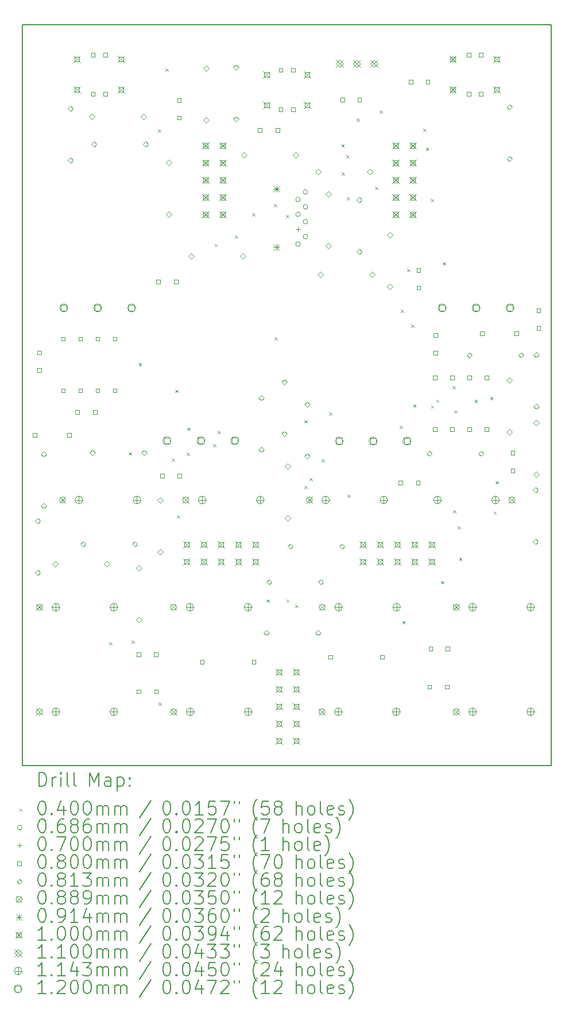
<source format=gbr>
%TF.GenerationSoftware,KiCad,Pcbnew,(7.0.0-0)*%
%TF.CreationDate,2023-03-28T21:35:31-07:00*%
%TF.ProjectId,Kit-Trig-Sampler,4b69742d-5472-4696-972d-53616d706c65,rev?*%
%TF.SameCoordinates,PXb745f8PY7402318*%
%TF.FileFunction,Drillmap*%
%TF.FilePolarity,Positive*%
%FSLAX45Y45*%
G04 Gerber Fmt 4.5, Leading zero omitted, Abs format (unit mm)*
G04 Created by KiCad (PCBNEW (7.0.0-0)) date 2023-03-28 21:35:31*
%MOMM*%
%LPD*%
G01*
G04 APERTURE LIST*
%ADD10C,0.150000*%
%ADD11C,0.200000*%
%ADD12C,0.040000*%
%ADD13C,0.068580*%
%ADD14C,0.069977*%
%ADD15C,0.080000*%
%ADD16C,0.081280*%
%ADD17C,0.088900*%
%ADD18C,0.091440*%
%ADD19C,0.100000*%
%ADD20C,0.110000*%
%ADD21C,0.114300*%
%ADD22C,0.120000*%
G04 APERTURE END LIST*
D10*
X7797800Y0D02*
X7797800Y10922000D01*
X0Y0D02*
X7797800Y0D01*
X0Y10922000D02*
X7797800Y10922000D01*
X0Y0D02*
X0Y10922000D01*
D11*
D12*
X1278900Y1824380D02*
X1318900Y1784380D01*
X1318900Y1824380D02*
X1278900Y1784380D01*
X1564900Y4621380D02*
X1604900Y4581380D01*
X1604900Y4621380D02*
X1564900Y4581380D01*
X1608900Y1849330D02*
X1648900Y1809330D01*
X1648900Y1849330D02*
X1608900Y1809330D01*
X1713534Y5939014D02*
X1753534Y5899014D01*
X1753534Y5939014D02*
X1713534Y5899014D01*
X1998900Y9380380D02*
X2038900Y9340380D01*
X2038900Y9380380D02*
X1998900Y9340380D01*
X2004900Y936380D02*
X2044900Y896380D01*
X2044900Y936380D02*
X2004900Y896380D01*
X2107900Y10279380D02*
X2147900Y10239380D01*
X2147900Y10279380D02*
X2107900Y10239380D01*
X2198900Y4534380D02*
X2238900Y4494380D01*
X2238900Y4534380D02*
X2198900Y4494380D01*
X2248900Y5544380D02*
X2288900Y5504380D01*
X2288900Y5544380D02*
X2248900Y5504380D01*
X2278900Y3694380D02*
X2318900Y3654380D01*
X2318900Y3694380D02*
X2278900Y3654380D01*
X2418900Y4614380D02*
X2458900Y4574380D01*
X2458900Y4614380D02*
X2418900Y4574380D01*
X2428900Y4984380D02*
X2468900Y4944380D01*
X2468900Y4984380D02*
X2428900Y4944380D01*
X2809560Y4741860D02*
X2849560Y4701860D01*
X2849560Y4741860D02*
X2809560Y4701860D01*
X2830900Y7693380D02*
X2870900Y7653380D01*
X2870900Y7693380D02*
X2830900Y7653380D01*
X2877344Y4936644D02*
X2917344Y4896644D01*
X2917344Y4936644D02*
X2877344Y4896644D01*
X3131900Y7817380D02*
X3171900Y7777380D01*
X3171900Y7817380D02*
X3131900Y7777380D01*
X3383170Y8147650D02*
X3423170Y8107650D01*
X3423170Y8147650D02*
X3383170Y8107650D01*
X3598900Y2454380D02*
X3638900Y2414380D01*
X3638900Y2454380D02*
X3598900Y2414380D01*
X3707900Y8283380D02*
X3747900Y8243380D01*
X3747900Y8283380D02*
X3707900Y8243380D01*
X3715900Y6316380D02*
X3755900Y6276380D01*
X3755900Y6316380D02*
X3715900Y6276380D01*
X3883170Y8121110D02*
X3923170Y8081110D01*
X3923170Y8121110D02*
X3883170Y8081110D01*
X3888900Y2454380D02*
X3928900Y2414380D01*
X3928900Y2454380D02*
X3888900Y2414380D01*
X4019900Y2373380D02*
X4059900Y2333380D01*
X4059900Y2373380D02*
X4019900Y2333380D01*
X4158900Y5094380D02*
X4198900Y5054380D01*
X4198900Y5094380D02*
X4158900Y5054380D01*
X4158900Y4124380D02*
X4198900Y4084380D01*
X4198900Y4124380D02*
X4158900Y4084380D01*
X4233890Y4244380D02*
X4273890Y4204380D01*
X4273890Y4244380D02*
X4233890Y4204380D01*
X4408900Y4524380D02*
X4448900Y4484380D01*
X4448900Y4524380D02*
X4408900Y4484380D01*
X4520900Y5208380D02*
X4560900Y5168380D01*
X4560900Y5208380D02*
X4520900Y5168380D01*
X4702900Y9162380D02*
X4742900Y9122380D01*
X4742900Y9162380D02*
X4702900Y9122380D01*
X4708350Y8745480D02*
X4748350Y8705480D01*
X4748350Y8745480D02*
X4708350Y8705480D01*
X4775350Y9001930D02*
X4815350Y8961930D01*
X4815350Y9001930D02*
X4775350Y8961930D01*
X4784630Y8384110D02*
X4824630Y8344110D01*
X4824630Y8384110D02*
X4784630Y8344110D01*
X4792170Y4000110D02*
X4832170Y3960110D01*
X4832170Y4000110D02*
X4792170Y3960110D01*
X4923900Y9541880D02*
X4963900Y9501880D01*
X4963900Y9541880D02*
X4923900Y9501880D01*
X5196450Y8535380D02*
X5236450Y8495380D01*
X5236450Y8535380D02*
X5196450Y8495380D01*
X5263900Y9665380D02*
X5303900Y9625380D01*
X5303900Y9665380D02*
X5263900Y9625380D01*
X5558900Y5014380D02*
X5598900Y4974380D01*
X5598900Y5014380D02*
X5558900Y4974380D01*
X5576450Y6724380D02*
X5616450Y6684380D01*
X5616450Y6724380D02*
X5576450Y6684380D01*
X5598900Y2134380D02*
X5638900Y2094380D01*
X5638900Y2134380D02*
X5598900Y2094380D01*
X5669050Y7324380D02*
X5709050Y7284380D01*
X5709050Y7324380D02*
X5669050Y7284380D01*
X5728900Y6504380D02*
X5768900Y6464380D01*
X5768900Y6504380D02*
X5728900Y6464380D01*
X5761400Y5326880D02*
X5801400Y5286880D01*
X5801400Y5326880D02*
X5761400Y5286880D01*
X5911400Y9394380D02*
X5951400Y9354380D01*
X5951400Y9394380D02*
X5911400Y9354380D01*
X5946450Y9111880D02*
X5986450Y9071880D01*
X5986450Y9111880D02*
X5946450Y9071880D01*
X6018900Y8356880D02*
X6058900Y8316880D01*
X6058900Y8356880D02*
X6018900Y8316880D01*
X6022900Y5314380D02*
X6062900Y5274380D01*
X6062900Y5314380D02*
X6022900Y5274380D01*
X6098900Y5399330D02*
X6138900Y5359330D01*
X6138900Y5399330D02*
X6098900Y5359330D01*
X6168900Y2724380D02*
X6208900Y2684380D01*
X6208900Y2724380D02*
X6168900Y2684380D01*
X6196900Y7424380D02*
X6236900Y7384380D01*
X6236900Y7424380D02*
X6196900Y7384380D01*
X6340900Y5596380D02*
X6380900Y5556380D01*
X6380900Y5596380D02*
X6340900Y5556380D01*
X6348690Y3768130D02*
X6388690Y3728130D01*
X6388690Y3768130D02*
X6348690Y3728130D01*
X6368900Y5244380D02*
X6408900Y5204380D01*
X6408900Y5244380D02*
X6368900Y5204380D01*
X6418900Y3534380D02*
X6458900Y3494380D01*
X6458900Y3534380D02*
X6418900Y3494380D01*
X6438900Y3064380D02*
X6478900Y3024380D01*
X6478900Y3064380D02*
X6438900Y3024380D01*
X6667900Y5393610D02*
X6707900Y5353610D01*
X6707900Y5393610D02*
X6667900Y5353610D01*
X6894900Y5435380D02*
X6934900Y5395380D01*
X6934900Y5435380D02*
X6894900Y5395380D01*
X6947220Y3748720D02*
X6987220Y3708720D01*
X6987220Y3748720D02*
X6947220Y3708720D01*
X6975130Y4198150D02*
X7015130Y4158150D01*
X7015130Y4198150D02*
X6975130Y4158150D01*
D13*
X4096190Y8350373D02*
G75*
G03*
X4096190Y8350373I-34290J0D01*
G01*
X4096190Y8130384D02*
G75*
G03*
X4096190Y8130384I-34290J0D01*
G01*
X4096190Y7690405D02*
G75*
G03*
X4096190Y7690405I-34290J0D01*
G01*
X4206172Y8460355D02*
G75*
G03*
X4206172Y8460355I-34290J0D01*
G01*
X4206172Y8240366D02*
G75*
G03*
X4206172Y8240366I-34290J0D01*
G01*
X4206172Y8020376D02*
G75*
G03*
X4206172Y8020376I-34290J0D01*
G01*
X4206172Y7800387D02*
G75*
G03*
X4206172Y7800387I-34290J0D01*
G01*
D14*
X4061900Y7945383D02*
X4061900Y7875406D01*
X4026911Y7910394D02*
X4096888Y7910394D01*
D15*
X208644Y4848096D02*
X208644Y4904665D01*
X152076Y4904665D01*
X152076Y4848096D01*
X208644Y4848096D01*
X277185Y6063275D02*
X277185Y6119844D01*
X220615Y6119844D01*
X220615Y6063275D01*
X277185Y6063275D01*
X277185Y5804195D02*
X277185Y5860764D01*
X220615Y5860764D01*
X220615Y5804195D01*
X277185Y5804195D01*
X627185Y6267095D02*
X627185Y6323664D01*
X570616Y6323664D01*
X570616Y6267095D01*
X627185Y6267095D01*
X627185Y5505096D02*
X627185Y5561665D01*
X570616Y5561665D01*
X570616Y5505096D01*
X627185Y5505096D01*
X716644Y4848096D02*
X716644Y4904665D01*
X660076Y4904665D01*
X660076Y4848096D01*
X716644Y4848096D01*
X836104Y5185096D02*
X836104Y5241665D01*
X779535Y5241665D01*
X779535Y5185096D01*
X836104Y5185096D01*
X881184Y6267095D02*
X881184Y6323664D01*
X824615Y6323664D01*
X824615Y6267095D01*
X881184Y6267095D01*
X881184Y5505096D02*
X881184Y5561665D01*
X824615Y5561665D01*
X824615Y5505096D01*
X881184Y5505096D01*
X1067185Y10455372D02*
X1067185Y10511941D01*
X1010615Y10511941D01*
X1010615Y10455372D01*
X1067185Y10455372D01*
X1067185Y9875372D02*
X1067185Y9931941D01*
X1010615Y9931941D01*
X1010615Y9875372D01*
X1067185Y9875372D01*
X1095185Y5185096D02*
X1095185Y5241665D01*
X1038615Y5241665D01*
X1038615Y5185096D01*
X1095185Y5185096D01*
X1135185Y6267095D02*
X1135185Y6323664D01*
X1078616Y6323664D01*
X1078616Y6267095D01*
X1135185Y6267095D01*
X1135185Y5505096D02*
X1135185Y5561665D01*
X1078616Y5561665D01*
X1078616Y5505096D01*
X1135185Y5505096D01*
X1247185Y10455372D02*
X1247185Y10511941D01*
X1190616Y10511941D01*
X1190616Y10455372D01*
X1247185Y10455372D01*
X1247185Y9875372D02*
X1247185Y9931941D01*
X1190616Y9931941D01*
X1190616Y9875372D01*
X1247185Y9875372D01*
X1389185Y6267095D02*
X1389185Y6323664D01*
X1332616Y6323664D01*
X1332616Y6267095D01*
X1389185Y6267095D01*
X1389185Y5505096D02*
X1389185Y5561665D01*
X1332616Y5561665D01*
X1332616Y5505096D01*
X1389185Y5505096D01*
X1740184Y1066096D02*
X1740184Y1122665D01*
X1683615Y1122665D01*
X1683615Y1066096D01*
X1740184Y1066096D01*
X1742184Y1616095D02*
X1742184Y1672664D01*
X1685615Y1672664D01*
X1685615Y1616095D01*
X1742184Y1616095D01*
X1992184Y1616095D02*
X1992184Y1672664D01*
X1935615Y1672664D01*
X1935615Y1616095D01*
X1992184Y1616095D01*
X1999264Y1066096D02*
X1999264Y1122665D01*
X1942695Y1122665D01*
X1942695Y1066096D01*
X1999264Y1066096D01*
X2030004Y7106095D02*
X2030004Y7162664D01*
X1973435Y7162664D01*
X1973435Y7106095D01*
X2030004Y7106095D01*
X2085284Y4246096D02*
X2085284Y4302665D01*
X2028715Y4302665D01*
X2028715Y4246096D01*
X2085284Y4246096D01*
X2289085Y7106095D02*
X2289085Y7162664D01*
X2232516Y7162664D01*
X2232516Y7106095D01*
X2289085Y7106095D01*
X2337185Y9785176D02*
X2337185Y9841745D01*
X2280616Y9841745D01*
X2280616Y9785176D01*
X2337185Y9785176D01*
X2337185Y9526096D02*
X2337185Y9582665D01*
X2280616Y9582665D01*
X2280616Y9526096D01*
X2337185Y9526096D01*
X2344365Y4246096D02*
X2344365Y4302665D01*
X2287796Y4302665D01*
X2287796Y4246096D01*
X2344365Y4246096D01*
X2676185Y1506095D02*
X2676185Y1562664D01*
X2619616Y1562664D01*
X2619616Y1506095D01*
X2676185Y1506095D01*
X3438184Y1506095D02*
X3438184Y1562664D01*
X3381615Y1562664D01*
X3381615Y1506095D01*
X3438184Y1506095D01*
X3530004Y9346096D02*
X3530004Y9402665D01*
X3473435Y9402665D01*
X3473435Y9346096D01*
X3530004Y9346096D01*
X3789084Y9346096D02*
X3789084Y9402665D01*
X3732515Y9402665D01*
X3732515Y9346096D01*
X3789084Y9346096D01*
X3837184Y10227872D02*
X3837184Y10284441D01*
X3780615Y10284441D01*
X3780615Y10227872D01*
X3837184Y10227872D01*
X3837184Y9647872D02*
X3837184Y9704441D01*
X3780615Y9704441D01*
X3780615Y9647872D01*
X3837184Y9647872D01*
X4017184Y10227872D02*
X4017184Y10284441D01*
X3960615Y10284441D01*
X3960615Y10227872D01*
X4017184Y10227872D01*
X4017184Y9647872D02*
X4017184Y9704441D01*
X3960615Y9704441D01*
X3960615Y9647872D01*
X4017184Y9647872D01*
X4566185Y1576095D02*
X4566185Y1632664D01*
X4509616Y1632664D01*
X4509616Y1576095D01*
X4566185Y1576095D01*
X4747185Y9793596D02*
X4747185Y9850165D01*
X4690616Y9850165D01*
X4690616Y9793596D01*
X4747185Y9793596D01*
X4997185Y9793596D02*
X4997185Y9850165D01*
X4940616Y9850165D01*
X4940616Y9793596D01*
X4997185Y9793596D01*
X5328185Y1576095D02*
X5328185Y1632664D01*
X5271616Y1632664D01*
X5271616Y1576095D01*
X5328185Y1576095D01*
X5600004Y4146095D02*
X5600004Y4202665D01*
X5543436Y4202665D01*
X5543436Y4146095D01*
X5600004Y4146095D01*
X5754684Y10053596D02*
X5754684Y10110165D01*
X5698115Y10110165D01*
X5698115Y10053596D01*
X5754684Y10053596D01*
X5859084Y4146095D02*
X5859084Y4202665D01*
X5802515Y4202665D01*
X5802515Y4146095D01*
X5859084Y4146095D01*
X5867184Y7277995D02*
X5867184Y7334564D01*
X5810615Y7334564D01*
X5810615Y7277995D01*
X5867184Y7277995D01*
X5867184Y7018915D02*
X5867184Y7075484D01*
X5810615Y7075484D01*
X5810615Y7018915D01*
X5867184Y7018915D01*
X6004684Y10053596D02*
X6004684Y10110165D01*
X5948115Y10110165D01*
X5948115Y10053596D01*
X6004684Y10053596D01*
X6030004Y1136096D02*
X6030004Y1192665D01*
X5973435Y1192665D01*
X5973435Y1136096D01*
X6030004Y1136096D01*
X6047184Y1696095D02*
X6047184Y1752664D01*
X5990615Y1752664D01*
X5990615Y1696095D01*
X6047184Y1696095D01*
X6107184Y5697095D02*
X6107184Y5753664D01*
X6050615Y5753664D01*
X6050615Y5697095D01*
X6107184Y5697095D01*
X6107184Y4935096D02*
X6107184Y4991665D01*
X6050615Y4991665D01*
X6050615Y4935096D01*
X6107184Y4935096D01*
X6117184Y6317995D02*
X6117184Y6374564D01*
X6060615Y6374564D01*
X6060615Y6317995D01*
X6117184Y6317995D01*
X6117184Y6058915D02*
X6117184Y6115484D01*
X6060615Y6115484D01*
X6060615Y6058915D01*
X6117184Y6058915D01*
X6289084Y1136096D02*
X6289084Y1192665D01*
X6232515Y1192665D01*
X6232515Y1136096D01*
X6289084Y1136096D01*
X6297184Y1696095D02*
X6297184Y1752664D01*
X6240615Y1752664D01*
X6240615Y1696095D01*
X6297184Y1696095D01*
X6361184Y5697095D02*
X6361184Y5753664D01*
X6304615Y5753664D01*
X6304615Y5697095D01*
X6361184Y5697095D01*
X6361184Y4935096D02*
X6361184Y4991665D01*
X6304615Y4991665D01*
X6304615Y4935096D01*
X6361184Y4935096D01*
X6607184Y10455372D02*
X6607184Y10511941D01*
X6550615Y10511941D01*
X6550615Y10455372D01*
X6607184Y10455372D01*
X6607184Y9875372D02*
X6607184Y9931941D01*
X6550615Y9931941D01*
X6550615Y9875372D01*
X6607184Y9875372D01*
X6615184Y5697095D02*
X6615184Y5753664D01*
X6558615Y5753664D01*
X6558615Y5697095D01*
X6615184Y5697095D01*
X6615184Y4935096D02*
X6615184Y4991665D01*
X6558615Y4991665D01*
X6558615Y4935096D01*
X6615184Y4935096D01*
X6787184Y10455372D02*
X6787184Y10511941D01*
X6730615Y10511941D01*
X6730615Y10455372D01*
X6787184Y10455372D01*
X6787184Y9875372D02*
X6787184Y9931941D01*
X6730615Y9931941D01*
X6730615Y9875372D01*
X6787184Y9875372D01*
X6805724Y6346095D02*
X6805724Y6402664D01*
X6749155Y6402664D01*
X6749155Y6346095D01*
X6805724Y6346095D01*
X6869184Y5697095D02*
X6869184Y5753664D01*
X6812615Y5753664D01*
X6812615Y5697095D01*
X6869184Y5697095D01*
X6869184Y4935096D02*
X6869184Y4991665D01*
X6812615Y4991665D01*
X6812615Y4935096D01*
X6869184Y4935096D01*
X7257184Y4583276D02*
X7257184Y4639845D01*
X7200615Y4639845D01*
X7200615Y4583276D01*
X7257184Y4583276D01*
X7257184Y4324196D02*
X7257184Y4380765D01*
X7200615Y4380765D01*
X7200615Y4324196D01*
X7257184Y4324196D01*
X7313724Y6346095D02*
X7313724Y6402664D01*
X7257155Y6402664D01*
X7257155Y6346095D01*
X7313724Y6346095D01*
X7637184Y6683275D02*
X7637184Y6739844D01*
X7580615Y6739844D01*
X7580615Y6683275D01*
X7637184Y6683275D01*
X7637184Y6424195D02*
X7637184Y6480764D01*
X7580615Y6480764D01*
X7580615Y6424195D01*
X7637184Y6424195D01*
D16*
X223900Y3568740D02*
X264540Y3609380D01*
X223900Y3650020D01*
X183260Y3609380D01*
X223900Y3568740D01*
X223900Y2806740D02*
X264540Y2847380D01*
X223900Y2888020D01*
X183260Y2847380D01*
X223900Y2806740D01*
X308900Y4555740D02*
X349540Y4596380D01*
X308900Y4637020D01*
X268260Y4596380D01*
X308900Y4555740D01*
X308900Y3793740D02*
X349540Y3834380D01*
X308900Y3875020D01*
X268260Y3834380D01*
X308900Y3793740D01*
X482900Y2934740D02*
X523540Y2975380D01*
X482900Y3016020D01*
X442260Y2975380D01*
X482900Y2934740D01*
X706120Y9646920D02*
X746760Y9687560D01*
X706120Y9728200D01*
X665480Y9687560D01*
X706120Y9646920D01*
X706120Y8884920D02*
X746760Y8925560D01*
X706120Y8966200D01*
X665480Y8925560D01*
X706120Y8884920D01*
X891900Y3226740D02*
X932540Y3267380D01*
X891900Y3308020D01*
X851260Y3267380D01*
X891900Y3226740D01*
X1021900Y9529740D02*
X1062540Y9570380D01*
X1021900Y9611020D01*
X981260Y9570380D01*
X1021900Y9529740D01*
X1032900Y4573740D02*
X1073540Y4614380D01*
X1032900Y4655020D01*
X992260Y4614380D01*
X1032900Y4573740D01*
X1052900Y9124740D02*
X1093540Y9165380D01*
X1052900Y9206020D01*
X1012260Y9165380D01*
X1052900Y9124740D01*
X1244900Y2934740D02*
X1285540Y2975380D01*
X1244900Y3016020D01*
X1204260Y2975380D01*
X1244900Y2934740D01*
X1653900Y3226740D02*
X1694540Y3267380D01*
X1653900Y3308020D01*
X1613260Y3267380D01*
X1653900Y3226740D01*
X1718900Y2874740D02*
X1759540Y2915380D01*
X1718900Y2956020D01*
X1678260Y2915380D01*
X1718900Y2874740D01*
X1718900Y2112740D02*
X1759540Y2153380D01*
X1718900Y2194020D01*
X1678260Y2153380D01*
X1718900Y2112740D01*
X1783900Y9529740D02*
X1824540Y9570380D01*
X1783900Y9611020D01*
X1743260Y9570380D01*
X1783900Y9529740D01*
X1794900Y4573740D02*
X1835540Y4614380D01*
X1794900Y4655020D01*
X1754260Y4614380D01*
X1794900Y4573740D01*
X1814900Y9124740D02*
X1855540Y9165380D01*
X1814900Y9206020D01*
X1774260Y9165380D01*
X1814900Y9124740D01*
X2028900Y3874740D02*
X2069540Y3915380D01*
X2028900Y3956020D01*
X1988260Y3915380D01*
X2028900Y3874740D01*
X2028900Y3112740D02*
X2069540Y3153380D01*
X2028900Y3194020D01*
X1988260Y3153380D01*
X2028900Y3112740D01*
X2158900Y8854740D02*
X2199540Y8895380D01*
X2158900Y8936020D01*
X2118260Y8895380D01*
X2158900Y8854740D01*
X2158900Y8092740D02*
X2199540Y8133380D01*
X2158900Y8174020D01*
X2118260Y8133380D01*
X2158900Y8092740D01*
X2487900Y7473740D02*
X2528540Y7514380D01*
X2487900Y7555020D01*
X2447260Y7514380D01*
X2487900Y7473740D01*
X2707900Y10238740D02*
X2748540Y10279380D01*
X2707900Y10320020D01*
X2667260Y10279380D01*
X2707900Y10238740D01*
X2707900Y9476740D02*
X2748540Y9517380D01*
X2707900Y9558020D01*
X2667260Y9517380D01*
X2707900Y9476740D01*
X3148900Y10254740D02*
X3189540Y10295380D01*
X3148900Y10336020D01*
X3108260Y10295380D01*
X3148900Y10254740D01*
X3148900Y9492740D02*
X3189540Y9533380D01*
X3148900Y9574020D01*
X3108260Y9533380D01*
X3148900Y9492740D01*
X3249900Y7473740D02*
X3290540Y7514380D01*
X3249900Y7555020D01*
X3209260Y7514380D01*
X3249900Y7473740D01*
X3267900Y8963740D02*
X3308540Y9004380D01*
X3267900Y9045020D01*
X3227260Y9004380D01*
X3267900Y8963740D01*
X3518900Y5384740D02*
X3559540Y5425380D01*
X3518900Y5466020D01*
X3478260Y5425380D01*
X3518900Y5384740D01*
X3518900Y4622740D02*
X3559540Y4663380D01*
X3518900Y4704020D01*
X3478260Y4663380D01*
X3518900Y4622740D01*
X3594900Y1921740D02*
X3635540Y1962380D01*
X3594900Y2003020D01*
X3554260Y1962380D01*
X3594900Y1921740D01*
X3635900Y2668740D02*
X3676540Y2709380D01*
X3635900Y2750020D01*
X3595260Y2709380D01*
X3635900Y2668740D01*
X3858900Y5614740D02*
X3899540Y5655380D01*
X3858900Y5696020D01*
X3818260Y5655380D01*
X3858900Y5614740D01*
X3858900Y4852740D02*
X3899540Y4893380D01*
X3858900Y4934020D01*
X3818260Y4893380D01*
X3858900Y4852740D01*
X3908900Y4374740D02*
X3949540Y4415380D01*
X3908900Y4456020D01*
X3868260Y4415380D01*
X3908900Y4374740D01*
X3908900Y3612740D02*
X3949540Y3653380D01*
X3908900Y3694020D01*
X3868260Y3653380D01*
X3908900Y3612740D01*
X3947900Y3193740D02*
X3988540Y3234380D01*
X3947900Y3275020D01*
X3907260Y3234380D01*
X3947900Y3193740D01*
X4029900Y8963740D02*
X4070540Y9004380D01*
X4029900Y9045020D01*
X3989260Y9004380D01*
X4029900Y8963740D01*
X4198900Y5284740D02*
X4239540Y5325380D01*
X4198900Y5366020D01*
X4158260Y5325380D01*
X4198900Y5284740D01*
X4198900Y4522740D02*
X4239540Y4563380D01*
X4198900Y4604020D01*
X4158260Y4563380D01*
X4198900Y4522740D01*
X4356900Y8714740D02*
X4397540Y8755380D01*
X4356900Y8796020D01*
X4316260Y8755380D01*
X4356900Y8714740D01*
X4356900Y1921740D02*
X4397540Y1962380D01*
X4356900Y2003020D01*
X4316260Y1962380D01*
X4356900Y1921740D01*
X4394200Y7200900D02*
X4434840Y7241540D01*
X4394200Y7282180D01*
X4353560Y7241540D01*
X4394200Y7200900D01*
X4397900Y2668740D02*
X4438540Y2709380D01*
X4397900Y2750020D01*
X4357260Y2709380D01*
X4397900Y2668740D01*
X4508900Y8387740D02*
X4549540Y8428380D01*
X4508900Y8469020D01*
X4468260Y8428380D01*
X4508900Y8387740D01*
X4508900Y7625740D02*
X4549540Y7666380D01*
X4508900Y7707020D01*
X4468260Y7666380D01*
X4508900Y7625740D01*
X4709900Y3193740D02*
X4750540Y3234380D01*
X4709900Y3275020D01*
X4669260Y3234380D01*
X4709900Y3193740D01*
X4964900Y8302740D02*
X5005540Y8343380D01*
X4964900Y8384020D01*
X4924260Y8343380D01*
X4964900Y8302740D01*
X4964900Y7540740D02*
X5005540Y7581380D01*
X4964900Y7622020D01*
X4924260Y7581380D01*
X4964900Y7540740D01*
X5118900Y8714740D02*
X5159540Y8755380D01*
X5118900Y8796020D01*
X5078260Y8755380D01*
X5118900Y8714740D01*
X5156200Y7200900D02*
X5196840Y7241540D01*
X5156200Y7282180D01*
X5115560Y7241540D01*
X5156200Y7200900D01*
X5418900Y7784740D02*
X5459540Y7825380D01*
X5418900Y7866020D01*
X5378260Y7825380D01*
X5418900Y7784740D01*
X5418900Y7022740D02*
X5459540Y7063380D01*
X5418900Y7104020D01*
X5378260Y7063380D01*
X5418900Y7022740D01*
X5997900Y4563740D02*
X6038540Y4604380D01*
X5997900Y4645020D01*
X5957260Y4604380D01*
X5997900Y4563740D01*
X6587900Y6013740D02*
X6628540Y6054380D01*
X6587900Y6095020D01*
X6547260Y6054380D01*
X6587900Y6013740D01*
X6759900Y4563740D02*
X6800540Y4604380D01*
X6759900Y4645020D01*
X6719260Y4604380D01*
X6759900Y4563740D01*
X7178900Y5644740D02*
X7219540Y5685380D01*
X7178900Y5726020D01*
X7138260Y5685380D01*
X7178900Y5644740D01*
X7178900Y4882740D02*
X7219540Y4923380D01*
X7178900Y4964020D01*
X7138260Y4923380D01*
X7178900Y4882740D01*
X7180580Y9669780D02*
X7221220Y9710420D01*
X7180580Y9751060D01*
X7139940Y9710420D01*
X7180580Y9669780D01*
X7180580Y8907780D02*
X7221220Y8948420D01*
X7180580Y8989060D01*
X7139940Y8948420D01*
X7180580Y8907780D01*
X7349900Y6013740D02*
X7390540Y6054380D01*
X7349900Y6095020D01*
X7309260Y6054380D01*
X7349900Y6013740D01*
X7563900Y4025740D02*
X7604540Y4066380D01*
X7563900Y4107020D01*
X7523260Y4066380D01*
X7563900Y4025740D01*
X7563900Y3263740D02*
X7604540Y3304380D01*
X7563900Y3345020D01*
X7523260Y3304380D01*
X7563900Y3263740D01*
X7575900Y6019740D02*
X7616540Y6060380D01*
X7575900Y6101020D01*
X7535260Y6060380D01*
X7575900Y6019740D01*
X7575900Y5257740D02*
X7616540Y5298380D01*
X7575900Y5339020D01*
X7535260Y5298380D01*
X7575900Y5257740D01*
X7575900Y5017740D02*
X7616540Y5058380D01*
X7575900Y5099020D01*
X7535260Y5058380D01*
X7575900Y5017740D01*
X7575900Y4255740D02*
X7616540Y4296380D01*
X7575900Y4337020D01*
X7535260Y4296380D01*
X7575900Y4255740D01*
D17*
X205370Y2383106D02*
X294270Y2294206D01*
X294270Y2383106D02*
X205370Y2294206D01*
X294270Y2338656D02*
G75*
G03*
X294270Y2338656I-44450J0D01*
G01*
X205370Y840606D02*
X294270Y751706D01*
X294270Y840606D02*
X205370Y751706D01*
X294270Y796156D02*
G75*
G03*
X294270Y796156I-44450J0D01*
G01*
X545370Y3963106D02*
X634270Y3874206D01*
X634270Y3963106D02*
X545370Y3874206D01*
X634270Y3918656D02*
G75*
G03*
X634270Y3918656I-44450J0D01*
G01*
X2182170Y2383106D02*
X2271070Y2294206D01*
X2271070Y2383106D02*
X2182170Y2294206D01*
X2271070Y2338656D02*
G75*
G03*
X2271070Y2338656I-44450J0D01*
G01*
X2184870Y840606D02*
X2273770Y751706D01*
X2273770Y840606D02*
X2184870Y751706D01*
X2273770Y796156D02*
G75*
G03*
X2273770Y796156I-44450J0D01*
G01*
X2362870Y3963106D02*
X2451770Y3874206D01*
X2451770Y3963106D02*
X2362870Y3874206D01*
X2451770Y3918656D02*
G75*
G03*
X2451770Y3918656I-44450J0D01*
G01*
X4185370Y3963106D02*
X4274270Y3874206D01*
X4274270Y3963106D02*
X4185370Y3874206D01*
X4274270Y3918656D02*
G75*
G03*
X4274270Y3918656I-44450J0D01*
G01*
X4370870Y840606D02*
X4459770Y751706D01*
X4459770Y840606D02*
X4370870Y751706D01*
X4459770Y796156D02*
G75*
G03*
X4459770Y796156I-44450J0D01*
G01*
X4373570Y2383106D02*
X4462470Y2294206D01*
X4462470Y2383106D02*
X4373570Y2294206D01*
X4462470Y2338656D02*
G75*
G03*
X4462470Y2338656I-44450J0D01*
G01*
X6350370Y2383106D02*
X6439270Y2294206D01*
X6439270Y2383106D02*
X6350370Y2294206D01*
X6439270Y2338656D02*
G75*
G03*
X6439270Y2338656I-44450J0D01*
G01*
X6350370Y840606D02*
X6439270Y751706D01*
X6439270Y840606D02*
X6350370Y751706D01*
X6439270Y796156D02*
G75*
G03*
X6439270Y796156I-44450J0D01*
G01*
X7171030Y3963106D02*
X7259930Y3874206D01*
X7259930Y3963106D02*
X7171030Y3874206D01*
X7259930Y3918656D02*
G75*
G03*
X7259930Y3918656I-44450J0D01*
G01*
D18*
X3699188Y8550360D02*
X3790628Y8458920D01*
X3790628Y8550360D02*
X3699188Y8458920D01*
X3744908Y8550360D02*
X3744908Y8458920D01*
X3699188Y8504640D02*
X3790628Y8504640D01*
X3699188Y7691840D02*
X3790628Y7600400D01*
X3790628Y7691840D02*
X3699188Y7600400D01*
X3744908Y7691840D02*
X3744908Y7600400D01*
X3699188Y7646120D02*
X3790628Y7646120D01*
D19*
X753900Y10468656D02*
X853900Y10368656D01*
X853900Y10468656D02*
X753900Y10368656D01*
X839256Y10383301D02*
X839256Y10454012D01*
X768544Y10454012D01*
X768544Y10383301D01*
X839256Y10383301D01*
X753900Y10018656D02*
X853900Y9918656D01*
X853900Y10018656D02*
X753900Y9918656D01*
X839256Y9933301D02*
X839256Y10004012D01*
X768544Y10004012D01*
X768544Y9933301D01*
X839256Y9933301D01*
X1403900Y10468656D02*
X1503900Y10368656D01*
X1503900Y10468656D02*
X1403900Y10368656D01*
X1489256Y10383301D02*
X1489256Y10454012D01*
X1418544Y10454012D01*
X1418544Y10383301D01*
X1489256Y10383301D01*
X1403900Y10018656D02*
X1503900Y9918656D01*
X1503900Y10018656D02*
X1403900Y9918656D01*
X1489256Y9933301D02*
X1489256Y10004012D01*
X1418544Y10004012D01*
X1418544Y9933301D01*
X1489256Y9933301D01*
X2368098Y3312000D02*
X2468098Y3212000D01*
X2468098Y3312000D02*
X2368098Y3212000D01*
X2453454Y3226644D02*
X2453454Y3297356D01*
X2382742Y3297356D01*
X2382742Y3226644D01*
X2453454Y3226644D01*
X2368098Y3058000D02*
X2468098Y2958000D01*
X2468098Y3058000D02*
X2368098Y2958000D01*
X2453454Y2972644D02*
X2453454Y3043356D01*
X2382742Y3043356D01*
X2382742Y2972644D01*
X2453454Y2972644D01*
X2622098Y3312000D02*
X2722098Y3212000D01*
X2722098Y3312000D02*
X2622098Y3212000D01*
X2707454Y3226644D02*
X2707454Y3297356D01*
X2636742Y3297356D01*
X2636742Y3226644D01*
X2707454Y3226644D01*
X2622098Y3058000D02*
X2722098Y2958000D01*
X2722098Y3058000D02*
X2622098Y2958000D01*
X2707454Y2972644D02*
X2707454Y3043356D01*
X2636742Y3043356D01*
X2636742Y2972644D01*
X2707454Y2972644D01*
X2649098Y9192999D02*
X2749098Y9092999D01*
X2749098Y9192999D02*
X2649098Y9092999D01*
X2734454Y9107644D02*
X2734454Y9178355D01*
X2663742Y9178355D01*
X2663742Y9107644D01*
X2734454Y9107644D01*
X2649098Y8938999D02*
X2749098Y8838999D01*
X2749098Y8938999D02*
X2649098Y8838999D01*
X2734454Y8853644D02*
X2734454Y8924355D01*
X2663742Y8924355D01*
X2663742Y8853644D01*
X2734454Y8853644D01*
X2649098Y8684999D02*
X2749098Y8584999D01*
X2749098Y8684999D02*
X2649098Y8584999D01*
X2734454Y8599644D02*
X2734454Y8670355D01*
X2663742Y8670355D01*
X2663742Y8599644D01*
X2734454Y8599644D01*
X2649098Y8430999D02*
X2749098Y8330999D01*
X2749098Y8430999D02*
X2649098Y8330999D01*
X2734454Y8345643D02*
X2734454Y8416355D01*
X2663742Y8416355D01*
X2663742Y8345643D01*
X2734454Y8345643D01*
X2649098Y8176999D02*
X2749098Y8076999D01*
X2749098Y8176999D02*
X2649098Y8076999D01*
X2734454Y8091643D02*
X2734454Y8162355D01*
X2663742Y8162355D01*
X2663742Y8091643D01*
X2734454Y8091643D01*
X2876098Y3312000D02*
X2976098Y3212000D01*
X2976098Y3312000D02*
X2876098Y3212000D01*
X2961453Y3226644D02*
X2961453Y3297356D01*
X2890742Y3297356D01*
X2890742Y3226644D01*
X2961453Y3226644D01*
X2876098Y3058000D02*
X2976098Y2958000D01*
X2976098Y3058000D02*
X2876098Y2958000D01*
X2961453Y2972644D02*
X2961453Y3043356D01*
X2890742Y3043356D01*
X2890742Y2972644D01*
X2961453Y2972644D01*
X2903098Y9192999D02*
X3003098Y9092999D01*
X3003098Y9192999D02*
X2903098Y9092999D01*
X2988454Y9107644D02*
X2988454Y9178355D01*
X2917742Y9178355D01*
X2917742Y9107644D01*
X2988454Y9107644D01*
X2903098Y8938999D02*
X3003098Y8838999D01*
X3003098Y8938999D02*
X2903098Y8838999D01*
X2988454Y8853644D02*
X2988454Y8924355D01*
X2917742Y8924355D01*
X2917742Y8853644D01*
X2988454Y8853644D01*
X2903098Y8684999D02*
X3003098Y8584999D01*
X3003098Y8684999D02*
X2903098Y8584999D01*
X2988454Y8599644D02*
X2988454Y8670355D01*
X2917742Y8670355D01*
X2917742Y8599644D01*
X2988454Y8599644D01*
X2903098Y8430999D02*
X3003098Y8330999D01*
X3003098Y8430999D02*
X2903098Y8330999D01*
X2988454Y8345643D02*
X2988454Y8416355D01*
X2917742Y8416355D01*
X2917742Y8345643D01*
X2988454Y8345643D01*
X2903098Y8176999D02*
X3003098Y8076999D01*
X3003098Y8176999D02*
X2903098Y8076999D01*
X2988454Y8091643D02*
X2988454Y8162355D01*
X2917742Y8162355D01*
X2917742Y8091643D01*
X2988454Y8091643D01*
X3130098Y3312000D02*
X3230098Y3212000D01*
X3230098Y3312000D02*
X3130098Y3212000D01*
X3215453Y3226644D02*
X3215453Y3297356D01*
X3144742Y3297356D01*
X3144742Y3226644D01*
X3215453Y3226644D01*
X3130098Y3058000D02*
X3230098Y2958000D01*
X3230098Y3058000D02*
X3130098Y2958000D01*
X3215453Y2972644D02*
X3215453Y3043356D01*
X3144742Y3043356D01*
X3144742Y2972644D01*
X3215453Y2972644D01*
X3384098Y3312000D02*
X3484098Y3212000D01*
X3484098Y3312000D02*
X3384098Y3212000D01*
X3469453Y3226644D02*
X3469453Y3297356D01*
X3398742Y3297356D01*
X3398742Y3226644D01*
X3469453Y3226644D01*
X3384098Y3058000D02*
X3484098Y2958000D01*
X3484098Y3058000D02*
X3384098Y2958000D01*
X3469453Y2972644D02*
X3469453Y3043356D01*
X3398742Y3043356D01*
X3398742Y2972644D01*
X3469453Y2972644D01*
X3549300Y10241156D02*
X3649300Y10141156D01*
X3649300Y10241156D02*
X3549300Y10141156D01*
X3634656Y10155801D02*
X3634656Y10226512D01*
X3563944Y10226512D01*
X3563944Y10155801D01*
X3634656Y10155801D01*
X3549300Y9791156D02*
X3649300Y9691156D01*
X3649300Y9791156D02*
X3549300Y9691156D01*
X3634656Y9705801D02*
X3634656Y9776512D01*
X3563944Y9776512D01*
X3563944Y9705801D01*
X3634656Y9705801D01*
X3731900Y1432380D02*
X3831900Y1332380D01*
X3831900Y1432380D02*
X3731900Y1332380D01*
X3817256Y1347024D02*
X3817256Y1417736D01*
X3746544Y1417736D01*
X3746544Y1347024D01*
X3817256Y1347024D01*
X3731900Y1178380D02*
X3831900Y1078380D01*
X3831900Y1178380D02*
X3731900Y1078380D01*
X3817256Y1093024D02*
X3817256Y1163736D01*
X3746544Y1163736D01*
X3746544Y1093024D01*
X3817256Y1093024D01*
X3731900Y924380D02*
X3831900Y824380D01*
X3831900Y924380D02*
X3731900Y824380D01*
X3817256Y839024D02*
X3817256Y909736D01*
X3746544Y909736D01*
X3746544Y839024D01*
X3817256Y839024D01*
X3731900Y670380D02*
X3831900Y570380D01*
X3831900Y670380D02*
X3731900Y570380D01*
X3817256Y585024D02*
X3817256Y655736D01*
X3746544Y655736D01*
X3746544Y585024D01*
X3817256Y585024D01*
X3731900Y416380D02*
X3831900Y316380D01*
X3831900Y416380D02*
X3731900Y316380D01*
X3817256Y331024D02*
X3817256Y401736D01*
X3746544Y401736D01*
X3746544Y331024D01*
X3817256Y331024D01*
X3985900Y1432380D02*
X4085900Y1332380D01*
X4085900Y1432380D02*
X3985900Y1332380D01*
X4071256Y1347024D02*
X4071256Y1417736D01*
X4000544Y1417736D01*
X4000544Y1347024D01*
X4071256Y1347024D01*
X3985900Y1178380D02*
X4085900Y1078380D01*
X4085900Y1178380D02*
X3985900Y1078380D01*
X4071256Y1093024D02*
X4071256Y1163736D01*
X4000544Y1163736D01*
X4000544Y1093024D01*
X4071256Y1093024D01*
X3985900Y924380D02*
X4085900Y824380D01*
X4085900Y924380D02*
X3985900Y824380D01*
X4071256Y839024D02*
X4071256Y909736D01*
X4000544Y909736D01*
X4000544Y839024D01*
X4071256Y839024D01*
X3985900Y670380D02*
X4085900Y570380D01*
X4085900Y670380D02*
X3985900Y570380D01*
X4071256Y585024D02*
X4071256Y655736D01*
X4000544Y655736D01*
X4000544Y585024D01*
X4071256Y585024D01*
X3985900Y416380D02*
X4085900Y316380D01*
X4085900Y416380D02*
X3985900Y316380D01*
X4071256Y331024D02*
X4071256Y401736D01*
X4000544Y401736D01*
X4000544Y331024D01*
X4071256Y331024D01*
X4148500Y10241156D02*
X4248500Y10141156D01*
X4248500Y10241156D02*
X4148500Y10141156D01*
X4233856Y10155801D02*
X4233856Y10226512D01*
X4163144Y10226512D01*
X4163144Y10155801D01*
X4233856Y10155801D01*
X4148500Y9791156D02*
X4248500Y9691156D01*
X4248500Y9791156D02*
X4148500Y9691156D01*
X4233856Y9705801D02*
X4233856Y9776512D01*
X4163144Y9776512D01*
X4163144Y9705801D01*
X4233856Y9705801D01*
X4968100Y3312000D02*
X5068100Y3212000D01*
X5068100Y3312000D02*
X4968100Y3212000D01*
X5053456Y3226644D02*
X5053456Y3297356D01*
X4982745Y3297356D01*
X4982745Y3226644D01*
X5053456Y3226644D01*
X4968100Y3058000D02*
X5068100Y2958000D01*
X5068100Y3058000D02*
X4968100Y2958000D01*
X5053456Y2972644D02*
X5053456Y3043356D01*
X4982745Y3043356D01*
X4982745Y2972644D01*
X5053456Y2972644D01*
X5222100Y3312000D02*
X5322100Y3212000D01*
X5322100Y3312000D02*
X5222100Y3212000D01*
X5307456Y3226644D02*
X5307456Y3297356D01*
X5236745Y3297356D01*
X5236745Y3226644D01*
X5307456Y3226644D01*
X5222100Y3058000D02*
X5322100Y2958000D01*
X5322100Y3058000D02*
X5222100Y2958000D01*
X5307456Y2972644D02*
X5307456Y3043356D01*
X5236745Y3043356D01*
X5236745Y2972644D01*
X5307456Y2972644D01*
X5449100Y9192999D02*
X5549100Y9092999D01*
X5549100Y9192999D02*
X5449100Y9092999D01*
X5534456Y9107644D02*
X5534456Y9178355D01*
X5463744Y9178355D01*
X5463744Y9107644D01*
X5534456Y9107644D01*
X5449100Y8938999D02*
X5549100Y8838999D01*
X5549100Y8938999D02*
X5449100Y8838999D01*
X5534456Y8853644D02*
X5534456Y8924355D01*
X5463744Y8924355D01*
X5463744Y8853644D01*
X5534456Y8853644D01*
X5449100Y8684999D02*
X5549100Y8584999D01*
X5549100Y8684999D02*
X5449100Y8584999D01*
X5534456Y8599644D02*
X5534456Y8670355D01*
X5463744Y8670355D01*
X5463744Y8599644D01*
X5534456Y8599644D01*
X5449100Y8430999D02*
X5549100Y8330999D01*
X5549100Y8430999D02*
X5449100Y8330999D01*
X5534456Y8345643D02*
X5534456Y8416355D01*
X5463744Y8416355D01*
X5463744Y8345643D01*
X5534456Y8345643D01*
X5449100Y8176999D02*
X5549100Y8076999D01*
X5549100Y8176999D02*
X5449100Y8076999D01*
X5534456Y8091643D02*
X5534456Y8162355D01*
X5463744Y8162355D01*
X5463744Y8091643D01*
X5534456Y8091643D01*
X5476100Y3312000D02*
X5576100Y3212000D01*
X5576100Y3312000D02*
X5476100Y3212000D01*
X5561456Y3226644D02*
X5561456Y3297356D01*
X5490745Y3297356D01*
X5490745Y3226644D01*
X5561456Y3226644D01*
X5476100Y3058000D02*
X5576100Y2958000D01*
X5576100Y3058000D02*
X5476100Y2958000D01*
X5561456Y2972644D02*
X5561456Y3043356D01*
X5490745Y3043356D01*
X5490745Y2972644D01*
X5561456Y2972644D01*
X5703100Y9192999D02*
X5803100Y9092999D01*
X5803100Y9192999D02*
X5703100Y9092999D01*
X5788456Y9107644D02*
X5788456Y9178355D01*
X5717744Y9178355D01*
X5717744Y9107644D01*
X5788456Y9107644D01*
X5703100Y8938999D02*
X5803100Y8838999D01*
X5803100Y8938999D02*
X5703100Y8838999D01*
X5788456Y8853644D02*
X5788456Y8924355D01*
X5717744Y8924355D01*
X5717744Y8853644D01*
X5788456Y8853644D01*
X5703100Y8684999D02*
X5803100Y8584999D01*
X5803100Y8684999D02*
X5703100Y8584999D01*
X5788456Y8599644D02*
X5788456Y8670355D01*
X5717744Y8670355D01*
X5717744Y8599644D01*
X5788456Y8599644D01*
X5703100Y8430999D02*
X5803100Y8330999D01*
X5803100Y8430999D02*
X5703100Y8330999D01*
X5788456Y8345643D02*
X5788456Y8416355D01*
X5717744Y8416355D01*
X5717744Y8345643D01*
X5788456Y8345643D01*
X5703100Y8176999D02*
X5803100Y8076999D01*
X5803100Y8176999D02*
X5703100Y8076999D01*
X5788456Y8091643D02*
X5788456Y8162355D01*
X5717744Y8162355D01*
X5717744Y8091643D01*
X5788456Y8091643D01*
X5730100Y3312000D02*
X5830100Y3212000D01*
X5830100Y3312000D02*
X5730100Y3212000D01*
X5815456Y3226644D02*
X5815456Y3297356D01*
X5744744Y3297356D01*
X5744744Y3226644D01*
X5815456Y3226644D01*
X5730100Y3058000D02*
X5830100Y2958000D01*
X5830100Y3058000D02*
X5730100Y2958000D01*
X5815456Y2972644D02*
X5815456Y3043356D01*
X5744744Y3043356D01*
X5744744Y2972644D01*
X5815456Y2972644D01*
X5984100Y3312000D02*
X6084100Y3212000D01*
X6084100Y3312000D02*
X5984100Y3212000D01*
X6069456Y3226644D02*
X6069456Y3297356D01*
X5998744Y3297356D01*
X5998744Y3226644D01*
X6069456Y3226644D01*
X5984100Y3058000D02*
X6084100Y2958000D01*
X6084100Y3058000D02*
X5984100Y2958000D01*
X6069456Y2972644D02*
X6069456Y3043356D01*
X5998744Y3043356D01*
X5998744Y2972644D01*
X6069456Y2972644D01*
X6293900Y10468656D02*
X6393900Y10368656D01*
X6393900Y10468656D02*
X6293900Y10368656D01*
X6379256Y10383301D02*
X6379256Y10454012D01*
X6308544Y10454012D01*
X6308544Y10383301D01*
X6379256Y10383301D01*
X6293900Y10018656D02*
X6393900Y9918656D01*
X6393900Y10018656D02*
X6293900Y9918656D01*
X6379256Y9933301D02*
X6379256Y10004012D01*
X6308544Y10004012D01*
X6308544Y9933301D01*
X6379256Y9933301D01*
X6943900Y10468656D02*
X7043900Y10368656D01*
X7043900Y10468656D02*
X6943900Y10368656D01*
X7029256Y10383301D02*
X7029256Y10454012D01*
X6958544Y10454012D01*
X6958544Y10383301D01*
X7029256Y10383301D01*
X6943900Y10018656D02*
X7043900Y9918656D01*
X7043900Y10018656D02*
X6943900Y9918656D01*
X7029256Y9933301D02*
X7029256Y10004012D01*
X6958544Y10004012D01*
X6958544Y9933301D01*
X7029256Y9933301D01*
D20*
X4617400Y10407630D02*
X4727400Y10297630D01*
X4727400Y10407630D02*
X4617400Y10297630D01*
X4672400Y10297630D02*
X4727400Y10352630D01*
X4672400Y10407630D01*
X4617400Y10352630D01*
X4672400Y10297630D01*
X4871400Y10407630D02*
X4981400Y10297630D01*
X4981400Y10407630D02*
X4871400Y10297630D01*
X4926400Y10297630D02*
X4981400Y10352630D01*
X4926400Y10407630D01*
X4871400Y10352630D01*
X4926400Y10297630D01*
X5125400Y10407630D02*
X5235400Y10297630D01*
X5235400Y10407630D02*
X5125400Y10297630D01*
X5180400Y10297630D02*
X5235400Y10352630D01*
X5180400Y10407630D01*
X5125400Y10352630D01*
X5180400Y10297630D01*
D21*
X491120Y2395806D02*
X491120Y2281506D01*
X433970Y2338656D02*
X548270Y2338656D01*
X548270Y2338656D02*
G75*
G03*
X548270Y2338656I-57150J0D01*
G01*
X491120Y853306D02*
X491120Y739006D01*
X433970Y796156D02*
X548270Y796156D01*
X548270Y796156D02*
G75*
G03*
X548270Y796156I-57150J0D01*
G01*
X831120Y3975806D02*
X831120Y3861506D01*
X773970Y3918656D02*
X888270Y3918656D01*
X888270Y3918656D02*
G75*
G03*
X888270Y3918656I-57150J0D01*
G01*
X1347100Y2395806D02*
X1347100Y2281506D01*
X1289950Y2338656D02*
X1404250Y2338656D01*
X1404250Y2338656D02*
G75*
G03*
X1404250Y2338656I-57150J0D01*
G01*
X1347100Y853306D02*
X1347100Y739006D01*
X1289950Y796156D02*
X1404250Y796156D01*
X1404250Y796156D02*
G75*
G03*
X1404250Y796156I-57150J0D01*
G01*
X1687100Y3975806D02*
X1687100Y3861506D01*
X1629950Y3918656D02*
X1744250Y3918656D01*
X1744250Y3918656D02*
G75*
G03*
X1744250Y3918656I-57150J0D01*
G01*
X2467920Y2395806D02*
X2467920Y2281506D01*
X2410770Y2338656D02*
X2525070Y2338656D01*
X2525070Y2338656D02*
G75*
G03*
X2525070Y2338656I-57150J0D01*
G01*
X2470620Y853306D02*
X2470620Y739006D01*
X2413470Y796156D02*
X2527770Y796156D01*
X2527770Y796156D02*
G75*
G03*
X2527770Y796156I-57150J0D01*
G01*
X2648620Y3975806D02*
X2648620Y3861506D01*
X2591470Y3918656D02*
X2705770Y3918656D01*
X2705770Y3918656D02*
G75*
G03*
X2705770Y3918656I-57150J0D01*
G01*
X3323900Y2395806D02*
X3323900Y2281506D01*
X3266750Y2338656D02*
X3381050Y2338656D01*
X3381050Y2338656D02*
G75*
G03*
X3381050Y2338656I-57150J0D01*
G01*
X3326600Y853306D02*
X3326600Y739006D01*
X3269450Y796156D02*
X3383750Y796156D01*
X3383750Y796156D02*
G75*
G03*
X3383750Y796156I-57150J0D01*
G01*
X3504600Y3975806D02*
X3504600Y3861506D01*
X3447450Y3918656D02*
X3561750Y3918656D01*
X3561750Y3918656D02*
G75*
G03*
X3561750Y3918656I-57150J0D01*
G01*
X4471120Y3975806D02*
X4471120Y3861506D01*
X4413970Y3918656D02*
X4528270Y3918656D01*
X4528270Y3918656D02*
G75*
G03*
X4528270Y3918656I-57150J0D01*
G01*
X4656620Y853306D02*
X4656620Y739006D01*
X4599470Y796156D02*
X4713770Y796156D01*
X4713770Y796156D02*
G75*
G03*
X4713770Y796156I-57150J0D01*
G01*
X4659320Y2395806D02*
X4659320Y2281506D01*
X4602170Y2338656D02*
X4716470Y2338656D01*
X4716470Y2338656D02*
G75*
G03*
X4716470Y2338656I-57150J0D01*
G01*
X5327100Y3975806D02*
X5327100Y3861506D01*
X5269950Y3918656D02*
X5384250Y3918656D01*
X5384250Y3918656D02*
G75*
G03*
X5384250Y3918656I-57150J0D01*
G01*
X5512600Y853306D02*
X5512600Y739006D01*
X5455450Y796156D02*
X5569750Y796156D01*
X5569750Y796156D02*
G75*
G03*
X5569750Y796156I-57150J0D01*
G01*
X5515300Y2395806D02*
X5515300Y2281506D01*
X5458150Y2338656D02*
X5572450Y2338656D01*
X5572450Y2338656D02*
G75*
G03*
X5572450Y2338656I-57150J0D01*
G01*
X6118200Y3975806D02*
X6118200Y3861506D01*
X6061050Y3918656D02*
X6175350Y3918656D01*
X6175350Y3918656D02*
G75*
G03*
X6175350Y3918656I-57150J0D01*
G01*
X6636120Y2395806D02*
X6636120Y2281506D01*
X6578970Y2338656D02*
X6693270Y2338656D01*
X6693270Y2338656D02*
G75*
G03*
X6693270Y2338656I-57150J0D01*
G01*
X6636120Y853306D02*
X6636120Y739006D01*
X6578970Y796156D02*
X6693270Y796156D01*
X6693270Y796156D02*
G75*
G03*
X6693270Y796156I-57150J0D01*
G01*
X6974180Y3975806D02*
X6974180Y3861506D01*
X6917030Y3918656D02*
X7031330Y3918656D01*
X7031330Y3918656D02*
G75*
G03*
X7031330Y3918656I-57150J0D01*
G01*
X7492100Y2395806D02*
X7492100Y2281506D01*
X7434950Y2338656D02*
X7549250Y2338656D01*
X7549250Y2338656D02*
G75*
G03*
X7549250Y2338656I-57150J0D01*
G01*
X7492100Y853306D02*
X7492100Y739006D01*
X7434950Y796156D02*
X7549250Y796156D01*
X7549250Y796156D02*
G75*
G03*
X7549250Y796156I-57150J0D01*
G01*
D22*
X651327Y6708330D02*
X651327Y6793183D01*
X566473Y6793183D01*
X566473Y6708330D01*
X651327Y6708330D01*
X668900Y6750756D02*
G75*
G03*
X668900Y6750756I-60000J0D01*
G01*
X1151327Y6708330D02*
X1151327Y6793183D01*
X1066473Y6793183D01*
X1066473Y6708330D01*
X1151327Y6708330D01*
X1168900Y6750756D02*
G75*
G03*
X1168900Y6750756I-60000J0D01*
G01*
X1651327Y6708330D02*
X1651327Y6793183D01*
X1566473Y6793183D01*
X1566473Y6708330D01*
X1651327Y6708330D01*
X1668900Y6750756D02*
G75*
G03*
X1668900Y6750756I-60000J0D01*
G01*
X2171327Y4749553D02*
X2171327Y4834407D01*
X2086473Y4834407D01*
X2086473Y4749553D01*
X2171327Y4749553D01*
X2188900Y4791980D02*
G75*
G03*
X2188900Y4791980I-60000J0D01*
G01*
X2671327Y4749553D02*
X2671327Y4834407D01*
X2586473Y4834407D01*
X2586473Y4749553D01*
X2671327Y4749553D01*
X2688900Y4791980D02*
G75*
G03*
X2688900Y4791980I-60000J0D01*
G01*
X3171327Y4749553D02*
X3171327Y4834407D01*
X3086473Y4834407D01*
X3086473Y4749553D01*
X3171327Y4749553D01*
X3188900Y4791980D02*
G75*
G03*
X3188900Y4791980I-60000J0D01*
G01*
X4711327Y4745121D02*
X4711327Y4829975D01*
X4626473Y4829975D01*
X4626473Y4745121D01*
X4711327Y4745121D01*
X4728900Y4787548D02*
G75*
G03*
X4728900Y4787548I-60000J0D01*
G01*
X5211327Y4745121D02*
X5211327Y4829975D01*
X5126473Y4829975D01*
X5126473Y4745121D01*
X5211327Y4745121D01*
X5228900Y4787548D02*
G75*
G03*
X5228900Y4787548I-60000J0D01*
G01*
X5711327Y4745121D02*
X5711327Y4829975D01*
X5626473Y4829975D01*
X5626473Y4745121D01*
X5711327Y4745121D01*
X5728900Y4787548D02*
G75*
G03*
X5728900Y4787548I-60000J0D01*
G01*
X6231327Y6708330D02*
X6231327Y6793183D01*
X6146473Y6793183D01*
X6146473Y6708330D01*
X6231327Y6708330D01*
X6248900Y6750756D02*
G75*
G03*
X6248900Y6750756I-60000J0D01*
G01*
X6731327Y6708330D02*
X6731327Y6793183D01*
X6646473Y6793183D01*
X6646473Y6708330D01*
X6731327Y6708330D01*
X6748900Y6750756D02*
G75*
G03*
X6748900Y6750756I-60000J0D01*
G01*
X7231327Y6708330D02*
X7231327Y6793183D01*
X7146473Y6793183D01*
X7146473Y6708330D01*
X7231327Y6708330D01*
X7248900Y6750756D02*
G75*
G03*
X7248900Y6750756I-60000J0D01*
G01*
D11*
X240119Y-300976D02*
X240119Y-100976D01*
X240119Y-100976D02*
X287738Y-100976D01*
X287738Y-100976D02*
X316310Y-110500D01*
X316310Y-110500D02*
X335357Y-129548D01*
X335357Y-129548D02*
X344881Y-148595D01*
X344881Y-148595D02*
X354405Y-186690D01*
X354405Y-186690D02*
X354405Y-215262D01*
X354405Y-215262D02*
X344881Y-253357D01*
X344881Y-253357D02*
X335357Y-272405D01*
X335357Y-272405D02*
X316310Y-291452D01*
X316310Y-291452D02*
X287738Y-300976D01*
X287738Y-300976D02*
X240119Y-300976D01*
X440119Y-300976D02*
X440119Y-167643D01*
X440119Y-205738D02*
X449643Y-186690D01*
X449643Y-186690D02*
X459167Y-177167D01*
X459167Y-177167D02*
X478214Y-167643D01*
X478214Y-167643D02*
X497262Y-167643D01*
X563929Y-300976D02*
X563929Y-167643D01*
X563929Y-100976D02*
X554405Y-110500D01*
X554405Y-110500D02*
X563929Y-120024D01*
X563929Y-120024D02*
X573452Y-110500D01*
X573452Y-110500D02*
X563929Y-100976D01*
X563929Y-100976D02*
X563929Y-120024D01*
X687738Y-300976D02*
X668690Y-291452D01*
X668690Y-291452D02*
X659167Y-272405D01*
X659167Y-272405D02*
X659167Y-100976D01*
X792500Y-300976D02*
X773452Y-291452D01*
X773452Y-291452D02*
X763928Y-272405D01*
X763928Y-272405D02*
X763928Y-100976D01*
X988690Y-300976D02*
X988690Y-100976D01*
X988690Y-100976D02*
X1055357Y-243833D01*
X1055357Y-243833D02*
X1122024Y-100976D01*
X1122024Y-100976D02*
X1122024Y-300976D01*
X1302976Y-300976D02*
X1302976Y-196214D01*
X1302976Y-196214D02*
X1293452Y-177167D01*
X1293452Y-177167D02*
X1274405Y-167643D01*
X1274405Y-167643D02*
X1236309Y-167643D01*
X1236309Y-167643D02*
X1217262Y-177167D01*
X1302976Y-291452D02*
X1283929Y-300976D01*
X1283929Y-300976D02*
X1236309Y-300976D01*
X1236309Y-300976D02*
X1217262Y-291452D01*
X1217262Y-291452D02*
X1207738Y-272405D01*
X1207738Y-272405D02*
X1207738Y-253357D01*
X1207738Y-253357D02*
X1217262Y-234309D01*
X1217262Y-234309D02*
X1236309Y-224786D01*
X1236309Y-224786D02*
X1283929Y-224786D01*
X1283929Y-224786D02*
X1302976Y-215262D01*
X1398214Y-167643D02*
X1398214Y-367643D01*
X1398214Y-177167D02*
X1417262Y-167643D01*
X1417262Y-167643D02*
X1455357Y-167643D01*
X1455357Y-167643D02*
X1474405Y-177167D01*
X1474405Y-177167D02*
X1483928Y-186690D01*
X1483928Y-186690D02*
X1493452Y-205738D01*
X1493452Y-205738D02*
X1493452Y-262881D01*
X1493452Y-262881D02*
X1483928Y-281929D01*
X1483928Y-281929D02*
X1474405Y-291452D01*
X1474405Y-291452D02*
X1455357Y-300976D01*
X1455357Y-300976D02*
X1417262Y-300976D01*
X1417262Y-300976D02*
X1398214Y-291452D01*
X1579167Y-281929D02*
X1588690Y-291452D01*
X1588690Y-291452D02*
X1579167Y-300976D01*
X1579167Y-300976D02*
X1569643Y-291452D01*
X1569643Y-291452D02*
X1579167Y-281929D01*
X1579167Y-281929D02*
X1579167Y-300976D01*
X1579167Y-177167D02*
X1588690Y-186690D01*
X1588690Y-186690D02*
X1579167Y-196214D01*
X1579167Y-196214D02*
X1569643Y-186690D01*
X1569643Y-186690D02*
X1579167Y-177167D01*
X1579167Y-177167D02*
X1579167Y-196214D01*
D12*
X-47500Y-627500D02*
X-7500Y-667500D01*
X-7500Y-627500D02*
X-47500Y-667500D01*
D11*
X278214Y-520976D02*
X297262Y-520976D01*
X297262Y-520976D02*
X316310Y-530500D01*
X316310Y-530500D02*
X325833Y-540024D01*
X325833Y-540024D02*
X335357Y-559071D01*
X335357Y-559071D02*
X344881Y-597167D01*
X344881Y-597167D02*
X344881Y-644786D01*
X344881Y-644786D02*
X335357Y-682881D01*
X335357Y-682881D02*
X325833Y-701928D01*
X325833Y-701928D02*
X316310Y-711452D01*
X316310Y-711452D02*
X297262Y-720976D01*
X297262Y-720976D02*
X278214Y-720976D01*
X278214Y-720976D02*
X259167Y-711452D01*
X259167Y-711452D02*
X249643Y-701928D01*
X249643Y-701928D02*
X240119Y-682881D01*
X240119Y-682881D02*
X230595Y-644786D01*
X230595Y-644786D02*
X230595Y-597167D01*
X230595Y-597167D02*
X240119Y-559071D01*
X240119Y-559071D02*
X249643Y-540024D01*
X249643Y-540024D02*
X259167Y-530500D01*
X259167Y-530500D02*
X278214Y-520976D01*
X430595Y-701928D02*
X440119Y-711452D01*
X440119Y-711452D02*
X430595Y-720976D01*
X430595Y-720976D02*
X421071Y-711452D01*
X421071Y-711452D02*
X430595Y-701928D01*
X430595Y-701928D02*
X430595Y-720976D01*
X611548Y-587643D02*
X611548Y-720976D01*
X563929Y-511452D02*
X516309Y-654310D01*
X516309Y-654310D02*
X640119Y-654310D01*
X754405Y-520976D02*
X773452Y-520976D01*
X773452Y-520976D02*
X792500Y-530500D01*
X792500Y-530500D02*
X802024Y-540024D01*
X802024Y-540024D02*
X811548Y-559071D01*
X811548Y-559071D02*
X821071Y-597167D01*
X821071Y-597167D02*
X821071Y-644786D01*
X821071Y-644786D02*
X811548Y-682881D01*
X811548Y-682881D02*
X802024Y-701928D01*
X802024Y-701928D02*
X792500Y-711452D01*
X792500Y-711452D02*
X773452Y-720976D01*
X773452Y-720976D02*
X754405Y-720976D01*
X754405Y-720976D02*
X735357Y-711452D01*
X735357Y-711452D02*
X725833Y-701928D01*
X725833Y-701928D02*
X716309Y-682881D01*
X716309Y-682881D02*
X706786Y-644786D01*
X706786Y-644786D02*
X706786Y-597167D01*
X706786Y-597167D02*
X716309Y-559071D01*
X716309Y-559071D02*
X725833Y-540024D01*
X725833Y-540024D02*
X735357Y-530500D01*
X735357Y-530500D02*
X754405Y-520976D01*
X944881Y-520976D02*
X963929Y-520976D01*
X963929Y-520976D02*
X982976Y-530500D01*
X982976Y-530500D02*
X992500Y-540024D01*
X992500Y-540024D02*
X1002024Y-559071D01*
X1002024Y-559071D02*
X1011548Y-597167D01*
X1011548Y-597167D02*
X1011548Y-644786D01*
X1011548Y-644786D02*
X1002024Y-682881D01*
X1002024Y-682881D02*
X992500Y-701928D01*
X992500Y-701928D02*
X982976Y-711452D01*
X982976Y-711452D02*
X963929Y-720976D01*
X963929Y-720976D02*
X944881Y-720976D01*
X944881Y-720976D02*
X925833Y-711452D01*
X925833Y-711452D02*
X916309Y-701928D01*
X916309Y-701928D02*
X906786Y-682881D01*
X906786Y-682881D02*
X897262Y-644786D01*
X897262Y-644786D02*
X897262Y-597167D01*
X897262Y-597167D02*
X906786Y-559071D01*
X906786Y-559071D02*
X916309Y-540024D01*
X916309Y-540024D02*
X925833Y-530500D01*
X925833Y-530500D02*
X944881Y-520976D01*
X1097262Y-720976D02*
X1097262Y-587643D01*
X1097262Y-606690D02*
X1106786Y-597167D01*
X1106786Y-597167D02*
X1125833Y-587643D01*
X1125833Y-587643D02*
X1154405Y-587643D01*
X1154405Y-587643D02*
X1173452Y-597167D01*
X1173452Y-597167D02*
X1182976Y-616214D01*
X1182976Y-616214D02*
X1182976Y-720976D01*
X1182976Y-616214D02*
X1192500Y-597167D01*
X1192500Y-597167D02*
X1211548Y-587643D01*
X1211548Y-587643D02*
X1240119Y-587643D01*
X1240119Y-587643D02*
X1259167Y-597167D01*
X1259167Y-597167D02*
X1268691Y-616214D01*
X1268691Y-616214D02*
X1268691Y-720976D01*
X1363929Y-720976D02*
X1363929Y-587643D01*
X1363929Y-606690D02*
X1373452Y-597167D01*
X1373452Y-597167D02*
X1392500Y-587643D01*
X1392500Y-587643D02*
X1421071Y-587643D01*
X1421071Y-587643D02*
X1440119Y-597167D01*
X1440119Y-597167D02*
X1449643Y-616214D01*
X1449643Y-616214D02*
X1449643Y-720976D01*
X1449643Y-616214D02*
X1459167Y-597167D01*
X1459167Y-597167D02*
X1478214Y-587643D01*
X1478214Y-587643D02*
X1506786Y-587643D01*
X1506786Y-587643D02*
X1525833Y-597167D01*
X1525833Y-597167D02*
X1535357Y-616214D01*
X1535357Y-616214D02*
X1535357Y-720976D01*
X1893452Y-511452D02*
X1722024Y-768595D01*
X2118214Y-520976D02*
X2137262Y-520976D01*
X2137262Y-520976D02*
X2156310Y-530500D01*
X2156310Y-530500D02*
X2165833Y-540024D01*
X2165833Y-540024D02*
X2175357Y-559071D01*
X2175357Y-559071D02*
X2184881Y-597167D01*
X2184881Y-597167D02*
X2184881Y-644786D01*
X2184881Y-644786D02*
X2175357Y-682881D01*
X2175357Y-682881D02*
X2165833Y-701928D01*
X2165833Y-701928D02*
X2156310Y-711452D01*
X2156310Y-711452D02*
X2137262Y-720976D01*
X2137262Y-720976D02*
X2118214Y-720976D01*
X2118214Y-720976D02*
X2099167Y-711452D01*
X2099167Y-711452D02*
X2089643Y-701928D01*
X2089643Y-701928D02*
X2080119Y-682881D01*
X2080119Y-682881D02*
X2070595Y-644786D01*
X2070595Y-644786D02*
X2070595Y-597167D01*
X2070595Y-597167D02*
X2080119Y-559071D01*
X2080119Y-559071D02*
X2089643Y-540024D01*
X2089643Y-540024D02*
X2099167Y-530500D01*
X2099167Y-530500D02*
X2118214Y-520976D01*
X2270595Y-701928D02*
X2280119Y-711452D01*
X2280119Y-711452D02*
X2270595Y-720976D01*
X2270595Y-720976D02*
X2261072Y-711452D01*
X2261072Y-711452D02*
X2270595Y-701928D01*
X2270595Y-701928D02*
X2270595Y-720976D01*
X2403929Y-520976D02*
X2422976Y-520976D01*
X2422976Y-520976D02*
X2442024Y-530500D01*
X2442024Y-530500D02*
X2451548Y-540024D01*
X2451548Y-540024D02*
X2461072Y-559071D01*
X2461072Y-559071D02*
X2470595Y-597167D01*
X2470595Y-597167D02*
X2470595Y-644786D01*
X2470595Y-644786D02*
X2461072Y-682881D01*
X2461072Y-682881D02*
X2451548Y-701928D01*
X2451548Y-701928D02*
X2442024Y-711452D01*
X2442024Y-711452D02*
X2422976Y-720976D01*
X2422976Y-720976D02*
X2403929Y-720976D01*
X2403929Y-720976D02*
X2384881Y-711452D01*
X2384881Y-711452D02*
X2375357Y-701928D01*
X2375357Y-701928D02*
X2365833Y-682881D01*
X2365833Y-682881D02*
X2356310Y-644786D01*
X2356310Y-644786D02*
X2356310Y-597167D01*
X2356310Y-597167D02*
X2365833Y-559071D01*
X2365833Y-559071D02*
X2375357Y-540024D01*
X2375357Y-540024D02*
X2384881Y-530500D01*
X2384881Y-530500D02*
X2403929Y-520976D01*
X2661072Y-720976D02*
X2546786Y-720976D01*
X2603929Y-720976D02*
X2603929Y-520976D01*
X2603929Y-520976D02*
X2584881Y-549548D01*
X2584881Y-549548D02*
X2565833Y-568595D01*
X2565833Y-568595D02*
X2546786Y-578119D01*
X2842024Y-520976D02*
X2746786Y-520976D01*
X2746786Y-520976D02*
X2737262Y-616214D01*
X2737262Y-616214D02*
X2746786Y-606690D01*
X2746786Y-606690D02*
X2765833Y-597167D01*
X2765833Y-597167D02*
X2813452Y-597167D01*
X2813452Y-597167D02*
X2832500Y-606690D01*
X2832500Y-606690D02*
X2842024Y-616214D01*
X2842024Y-616214D02*
X2851548Y-635262D01*
X2851548Y-635262D02*
X2851548Y-682881D01*
X2851548Y-682881D02*
X2842024Y-701928D01*
X2842024Y-701928D02*
X2832500Y-711452D01*
X2832500Y-711452D02*
X2813452Y-720976D01*
X2813452Y-720976D02*
X2765833Y-720976D01*
X2765833Y-720976D02*
X2746786Y-711452D01*
X2746786Y-711452D02*
X2737262Y-701928D01*
X2918214Y-520976D02*
X3051548Y-520976D01*
X3051548Y-520976D02*
X2965833Y-720976D01*
X3118214Y-520976D02*
X3118214Y-559071D01*
X3194405Y-520976D02*
X3194405Y-559071D01*
X3457262Y-797167D02*
X3447738Y-787643D01*
X3447738Y-787643D02*
X3428691Y-759071D01*
X3428691Y-759071D02*
X3419167Y-740024D01*
X3419167Y-740024D02*
X3409643Y-711452D01*
X3409643Y-711452D02*
X3400119Y-663833D01*
X3400119Y-663833D02*
X3400119Y-625738D01*
X3400119Y-625738D02*
X3409643Y-578119D01*
X3409643Y-578119D02*
X3419167Y-549548D01*
X3419167Y-549548D02*
X3428691Y-530500D01*
X3428691Y-530500D02*
X3447738Y-501928D01*
X3447738Y-501928D02*
X3457262Y-492405D01*
X3628691Y-520976D02*
X3533452Y-520976D01*
X3533452Y-520976D02*
X3523929Y-616214D01*
X3523929Y-616214D02*
X3533452Y-606690D01*
X3533452Y-606690D02*
X3552500Y-597167D01*
X3552500Y-597167D02*
X3600119Y-597167D01*
X3600119Y-597167D02*
X3619167Y-606690D01*
X3619167Y-606690D02*
X3628691Y-616214D01*
X3628691Y-616214D02*
X3638214Y-635262D01*
X3638214Y-635262D02*
X3638214Y-682881D01*
X3638214Y-682881D02*
X3628691Y-701928D01*
X3628691Y-701928D02*
X3619167Y-711452D01*
X3619167Y-711452D02*
X3600119Y-720976D01*
X3600119Y-720976D02*
X3552500Y-720976D01*
X3552500Y-720976D02*
X3533452Y-711452D01*
X3533452Y-711452D02*
X3523929Y-701928D01*
X3752500Y-606690D02*
X3733452Y-597167D01*
X3733452Y-597167D02*
X3723929Y-587643D01*
X3723929Y-587643D02*
X3714405Y-568595D01*
X3714405Y-568595D02*
X3714405Y-559071D01*
X3714405Y-559071D02*
X3723929Y-540024D01*
X3723929Y-540024D02*
X3733452Y-530500D01*
X3733452Y-530500D02*
X3752500Y-520976D01*
X3752500Y-520976D02*
X3790595Y-520976D01*
X3790595Y-520976D02*
X3809643Y-530500D01*
X3809643Y-530500D02*
X3819167Y-540024D01*
X3819167Y-540024D02*
X3828691Y-559071D01*
X3828691Y-559071D02*
X3828691Y-568595D01*
X3828691Y-568595D02*
X3819167Y-587643D01*
X3819167Y-587643D02*
X3809643Y-597167D01*
X3809643Y-597167D02*
X3790595Y-606690D01*
X3790595Y-606690D02*
X3752500Y-606690D01*
X3752500Y-606690D02*
X3733452Y-616214D01*
X3733452Y-616214D02*
X3723929Y-625738D01*
X3723929Y-625738D02*
X3714405Y-644786D01*
X3714405Y-644786D02*
X3714405Y-682881D01*
X3714405Y-682881D02*
X3723929Y-701928D01*
X3723929Y-701928D02*
X3733452Y-711452D01*
X3733452Y-711452D02*
X3752500Y-720976D01*
X3752500Y-720976D02*
X3790595Y-720976D01*
X3790595Y-720976D02*
X3809643Y-711452D01*
X3809643Y-711452D02*
X3819167Y-701928D01*
X3819167Y-701928D02*
X3828691Y-682881D01*
X3828691Y-682881D02*
X3828691Y-644786D01*
X3828691Y-644786D02*
X3819167Y-625738D01*
X3819167Y-625738D02*
X3809643Y-616214D01*
X3809643Y-616214D02*
X3790595Y-606690D01*
X4034405Y-720976D02*
X4034405Y-520976D01*
X4120119Y-720976D02*
X4120119Y-616214D01*
X4120119Y-616214D02*
X4110595Y-597167D01*
X4110595Y-597167D02*
X4091548Y-587643D01*
X4091548Y-587643D02*
X4062976Y-587643D01*
X4062976Y-587643D02*
X4043929Y-597167D01*
X4043929Y-597167D02*
X4034405Y-606690D01*
X4243929Y-720976D02*
X4224881Y-711452D01*
X4224881Y-711452D02*
X4215357Y-701928D01*
X4215357Y-701928D02*
X4205834Y-682881D01*
X4205834Y-682881D02*
X4205834Y-625738D01*
X4205834Y-625738D02*
X4215357Y-606690D01*
X4215357Y-606690D02*
X4224881Y-597167D01*
X4224881Y-597167D02*
X4243929Y-587643D01*
X4243929Y-587643D02*
X4272500Y-587643D01*
X4272500Y-587643D02*
X4291548Y-597167D01*
X4291548Y-597167D02*
X4301072Y-606690D01*
X4301072Y-606690D02*
X4310595Y-625738D01*
X4310595Y-625738D02*
X4310595Y-682881D01*
X4310595Y-682881D02*
X4301072Y-701928D01*
X4301072Y-701928D02*
X4291548Y-711452D01*
X4291548Y-711452D02*
X4272500Y-720976D01*
X4272500Y-720976D02*
X4243929Y-720976D01*
X4424881Y-720976D02*
X4405834Y-711452D01*
X4405834Y-711452D02*
X4396310Y-692405D01*
X4396310Y-692405D02*
X4396310Y-520976D01*
X4577262Y-711452D02*
X4558215Y-720976D01*
X4558215Y-720976D02*
X4520119Y-720976D01*
X4520119Y-720976D02*
X4501072Y-711452D01*
X4501072Y-711452D02*
X4491548Y-692405D01*
X4491548Y-692405D02*
X4491548Y-616214D01*
X4491548Y-616214D02*
X4501072Y-597167D01*
X4501072Y-597167D02*
X4520119Y-587643D01*
X4520119Y-587643D02*
X4558215Y-587643D01*
X4558215Y-587643D02*
X4577262Y-597167D01*
X4577262Y-597167D02*
X4586786Y-616214D01*
X4586786Y-616214D02*
X4586786Y-635262D01*
X4586786Y-635262D02*
X4491548Y-654310D01*
X4662976Y-711452D02*
X4682024Y-720976D01*
X4682024Y-720976D02*
X4720119Y-720976D01*
X4720119Y-720976D02*
X4739167Y-711452D01*
X4739167Y-711452D02*
X4748691Y-692405D01*
X4748691Y-692405D02*
X4748691Y-682881D01*
X4748691Y-682881D02*
X4739167Y-663833D01*
X4739167Y-663833D02*
X4720119Y-654310D01*
X4720119Y-654310D02*
X4691548Y-654310D01*
X4691548Y-654310D02*
X4672500Y-644786D01*
X4672500Y-644786D02*
X4662976Y-625738D01*
X4662976Y-625738D02*
X4662976Y-616214D01*
X4662976Y-616214D02*
X4672500Y-597167D01*
X4672500Y-597167D02*
X4691548Y-587643D01*
X4691548Y-587643D02*
X4720119Y-587643D01*
X4720119Y-587643D02*
X4739167Y-597167D01*
X4815357Y-797167D02*
X4824881Y-787643D01*
X4824881Y-787643D02*
X4843929Y-759071D01*
X4843929Y-759071D02*
X4853453Y-740024D01*
X4853453Y-740024D02*
X4862976Y-711452D01*
X4862976Y-711452D02*
X4872500Y-663833D01*
X4872500Y-663833D02*
X4872500Y-625738D01*
X4872500Y-625738D02*
X4862976Y-578119D01*
X4862976Y-578119D02*
X4853453Y-549548D01*
X4853453Y-549548D02*
X4843929Y-530500D01*
X4843929Y-530500D02*
X4824881Y-501928D01*
X4824881Y-501928D02*
X4815357Y-492405D01*
D13*
X-7500Y-911500D02*
G75*
G03*
X-7500Y-911500I-34290J0D01*
G01*
D11*
X278214Y-784976D02*
X297262Y-784976D01*
X297262Y-784976D02*
X316310Y-794500D01*
X316310Y-794500D02*
X325833Y-804024D01*
X325833Y-804024D02*
X335357Y-823071D01*
X335357Y-823071D02*
X344881Y-861167D01*
X344881Y-861167D02*
X344881Y-908786D01*
X344881Y-908786D02*
X335357Y-946881D01*
X335357Y-946881D02*
X325833Y-965928D01*
X325833Y-965928D02*
X316310Y-975452D01*
X316310Y-975452D02*
X297262Y-984976D01*
X297262Y-984976D02*
X278214Y-984976D01*
X278214Y-984976D02*
X259167Y-975452D01*
X259167Y-975452D02*
X249643Y-965928D01*
X249643Y-965928D02*
X240119Y-946881D01*
X240119Y-946881D02*
X230595Y-908786D01*
X230595Y-908786D02*
X230595Y-861167D01*
X230595Y-861167D02*
X240119Y-823071D01*
X240119Y-823071D02*
X249643Y-804024D01*
X249643Y-804024D02*
X259167Y-794500D01*
X259167Y-794500D02*
X278214Y-784976D01*
X430595Y-965928D02*
X440119Y-975452D01*
X440119Y-975452D02*
X430595Y-984976D01*
X430595Y-984976D02*
X421071Y-975452D01*
X421071Y-975452D02*
X430595Y-965928D01*
X430595Y-965928D02*
X430595Y-984976D01*
X611548Y-784976D02*
X573452Y-784976D01*
X573452Y-784976D02*
X554405Y-794500D01*
X554405Y-794500D02*
X544881Y-804024D01*
X544881Y-804024D02*
X525833Y-832595D01*
X525833Y-832595D02*
X516309Y-870690D01*
X516309Y-870690D02*
X516309Y-946881D01*
X516309Y-946881D02*
X525833Y-965928D01*
X525833Y-965928D02*
X535357Y-975452D01*
X535357Y-975452D02*
X554405Y-984976D01*
X554405Y-984976D02*
X592500Y-984976D01*
X592500Y-984976D02*
X611548Y-975452D01*
X611548Y-975452D02*
X621071Y-965928D01*
X621071Y-965928D02*
X630595Y-946881D01*
X630595Y-946881D02*
X630595Y-899262D01*
X630595Y-899262D02*
X621071Y-880214D01*
X621071Y-880214D02*
X611548Y-870690D01*
X611548Y-870690D02*
X592500Y-861167D01*
X592500Y-861167D02*
X554405Y-861167D01*
X554405Y-861167D02*
X535357Y-870690D01*
X535357Y-870690D02*
X525833Y-880214D01*
X525833Y-880214D02*
X516309Y-899262D01*
X744881Y-870690D02*
X725833Y-861167D01*
X725833Y-861167D02*
X716309Y-851643D01*
X716309Y-851643D02*
X706786Y-832595D01*
X706786Y-832595D02*
X706786Y-823071D01*
X706786Y-823071D02*
X716309Y-804024D01*
X716309Y-804024D02*
X725833Y-794500D01*
X725833Y-794500D02*
X744881Y-784976D01*
X744881Y-784976D02*
X782976Y-784976D01*
X782976Y-784976D02*
X802024Y-794500D01*
X802024Y-794500D02*
X811548Y-804024D01*
X811548Y-804024D02*
X821071Y-823071D01*
X821071Y-823071D02*
X821071Y-832595D01*
X821071Y-832595D02*
X811548Y-851643D01*
X811548Y-851643D02*
X802024Y-861167D01*
X802024Y-861167D02*
X782976Y-870690D01*
X782976Y-870690D02*
X744881Y-870690D01*
X744881Y-870690D02*
X725833Y-880214D01*
X725833Y-880214D02*
X716309Y-889738D01*
X716309Y-889738D02*
X706786Y-908786D01*
X706786Y-908786D02*
X706786Y-946881D01*
X706786Y-946881D02*
X716309Y-965928D01*
X716309Y-965928D02*
X725833Y-975452D01*
X725833Y-975452D02*
X744881Y-984976D01*
X744881Y-984976D02*
X782976Y-984976D01*
X782976Y-984976D02*
X802024Y-975452D01*
X802024Y-975452D02*
X811548Y-965928D01*
X811548Y-965928D02*
X821071Y-946881D01*
X821071Y-946881D02*
X821071Y-908786D01*
X821071Y-908786D02*
X811548Y-889738D01*
X811548Y-889738D02*
X802024Y-880214D01*
X802024Y-880214D02*
X782976Y-870690D01*
X992500Y-784976D02*
X954405Y-784976D01*
X954405Y-784976D02*
X935357Y-794500D01*
X935357Y-794500D02*
X925833Y-804024D01*
X925833Y-804024D02*
X906786Y-832595D01*
X906786Y-832595D02*
X897262Y-870690D01*
X897262Y-870690D02*
X897262Y-946881D01*
X897262Y-946881D02*
X906786Y-965928D01*
X906786Y-965928D02*
X916309Y-975452D01*
X916309Y-975452D02*
X935357Y-984976D01*
X935357Y-984976D02*
X973452Y-984976D01*
X973452Y-984976D02*
X992500Y-975452D01*
X992500Y-975452D02*
X1002024Y-965928D01*
X1002024Y-965928D02*
X1011548Y-946881D01*
X1011548Y-946881D02*
X1011548Y-899262D01*
X1011548Y-899262D02*
X1002024Y-880214D01*
X1002024Y-880214D02*
X992500Y-870690D01*
X992500Y-870690D02*
X973452Y-861167D01*
X973452Y-861167D02*
X935357Y-861167D01*
X935357Y-861167D02*
X916309Y-870690D01*
X916309Y-870690D02*
X906786Y-880214D01*
X906786Y-880214D02*
X897262Y-899262D01*
X1097262Y-984976D02*
X1097262Y-851643D01*
X1097262Y-870690D02*
X1106786Y-861167D01*
X1106786Y-861167D02*
X1125833Y-851643D01*
X1125833Y-851643D02*
X1154405Y-851643D01*
X1154405Y-851643D02*
X1173452Y-861167D01*
X1173452Y-861167D02*
X1182976Y-880214D01*
X1182976Y-880214D02*
X1182976Y-984976D01*
X1182976Y-880214D02*
X1192500Y-861167D01*
X1192500Y-861167D02*
X1211548Y-851643D01*
X1211548Y-851643D02*
X1240119Y-851643D01*
X1240119Y-851643D02*
X1259167Y-861167D01*
X1259167Y-861167D02*
X1268691Y-880214D01*
X1268691Y-880214D02*
X1268691Y-984976D01*
X1363929Y-984976D02*
X1363929Y-851643D01*
X1363929Y-870690D02*
X1373452Y-861167D01*
X1373452Y-861167D02*
X1392500Y-851643D01*
X1392500Y-851643D02*
X1421071Y-851643D01*
X1421071Y-851643D02*
X1440119Y-861167D01*
X1440119Y-861167D02*
X1449643Y-880214D01*
X1449643Y-880214D02*
X1449643Y-984976D01*
X1449643Y-880214D02*
X1459167Y-861167D01*
X1459167Y-861167D02*
X1478214Y-851643D01*
X1478214Y-851643D02*
X1506786Y-851643D01*
X1506786Y-851643D02*
X1525833Y-861167D01*
X1525833Y-861167D02*
X1535357Y-880214D01*
X1535357Y-880214D02*
X1535357Y-984976D01*
X1893452Y-775452D02*
X1722024Y-1032595D01*
X2118214Y-784976D02*
X2137262Y-784976D01*
X2137262Y-784976D02*
X2156310Y-794500D01*
X2156310Y-794500D02*
X2165833Y-804024D01*
X2165833Y-804024D02*
X2175357Y-823071D01*
X2175357Y-823071D02*
X2184881Y-861167D01*
X2184881Y-861167D02*
X2184881Y-908786D01*
X2184881Y-908786D02*
X2175357Y-946881D01*
X2175357Y-946881D02*
X2165833Y-965928D01*
X2165833Y-965928D02*
X2156310Y-975452D01*
X2156310Y-975452D02*
X2137262Y-984976D01*
X2137262Y-984976D02*
X2118214Y-984976D01*
X2118214Y-984976D02*
X2099167Y-975452D01*
X2099167Y-975452D02*
X2089643Y-965928D01*
X2089643Y-965928D02*
X2080119Y-946881D01*
X2080119Y-946881D02*
X2070595Y-908786D01*
X2070595Y-908786D02*
X2070595Y-861167D01*
X2070595Y-861167D02*
X2080119Y-823071D01*
X2080119Y-823071D02*
X2089643Y-804024D01*
X2089643Y-804024D02*
X2099167Y-794500D01*
X2099167Y-794500D02*
X2118214Y-784976D01*
X2270595Y-965928D02*
X2280119Y-975452D01*
X2280119Y-975452D02*
X2270595Y-984976D01*
X2270595Y-984976D02*
X2261072Y-975452D01*
X2261072Y-975452D02*
X2270595Y-965928D01*
X2270595Y-965928D02*
X2270595Y-984976D01*
X2403929Y-784976D02*
X2422976Y-784976D01*
X2422976Y-784976D02*
X2442024Y-794500D01*
X2442024Y-794500D02*
X2451548Y-804024D01*
X2451548Y-804024D02*
X2461072Y-823071D01*
X2461072Y-823071D02*
X2470595Y-861167D01*
X2470595Y-861167D02*
X2470595Y-908786D01*
X2470595Y-908786D02*
X2461072Y-946881D01*
X2461072Y-946881D02*
X2451548Y-965928D01*
X2451548Y-965928D02*
X2442024Y-975452D01*
X2442024Y-975452D02*
X2422976Y-984976D01*
X2422976Y-984976D02*
X2403929Y-984976D01*
X2403929Y-984976D02*
X2384881Y-975452D01*
X2384881Y-975452D02*
X2375357Y-965928D01*
X2375357Y-965928D02*
X2365833Y-946881D01*
X2365833Y-946881D02*
X2356310Y-908786D01*
X2356310Y-908786D02*
X2356310Y-861167D01*
X2356310Y-861167D02*
X2365833Y-823071D01*
X2365833Y-823071D02*
X2375357Y-804024D01*
X2375357Y-804024D02*
X2384881Y-794500D01*
X2384881Y-794500D02*
X2403929Y-784976D01*
X2546786Y-804024D02*
X2556310Y-794500D01*
X2556310Y-794500D02*
X2575357Y-784976D01*
X2575357Y-784976D02*
X2622976Y-784976D01*
X2622976Y-784976D02*
X2642024Y-794500D01*
X2642024Y-794500D02*
X2651548Y-804024D01*
X2651548Y-804024D02*
X2661072Y-823071D01*
X2661072Y-823071D02*
X2661072Y-842119D01*
X2661072Y-842119D02*
X2651548Y-870690D01*
X2651548Y-870690D02*
X2537262Y-984976D01*
X2537262Y-984976D02*
X2661072Y-984976D01*
X2727738Y-784976D02*
X2861071Y-784976D01*
X2861071Y-784976D02*
X2775357Y-984976D01*
X2975357Y-784976D02*
X2994405Y-784976D01*
X2994405Y-784976D02*
X3013452Y-794500D01*
X3013452Y-794500D02*
X3022976Y-804024D01*
X3022976Y-804024D02*
X3032500Y-823071D01*
X3032500Y-823071D02*
X3042024Y-861167D01*
X3042024Y-861167D02*
X3042024Y-908786D01*
X3042024Y-908786D02*
X3032500Y-946881D01*
X3032500Y-946881D02*
X3022976Y-965928D01*
X3022976Y-965928D02*
X3013452Y-975452D01*
X3013452Y-975452D02*
X2994405Y-984976D01*
X2994405Y-984976D02*
X2975357Y-984976D01*
X2975357Y-984976D02*
X2956310Y-975452D01*
X2956310Y-975452D02*
X2946786Y-965928D01*
X2946786Y-965928D02*
X2937262Y-946881D01*
X2937262Y-946881D02*
X2927738Y-908786D01*
X2927738Y-908786D02*
X2927738Y-861167D01*
X2927738Y-861167D02*
X2937262Y-823071D01*
X2937262Y-823071D02*
X2946786Y-804024D01*
X2946786Y-804024D02*
X2956310Y-794500D01*
X2956310Y-794500D02*
X2975357Y-784976D01*
X3118214Y-784976D02*
X3118214Y-823071D01*
X3194405Y-784976D02*
X3194405Y-823071D01*
X3457262Y-1061167D02*
X3447738Y-1051643D01*
X3447738Y-1051643D02*
X3428691Y-1023071D01*
X3428691Y-1023071D02*
X3419167Y-1004024D01*
X3419167Y-1004024D02*
X3409643Y-975452D01*
X3409643Y-975452D02*
X3400119Y-927833D01*
X3400119Y-927833D02*
X3400119Y-889738D01*
X3400119Y-889738D02*
X3409643Y-842119D01*
X3409643Y-842119D02*
X3419167Y-813548D01*
X3419167Y-813548D02*
X3428691Y-794500D01*
X3428691Y-794500D02*
X3447738Y-765928D01*
X3447738Y-765928D02*
X3457262Y-756405D01*
X3514405Y-784976D02*
X3647738Y-784976D01*
X3647738Y-784976D02*
X3562024Y-984976D01*
X3843929Y-984976D02*
X3843929Y-784976D01*
X3929643Y-984976D02*
X3929643Y-880214D01*
X3929643Y-880214D02*
X3920119Y-861167D01*
X3920119Y-861167D02*
X3901072Y-851643D01*
X3901072Y-851643D02*
X3872500Y-851643D01*
X3872500Y-851643D02*
X3853452Y-861167D01*
X3853452Y-861167D02*
X3843929Y-870690D01*
X4053452Y-984976D02*
X4034405Y-975452D01*
X4034405Y-975452D02*
X4024881Y-965928D01*
X4024881Y-965928D02*
X4015357Y-946881D01*
X4015357Y-946881D02*
X4015357Y-889738D01*
X4015357Y-889738D02*
X4024881Y-870690D01*
X4024881Y-870690D02*
X4034405Y-861167D01*
X4034405Y-861167D02*
X4053452Y-851643D01*
X4053452Y-851643D02*
X4082024Y-851643D01*
X4082024Y-851643D02*
X4101072Y-861167D01*
X4101072Y-861167D02*
X4110595Y-870690D01*
X4110595Y-870690D02*
X4120119Y-889738D01*
X4120119Y-889738D02*
X4120119Y-946881D01*
X4120119Y-946881D02*
X4110595Y-965928D01*
X4110595Y-965928D02*
X4101072Y-975452D01*
X4101072Y-975452D02*
X4082024Y-984976D01*
X4082024Y-984976D02*
X4053452Y-984976D01*
X4234405Y-984976D02*
X4215357Y-975452D01*
X4215357Y-975452D02*
X4205834Y-956405D01*
X4205834Y-956405D02*
X4205834Y-784976D01*
X4386786Y-975452D02*
X4367738Y-984976D01*
X4367738Y-984976D02*
X4329643Y-984976D01*
X4329643Y-984976D02*
X4310595Y-975452D01*
X4310595Y-975452D02*
X4301072Y-956405D01*
X4301072Y-956405D02*
X4301072Y-880214D01*
X4301072Y-880214D02*
X4310595Y-861167D01*
X4310595Y-861167D02*
X4329643Y-851643D01*
X4329643Y-851643D02*
X4367738Y-851643D01*
X4367738Y-851643D02*
X4386786Y-861167D01*
X4386786Y-861167D02*
X4396310Y-880214D01*
X4396310Y-880214D02*
X4396310Y-899262D01*
X4396310Y-899262D02*
X4301072Y-918309D01*
X4472500Y-975452D02*
X4491548Y-984976D01*
X4491548Y-984976D02*
X4529643Y-984976D01*
X4529643Y-984976D02*
X4548691Y-975452D01*
X4548691Y-975452D02*
X4558215Y-956405D01*
X4558215Y-956405D02*
X4558215Y-946881D01*
X4558215Y-946881D02*
X4548691Y-927833D01*
X4548691Y-927833D02*
X4529643Y-918309D01*
X4529643Y-918309D02*
X4501072Y-918309D01*
X4501072Y-918309D02*
X4482024Y-908786D01*
X4482024Y-908786D02*
X4472500Y-889738D01*
X4472500Y-889738D02*
X4472500Y-880214D01*
X4472500Y-880214D02*
X4482024Y-861167D01*
X4482024Y-861167D02*
X4501072Y-851643D01*
X4501072Y-851643D02*
X4529643Y-851643D01*
X4529643Y-851643D02*
X4548691Y-861167D01*
X4624881Y-1061167D02*
X4634405Y-1051643D01*
X4634405Y-1051643D02*
X4653453Y-1023071D01*
X4653453Y-1023071D02*
X4662976Y-1004024D01*
X4662976Y-1004024D02*
X4672500Y-975452D01*
X4672500Y-975452D02*
X4682024Y-927833D01*
X4682024Y-927833D02*
X4682024Y-889738D01*
X4682024Y-889738D02*
X4672500Y-842119D01*
X4672500Y-842119D02*
X4662976Y-813548D01*
X4662976Y-813548D02*
X4653453Y-794500D01*
X4653453Y-794500D02*
X4634405Y-765928D01*
X4634405Y-765928D02*
X4624881Y-756405D01*
D14*
X-42489Y-1140512D02*
X-42489Y-1210489D01*
X-77477Y-1175500D02*
X-7500Y-1175500D01*
D11*
X278214Y-1048976D02*
X297262Y-1048976D01*
X297262Y-1048976D02*
X316310Y-1058500D01*
X316310Y-1058500D02*
X325833Y-1068024D01*
X325833Y-1068024D02*
X335357Y-1087071D01*
X335357Y-1087071D02*
X344881Y-1125167D01*
X344881Y-1125167D02*
X344881Y-1172786D01*
X344881Y-1172786D02*
X335357Y-1210881D01*
X335357Y-1210881D02*
X325833Y-1229929D01*
X325833Y-1229929D02*
X316310Y-1239452D01*
X316310Y-1239452D02*
X297262Y-1248976D01*
X297262Y-1248976D02*
X278214Y-1248976D01*
X278214Y-1248976D02*
X259167Y-1239452D01*
X259167Y-1239452D02*
X249643Y-1229929D01*
X249643Y-1229929D02*
X240119Y-1210881D01*
X240119Y-1210881D02*
X230595Y-1172786D01*
X230595Y-1172786D02*
X230595Y-1125167D01*
X230595Y-1125167D02*
X240119Y-1087071D01*
X240119Y-1087071D02*
X249643Y-1068024D01*
X249643Y-1068024D02*
X259167Y-1058500D01*
X259167Y-1058500D02*
X278214Y-1048976D01*
X430595Y-1229929D02*
X440119Y-1239452D01*
X440119Y-1239452D02*
X430595Y-1248976D01*
X430595Y-1248976D02*
X421071Y-1239452D01*
X421071Y-1239452D02*
X430595Y-1229929D01*
X430595Y-1229929D02*
X430595Y-1248976D01*
X506786Y-1048976D02*
X640119Y-1048976D01*
X640119Y-1048976D02*
X554405Y-1248976D01*
X754405Y-1048976D02*
X773452Y-1048976D01*
X773452Y-1048976D02*
X792500Y-1058500D01*
X792500Y-1058500D02*
X802024Y-1068024D01*
X802024Y-1068024D02*
X811548Y-1087071D01*
X811548Y-1087071D02*
X821071Y-1125167D01*
X821071Y-1125167D02*
X821071Y-1172786D01*
X821071Y-1172786D02*
X811548Y-1210881D01*
X811548Y-1210881D02*
X802024Y-1229929D01*
X802024Y-1229929D02*
X792500Y-1239452D01*
X792500Y-1239452D02*
X773452Y-1248976D01*
X773452Y-1248976D02*
X754405Y-1248976D01*
X754405Y-1248976D02*
X735357Y-1239452D01*
X735357Y-1239452D02*
X725833Y-1229929D01*
X725833Y-1229929D02*
X716309Y-1210881D01*
X716309Y-1210881D02*
X706786Y-1172786D01*
X706786Y-1172786D02*
X706786Y-1125167D01*
X706786Y-1125167D02*
X716309Y-1087071D01*
X716309Y-1087071D02*
X725833Y-1068024D01*
X725833Y-1068024D02*
X735357Y-1058500D01*
X735357Y-1058500D02*
X754405Y-1048976D01*
X944881Y-1048976D02*
X963929Y-1048976D01*
X963929Y-1048976D02*
X982976Y-1058500D01*
X982976Y-1058500D02*
X992500Y-1068024D01*
X992500Y-1068024D02*
X1002024Y-1087071D01*
X1002024Y-1087071D02*
X1011548Y-1125167D01*
X1011548Y-1125167D02*
X1011548Y-1172786D01*
X1011548Y-1172786D02*
X1002024Y-1210881D01*
X1002024Y-1210881D02*
X992500Y-1229929D01*
X992500Y-1229929D02*
X982976Y-1239452D01*
X982976Y-1239452D02*
X963929Y-1248976D01*
X963929Y-1248976D02*
X944881Y-1248976D01*
X944881Y-1248976D02*
X925833Y-1239452D01*
X925833Y-1239452D02*
X916309Y-1229929D01*
X916309Y-1229929D02*
X906786Y-1210881D01*
X906786Y-1210881D02*
X897262Y-1172786D01*
X897262Y-1172786D02*
X897262Y-1125167D01*
X897262Y-1125167D02*
X906786Y-1087071D01*
X906786Y-1087071D02*
X916309Y-1068024D01*
X916309Y-1068024D02*
X925833Y-1058500D01*
X925833Y-1058500D02*
X944881Y-1048976D01*
X1097262Y-1248976D02*
X1097262Y-1115643D01*
X1097262Y-1134690D02*
X1106786Y-1125167D01*
X1106786Y-1125167D02*
X1125833Y-1115643D01*
X1125833Y-1115643D02*
X1154405Y-1115643D01*
X1154405Y-1115643D02*
X1173452Y-1125167D01*
X1173452Y-1125167D02*
X1182976Y-1144214D01*
X1182976Y-1144214D02*
X1182976Y-1248976D01*
X1182976Y-1144214D02*
X1192500Y-1125167D01*
X1192500Y-1125167D02*
X1211548Y-1115643D01*
X1211548Y-1115643D02*
X1240119Y-1115643D01*
X1240119Y-1115643D02*
X1259167Y-1125167D01*
X1259167Y-1125167D02*
X1268691Y-1144214D01*
X1268691Y-1144214D02*
X1268691Y-1248976D01*
X1363929Y-1248976D02*
X1363929Y-1115643D01*
X1363929Y-1134690D02*
X1373452Y-1125167D01*
X1373452Y-1125167D02*
X1392500Y-1115643D01*
X1392500Y-1115643D02*
X1421071Y-1115643D01*
X1421071Y-1115643D02*
X1440119Y-1125167D01*
X1440119Y-1125167D02*
X1449643Y-1144214D01*
X1449643Y-1144214D02*
X1449643Y-1248976D01*
X1449643Y-1144214D02*
X1459167Y-1125167D01*
X1459167Y-1125167D02*
X1478214Y-1115643D01*
X1478214Y-1115643D02*
X1506786Y-1115643D01*
X1506786Y-1115643D02*
X1525833Y-1125167D01*
X1525833Y-1125167D02*
X1535357Y-1144214D01*
X1535357Y-1144214D02*
X1535357Y-1248976D01*
X1893452Y-1039452D02*
X1722024Y-1296595D01*
X2118214Y-1048976D02*
X2137262Y-1048976D01*
X2137262Y-1048976D02*
X2156310Y-1058500D01*
X2156310Y-1058500D02*
X2165833Y-1068024D01*
X2165833Y-1068024D02*
X2175357Y-1087071D01*
X2175357Y-1087071D02*
X2184881Y-1125167D01*
X2184881Y-1125167D02*
X2184881Y-1172786D01*
X2184881Y-1172786D02*
X2175357Y-1210881D01*
X2175357Y-1210881D02*
X2165833Y-1229929D01*
X2165833Y-1229929D02*
X2156310Y-1239452D01*
X2156310Y-1239452D02*
X2137262Y-1248976D01*
X2137262Y-1248976D02*
X2118214Y-1248976D01*
X2118214Y-1248976D02*
X2099167Y-1239452D01*
X2099167Y-1239452D02*
X2089643Y-1229929D01*
X2089643Y-1229929D02*
X2080119Y-1210881D01*
X2080119Y-1210881D02*
X2070595Y-1172786D01*
X2070595Y-1172786D02*
X2070595Y-1125167D01*
X2070595Y-1125167D02*
X2080119Y-1087071D01*
X2080119Y-1087071D02*
X2089643Y-1068024D01*
X2089643Y-1068024D02*
X2099167Y-1058500D01*
X2099167Y-1058500D02*
X2118214Y-1048976D01*
X2270595Y-1229929D02*
X2280119Y-1239452D01*
X2280119Y-1239452D02*
X2270595Y-1248976D01*
X2270595Y-1248976D02*
X2261072Y-1239452D01*
X2261072Y-1239452D02*
X2270595Y-1229929D01*
X2270595Y-1229929D02*
X2270595Y-1248976D01*
X2403929Y-1048976D02*
X2422976Y-1048976D01*
X2422976Y-1048976D02*
X2442024Y-1058500D01*
X2442024Y-1058500D02*
X2451548Y-1068024D01*
X2451548Y-1068024D02*
X2461072Y-1087071D01*
X2461072Y-1087071D02*
X2470595Y-1125167D01*
X2470595Y-1125167D02*
X2470595Y-1172786D01*
X2470595Y-1172786D02*
X2461072Y-1210881D01*
X2461072Y-1210881D02*
X2451548Y-1229929D01*
X2451548Y-1229929D02*
X2442024Y-1239452D01*
X2442024Y-1239452D02*
X2422976Y-1248976D01*
X2422976Y-1248976D02*
X2403929Y-1248976D01*
X2403929Y-1248976D02*
X2384881Y-1239452D01*
X2384881Y-1239452D02*
X2375357Y-1229929D01*
X2375357Y-1229929D02*
X2365833Y-1210881D01*
X2365833Y-1210881D02*
X2356310Y-1172786D01*
X2356310Y-1172786D02*
X2356310Y-1125167D01*
X2356310Y-1125167D02*
X2365833Y-1087071D01*
X2365833Y-1087071D02*
X2375357Y-1068024D01*
X2375357Y-1068024D02*
X2384881Y-1058500D01*
X2384881Y-1058500D02*
X2403929Y-1048976D01*
X2546786Y-1068024D02*
X2556310Y-1058500D01*
X2556310Y-1058500D02*
X2575357Y-1048976D01*
X2575357Y-1048976D02*
X2622976Y-1048976D01*
X2622976Y-1048976D02*
X2642024Y-1058500D01*
X2642024Y-1058500D02*
X2651548Y-1068024D01*
X2651548Y-1068024D02*
X2661072Y-1087071D01*
X2661072Y-1087071D02*
X2661072Y-1106119D01*
X2661072Y-1106119D02*
X2651548Y-1134690D01*
X2651548Y-1134690D02*
X2537262Y-1248976D01*
X2537262Y-1248976D02*
X2661072Y-1248976D01*
X2727738Y-1048976D02*
X2861071Y-1048976D01*
X2861071Y-1048976D02*
X2775357Y-1248976D01*
X3032500Y-1048976D02*
X2937262Y-1048976D01*
X2937262Y-1048976D02*
X2927738Y-1144214D01*
X2927738Y-1144214D02*
X2937262Y-1134690D01*
X2937262Y-1134690D02*
X2956310Y-1125167D01*
X2956310Y-1125167D02*
X3003929Y-1125167D01*
X3003929Y-1125167D02*
X3022976Y-1134690D01*
X3022976Y-1134690D02*
X3032500Y-1144214D01*
X3032500Y-1144214D02*
X3042024Y-1163262D01*
X3042024Y-1163262D02*
X3042024Y-1210881D01*
X3042024Y-1210881D02*
X3032500Y-1229929D01*
X3032500Y-1229929D02*
X3022976Y-1239452D01*
X3022976Y-1239452D02*
X3003929Y-1248976D01*
X3003929Y-1248976D02*
X2956310Y-1248976D01*
X2956310Y-1248976D02*
X2937262Y-1239452D01*
X2937262Y-1239452D02*
X2927738Y-1229929D01*
X3118214Y-1048976D02*
X3118214Y-1087071D01*
X3194405Y-1048976D02*
X3194405Y-1087071D01*
X3457262Y-1325167D02*
X3447738Y-1315643D01*
X3447738Y-1315643D02*
X3428691Y-1287071D01*
X3428691Y-1287071D02*
X3419167Y-1268024D01*
X3419167Y-1268024D02*
X3409643Y-1239452D01*
X3409643Y-1239452D02*
X3400119Y-1191833D01*
X3400119Y-1191833D02*
X3400119Y-1153738D01*
X3400119Y-1153738D02*
X3409643Y-1106119D01*
X3409643Y-1106119D02*
X3419167Y-1077548D01*
X3419167Y-1077548D02*
X3428691Y-1058500D01*
X3428691Y-1058500D02*
X3447738Y-1029928D01*
X3447738Y-1029928D02*
X3457262Y-1020405D01*
X3638214Y-1248976D02*
X3523929Y-1248976D01*
X3581071Y-1248976D02*
X3581071Y-1048976D01*
X3581071Y-1048976D02*
X3562024Y-1077548D01*
X3562024Y-1077548D02*
X3542976Y-1096595D01*
X3542976Y-1096595D02*
X3523929Y-1106119D01*
X3843929Y-1248976D02*
X3843929Y-1048976D01*
X3929643Y-1248976D02*
X3929643Y-1144214D01*
X3929643Y-1144214D02*
X3920119Y-1125167D01*
X3920119Y-1125167D02*
X3901072Y-1115643D01*
X3901072Y-1115643D02*
X3872500Y-1115643D01*
X3872500Y-1115643D02*
X3853452Y-1125167D01*
X3853452Y-1125167D02*
X3843929Y-1134690D01*
X4053452Y-1248976D02*
X4034405Y-1239452D01*
X4034405Y-1239452D02*
X4024881Y-1229929D01*
X4024881Y-1229929D02*
X4015357Y-1210881D01*
X4015357Y-1210881D02*
X4015357Y-1153738D01*
X4015357Y-1153738D02*
X4024881Y-1134690D01*
X4024881Y-1134690D02*
X4034405Y-1125167D01*
X4034405Y-1125167D02*
X4053452Y-1115643D01*
X4053452Y-1115643D02*
X4082024Y-1115643D01*
X4082024Y-1115643D02*
X4101072Y-1125167D01*
X4101072Y-1125167D02*
X4110595Y-1134690D01*
X4110595Y-1134690D02*
X4120119Y-1153738D01*
X4120119Y-1153738D02*
X4120119Y-1210881D01*
X4120119Y-1210881D02*
X4110595Y-1229929D01*
X4110595Y-1229929D02*
X4101072Y-1239452D01*
X4101072Y-1239452D02*
X4082024Y-1248976D01*
X4082024Y-1248976D02*
X4053452Y-1248976D01*
X4234405Y-1248976D02*
X4215357Y-1239452D01*
X4215357Y-1239452D02*
X4205834Y-1220405D01*
X4205834Y-1220405D02*
X4205834Y-1048976D01*
X4386786Y-1239452D02*
X4367738Y-1248976D01*
X4367738Y-1248976D02*
X4329643Y-1248976D01*
X4329643Y-1248976D02*
X4310595Y-1239452D01*
X4310595Y-1239452D02*
X4301072Y-1220405D01*
X4301072Y-1220405D02*
X4301072Y-1144214D01*
X4301072Y-1144214D02*
X4310595Y-1125167D01*
X4310595Y-1125167D02*
X4329643Y-1115643D01*
X4329643Y-1115643D02*
X4367738Y-1115643D01*
X4367738Y-1115643D02*
X4386786Y-1125167D01*
X4386786Y-1125167D02*
X4396310Y-1144214D01*
X4396310Y-1144214D02*
X4396310Y-1163262D01*
X4396310Y-1163262D02*
X4301072Y-1182310D01*
X4462976Y-1325167D02*
X4472500Y-1315643D01*
X4472500Y-1315643D02*
X4491548Y-1287071D01*
X4491548Y-1287071D02*
X4501072Y-1268024D01*
X4501072Y-1268024D02*
X4510595Y-1239452D01*
X4510595Y-1239452D02*
X4520119Y-1191833D01*
X4520119Y-1191833D02*
X4520119Y-1153738D01*
X4520119Y-1153738D02*
X4510595Y-1106119D01*
X4510595Y-1106119D02*
X4501072Y-1077548D01*
X4501072Y-1077548D02*
X4491548Y-1058500D01*
X4491548Y-1058500D02*
X4472500Y-1029928D01*
X4472500Y-1029928D02*
X4462976Y-1020405D01*
D15*
X-19216Y-1467784D02*
X-19216Y-1411215D01*
X-75785Y-1411215D01*
X-75785Y-1467784D01*
X-19216Y-1467784D01*
D11*
X278214Y-1312976D02*
X297262Y-1312976D01*
X297262Y-1312976D02*
X316310Y-1322500D01*
X316310Y-1322500D02*
X325833Y-1332024D01*
X325833Y-1332024D02*
X335357Y-1351071D01*
X335357Y-1351071D02*
X344881Y-1389167D01*
X344881Y-1389167D02*
X344881Y-1436786D01*
X344881Y-1436786D02*
X335357Y-1474881D01*
X335357Y-1474881D02*
X325833Y-1493928D01*
X325833Y-1493928D02*
X316310Y-1503452D01*
X316310Y-1503452D02*
X297262Y-1512976D01*
X297262Y-1512976D02*
X278214Y-1512976D01*
X278214Y-1512976D02*
X259167Y-1503452D01*
X259167Y-1503452D02*
X249643Y-1493928D01*
X249643Y-1493928D02*
X240119Y-1474881D01*
X240119Y-1474881D02*
X230595Y-1436786D01*
X230595Y-1436786D02*
X230595Y-1389167D01*
X230595Y-1389167D02*
X240119Y-1351071D01*
X240119Y-1351071D02*
X249643Y-1332024D01*
X249643Y-1332024D02*
X259167Y-1322500D01*
X259167Y-1322500D02*
X278214Y-1312976D01*
X430595Y-1493928D02*
X440119Y-1503452D01*
X440119Y-1503452D02*
X430595Y-1512976D01*
X430595Y-1512976D02*
X421071Y-1503452D01*
X421071Y-1503452D02*
X430595Y-1493928D01*
X430595Y-1493928D02*
X430595Y-1512976D01*
X554405Y-1398690D02*
X535357Y-1389167D01*
X535357Y-1389167D02*
X525833Y-1379643D01*
X525833Y-1379643D02*
X516309Y-1360595D01*
X516309Y-1360595D02*
X516309Y-1351071D01*
X516309Y-1351071D02*
X525833Y-1332024D01*
X525833Y-1332024D02*
X535357Y-1322500D01*
X535357Y-1322500D02*
X554405Y-1312976D01*
X554405Y-1312976D02*
X592500Y-1312976D01*
X592500Y-1312976D02*
X611548Y-1322500D01*
X611548Y-1322500D02*
X621071Y-1332024D01*
X621071Y-1332024D02*
X630595Y-1351071D01*
X630595Y-1351071D02*
X630595Y-1360595D01*
X630595Y-1360595D02*
X621071Y-1379643D01*
X621071Y-1379643D02*
X611548Y-1389167D01*
X611548Y-1389167D02*
X592500Y-1398690D01*
X592500Y-1398690D02*
X554405Y-1398690D01*
X554405Y-1398690D02*
X535357Y-1408214D01*
X535357Y-1408214D02*
X525833Y-1417738D01*
X525833Y-1417738D02*
X516309Y-1436786D01*
X516309Y-1436786D02*
X516309Y-1474881D01*
X516309Y-1474881D02*
X525833Y-1493928D01*
X525833Y-1493928D02*
X535357Y-1503452D01*
X535357Y-1503452D02*
X554405Y-1512976D01*
X554405Y-1512976D02*
X592500Y-1512976D01*
X592500Y-1512976D02*
X611548Y-1503452D01*
X611548Y-1503452D02*
X621071Y-1493928D01*
X621071Y-1493928D02*
X630595Y-1474881D01*
X630595Y-1474881D02*
X630595Y-1436786D01*
X630595Y-1436786D02*
X621071Y-1417738D01*
X621071Y-1417738D02*
X611548Y-1408214D01*
X611548Y-1408214D02*
X592500Y-1398690D01*
X754405Y-1312976D02*
X773452Y-1312976D01*
X773452Y-1312976D02*
X792500Y-1322500D01*
X792500Y-1322500D02*
X802024Y-1332024D01*
X802024Y-1332024D02*
X811548Y-1351071D01*
X811548Y-1351071D02*
X821071Y-1389167D01*
X821071Y-1389167D02*
X821071Y-1436786D01*
X821071Y-1436786D02*
X811548Y-1474881D01*
X811548Y-1474881D02*
X802024Y-1493928D01*
X802024Y-1493928D02*
X792500Y-1503452D01*
X792500Y-1503452D02*
X773452Y-1512976D01*
X773452Y-1512976D02*
X754405Y-1512976D01*
X754405Y-1512976D02*
X735357Y-1503452D01*
X735357Y-1503452D02*
X725833Y-1493928D01*
X725833Y-1493928D02*
X716309Y-1474881D01*
X716309Y-1474881D02*
X706786Y-1436786D01*
X706786Y-1436786D02*
X706786Y-1389167D01*
X706786Y-1389167D02*
X716309Y-1351071D01*
X716309Y-1351071D02*
X725833Y-1332024D01*
X725833Y-1332024D02*
X735357Y-1322500D01*
X735357Y-1322500D02*
X754405Y-1312976D01*
X944881Y-1312976D02*
X963929Y-1312976D01*
X963929Y-1312976D02*
X982976Y-1322500D01*
X982976Y-1322500D02*
X992500Y-1332024D01*
X992500Y-1332024D02*
X1002024Y-1351071D01*
X1002024Y-1351071D02*
X1011548Y-1389167D01*
X1011548Y-1389167D02*
X1011548Y-1436786D01*
X1011548Y-1436786D02*
X1002024Y-1474881D01*
X1002024Y-1474881D02*
X992500Y-1493928D01*
X992500Y-1493928D02*
X982976Y-1503452D01*
X982976Y-1503452D02*
X963929Y-1512976D01*
X963929Y-1512976D02*
X944881Y-1512976D01*
X944881Y-1512976D02*
X925833Y-1503452D01*
X925833Y-1503452D02*
X916309Y-1493928D01*
X916309Y-1493928D02*
X906786Y-1474881D01*
X906786Y-1474881D02*
X897262Y-1436786D01*
X897262Y-1436786D02*
X897262Y-1389167D01*
X897262Y-1389167D02*
X906786Y-1351071D01*
X906786Y-1351071D02*
X916309Y-1332024D01*
X916309Y-1332024D02*
X925833Y-1322500D01*
X925833Y-1322500D02*
X944881Y-1312976D01*
X1097262Y-1512976D02*
X1097262Y-1379643D01*
X1097262Y-1398690D02*
X1106786Y-1389167D01*
X1106786Y-1389167D02*
X1125833Y-1379643D01*
X1125833Y-1379643D02*
X1154405Y-1379643D01*
X1154405Y-1379643D02*
X1173452Y-1389167D01*
X1173452Y-1389167D02*
X1182976Y-1408214D01*
X1182976Y-1408214D02*
X1182976Y-1512976D01*
X1182976Y-1408214D02*
X1192500Y-1389167D01*
X1192500Y-1389167D02*
X1211548Y-1379643D01*
X1211548Y-1379643D02*
X1240119Y-1379643D01*
X1240119Y-1379643D02*
X1259167Y-1389167D01*
X1259167Y-1389167D02*
X1268691Y-1408214D01*
X1268691Y-1408214D02*
X1268691Y-1512976D01*
X1363929Y-1512976D02*
X1363929Y-1379643D01*
X1363929Y-1398690D02*
X1373452Y-1389167D01*
X1373452Y-1389167D02*
X1392500Y-1379643D01*
X1392500Y-1379643D02*
X1421071Y-1379643D01*
X1421071Y-1379643D02*
X1440119Y-1389167D01*
X1440119Y-1389167D02*
X1449643Y-1408214D01*
X1449643Y-1408214D02*
X1449643Y-1512976D01*
X1449643Y-1408214D02*
X1459167Y-1389167D01*
X1459167Y-1389167D02*
X1478214Y-1379643D01*
X1478214Y-1379643D02*
X1506786Y-1379643D01*
X1506786Y-1379643D02*
X1525833Y-1389167D01*
X1525833Y-1389167D02*
X1535357Y-1408214D01*
X1535357Y-1408214D02*
X1535357Y-1512976D01*
X1893452Y-1303452D02*
X1722024Y-1560595D01*
X2118214Y-1312976D02*
X2137262Y-1312976D01*
X2137262Y-1312976D02*
X2156310Y-1322500D01*
X2156310Y-1322500D02*
X2165833Y-1332024D01*
X2165833Y-1332024D02*
X2175357Y-1351071D01*
X2175357Y-1351071D02*
X2184881Y-1389167D01*
X2184881Y-1389167D02*
X2184881Y-1436786D01*
X2184881Y-1436786D02*
X2175357Y-1474881D01*
X2175357Y-1474881D02*
X2165833Y-1493928D01*
X2165833Y-1493928D02*
X2156310Y-1503452D01*
X2156310Y-1503452D02*
X2137262Y-1512976D01*
X2137262Y-1512976D02*
X2118214Y-1512976D01*
X2118214Y-1512976D02*
X2099167Y-1503452D01*
X2099167Y-1503452D02*
X2089643Y-1493928D01*
X2089643Y-1493928D02*
X2080119Y-1474881D01*
X2080119Y-1474881D02*
X2070595Y-1436786D01*
X2070595Y-1436786D02*
X2070595Y-1389167D01*
X2070595Y-1389167D02*
X2080119Y-1351071D01*
X2080119Y-1351071D02*
X2089643Y-1332024D01*
X2089643Y-1332024D02*
X2099167Y-1322500D01*
X2099167Y-1322500D02*
X2118214Y-1312976D01*
X2270595Y-1493928D02*
X2280119Y-1503452D01*
X2280119Y-1503452D02*
X2270595Y-1512976D01*
X2270595Y-1512976D02*
X2261072Y-1503452D01*
X2261072Y-1503452D02*
X2270595Y-1493928D01*
X2270595Y-1493928D02*
X2270595Y-1512976D01*
X2403929Y-1312976D02*
X2422976Y-1312976D01*
X2422976Y-1312976D02*
X2442024Y-1322500D01*
X2442024Y-1322500D02*
X2451548Y-1332024D01*
X2451548Y-1332024D02*
X2461072Y-1351071D01*
X2461072Y-1351071D02*
X2470595Y-1389167D01*
X2470595Y-1389167D02*
X2470595Y-1436786D01*
X2470595Y-1436786D02*
X2461072Y-1474881D01*
X2461072Y-1474881D02*
X2451548Y-1493928D01*
X2451548Y-1493928D02*
X2442024Y-1503452D01*
X2442024Y-1503452D02*
X2422976Y-1512976D01*
X2422976Y-1512976D02*
X2403929Y-1512976D01*
X2403929Y-1512976D02*
X2384881Y-1503452D01*
X2384881Y-1503452D02*
X2375357Y-1493928D01*
X2375357Y-1493928D02*
X2365833Y-1474881D01*
X2365833Y-1474881D02*
X2356310Y-1436786D01*
X2356310Y-1436786D02*
X2356310Y-1389167D01*
X2356310Y-1389167D02*
X2365833Y-1351071D01*
X2365833Y-1351071D02*
X2375357Y-1332024D01*
X2375357Y-1332024D02*
X2384881Y-1322500D01*
X2384881Y-1322500D02*
X2403929Y-1312976D01*
X2537262Y-1312976D02*
X2661072Y-1312976D01*
X2661072Y-1312976D02*
X2594405Y-1389167D01*
X2594405Y-1389167D02*
X2622976Y-1389167D01*
X2622976Y-1389167D02*
X2642024Y-1398690D01*
X2642024Y-1398690D02*
X2651548Y-1408214D01*
X2651548Y-1408214D02*
X2661072Y-1427262D01*
X2661072Y-1427262D02*
X2661072Y-1474881D01*
X2661072Y-1474881D02*
X2651548Y-1493928D01*
X2651548Y-1493928D02*
X2642024Y-1503452D01*
X2642024Y-1503452D02*
X2622976Y-1512976D01*
X2622976Y-1512976D02*
X2565833Y-1512976D01*
X2565833Y-1512976D02*
X2546786Y-1503452D01*
X2546786Y-1503452D02*
X2537262Y-1493928D01*
X2851548Y-1512976D02*
X2737262Y-1512976D01*
X2794405Y-1512976D02*
X2794405Y-1312976D01*
X2794405Y-1312976D02*
X2775357Y-1341548D01*
X2775357Y-1341548D02*
X2756310Y-1360595D01*
X2756310Y-1360595D02*
X2737262Y-1370119D01*
X3032500Y-1312976D02*
X2937262Y-1312976D01*
X2937262Y-1312976D02*
X2927738Y-1408214D01*
X2927738Y-1408214D02*
X2937262Y-1398690D01*
X2937262Y-1398690D02*
X2956310Y-1389167D01*
X2956310Y-1389167D02*
X3003929Y-1389167D01*
X3003929Y-1389167D02*
X3022976Y-1398690D01*
X3022976Y-1398690D02*
X3032500Y-1408214D01*
X3032500Y-1408214D02*
X3042024Y-1427262D01*
X3042024Y-1427262D02*
X3042024Y-1474881D01*
X3042024Y-1474881D02*
X3032500Y-1493928D01*
X3032500Y-1493928D02*
X3022976Y-1503452D01*
X3022976Y-1503452D02*
X3003929Y-1512976D01*
X3003929Y-1512976D02*
X2956310Y-1512976D01*
X2956310Y-1512976D02*
X2937262Y-1503452D01*
X2937262Y-1503452D02*
X2927738Y-1493928D01*
X3118214Y-1312976D02*
X3118214Y-1351071D01*
X3194405Y-1312976D02*
X3194405Y-1351071D01*
X3457262Y-1589167D02*
X3447738Y-1579643D01*
X3447738Y-1579643D02*
X3428691Y-1551071D01*
X3428691Y-1551071D02*
X3419167Y-1532024D01*
X3419167Y-1532024D02*
X3409643Y-1503452D01*
X3409643Y-1503452D02*
X3400119Y-1455833D01*
X3400119Y-1455833D02*
X3400119Y-1417738D01*
X3400119Y-1417738D02*
X3409643Y-1370119D01*
X3409643Y-1370119D02*
X3419167Y-1341548D01*
X3419167Y-1341548D02*
X3428691Y-1322500D01*
X3428691Y-1322500D02*
X3447738Y-1293929D01*
X3447738Y-1293929D02*
X3457262Y-1284405D01*
X3514405Y-1312976D02*
X3647738Y-1312976D01*
X3647738Y-1312976D02*
X3562024Y-1512976D01*
X3762024Y-1312976D02*
X3781072Y-1312976D01*
X3781072Y-1312976D02*
X3800119Y-1322500D01*
X3800119Y-1322500D02*
X3809643Y-1332024D01*
X3809643Y-1332024D02*
X3819167Y-1351071D01*
X3819167Y-1351071D02*
X3828691Y-1389167D01*
X3828691Y-1389167D02*
X3828691Y-1436786D01*
X3828691Y-1436786D02*
X3819167Y-1474881D01*
X3819167Y-1474881D02*
X3809643Y-1493928D01*
X3809643Y-1493928D02*
X3800119Y-1503452D01*
X3800119Y-1503452D02*
X3781072Y-1512976D01*
X3781072Y-1512976D02*
X3762024Y-1512976D01*
X3762024Y-1512976D02*
X3742976Y-1503452D01*
X3742976Y-1503452D02*
X3733452Y-1493928D01*
X3733452Y-1493928D02*
X3723929Y-1474881D01*
X3723929Y-1474881D02*
X3714405Y-1436786D01*
X3714405Y-1436786D02*
X3714405Y-1389167D01*
X3714405Y-1389167D02*
X3723929Y-1351071D01*
X3723929Y-1351071D02*
X3733452Y-1332024D01*
X3733452Y-1332024D02*
X3742976Y-1322500D01*
X3742976Y-1322500D02*
X3762024Y-1312976D01*
X4034405Y-1512976D02*
X4034405Y-1312976D01*
X4120119Y-1512976D02*
X4120119Y-1408214D01*
X4120119Y-1408214D02*
X4110595Y-1389167D01*
X4110595Y-1389167D02*
X4091548Y-1379643D01*
X4091548Y-1379643D02*
X4062976Y-1379643D01*
X4062976Y-1379643D02*
X4043929Y-1389167D01*
X4043929Y-1389167D02*
X4034405Y-1398690D01*
X4243929Y-1512976D02*
X4224881Y-1503452D01*
X4224881Y-1503452D02*
X4215357Y-1493928D01*
X4215357Y-1493928D02*
X4205834Y-1474881D01*
X4205834Y-1474881D02*
X4205834Y-1417738D01*
X4205834Y-1417738D02*
X4215357Y-1398690D01*
X4215357Y-1398690D02*
X4224881Y-1389167D01*
X4224881Y-1389167D02*
X4243929Y-1379643D01*
X4243929Y-1379643D02*
X4272500Y-1379643D01*
X4272500Y-1379643D02*
X4291548Y-1389167D01*
X4291548Y-1389167D02*
X4301072Y-1398690D01*
X4301072Y-1398690D02*
X4310595Y-1417738D01*
X4310595Y-1417738D02*
X4310595Y-1474881D01*
X4310595Y-1474881D02*
X4301072Y-1493928D01*
X4301072Y-1493928D02*
X4291548Y-1503452D01*
X4291548Y-1503452D02*
X4272500Y-1512976D01*
X4272500Y-1512976D02*
X4243929Y-1512976D01*
X4424881Y-1512976D02*
X4405834Y-1503452D01*
X4405834Y-1503452D02*
X4396310Y-1484405D01*
X4396310Y-1484405D02*
X4396310Y-1312976D01*
X4577262Y-1503452D02*
X4558215Y-1512976D01*
X4558215Y-1512976D02*
X4520119Y-1512976D01*
X4520119Y-1512976D02*
X4501072Y-1503452D01*
X4501072Y-1503452D02*
X4491548Y-1484405D01*
X4491548Y-1484405D02*
X4491548Y-1408214D01*
X4491548Y-1408214D02*
X4501072Y-1389167D01*
X4501072Y-1389167D02*
X4520119Y-1379643D01*
X4520119Y-1379643D02*
X4558215Y-1379643D01*
X4558215Y-1379643D02*
X4577262Y-1389167D01*
X4577262Y-1389167D02*
X4586786Y-1408214D01*
X4586786Y-1408214D02*
X4586786Y-1427262D01*
X4586786Y-1427262D02*
X4491548Y-1446309D01*
X4662976Y-1503452D02*
X4682024Y-1512976D01*
X4682024Y-1512976D02*
X4720119Y-1512976D01*
X4720119Y-1512976D02*
X4739167Y-1503452D01*
X4739167Y-1503452D02*
X4748691Y-1484405D01*
X4748691Y-1484405D02*
X4748691Y-1474881D01*
X4748691Y-1474881D02*
X4739167Y-1455833D01*
X4739167Y-1455833D02*
X4720119Y-1446309D01*
X4720119Y-1446309D02*
X4691548Y-1446309D01*
X4691548Y-1446309D02*
X4672500Y-1436786D01*
X4672500Y-1436786D02*
X4662976Y-1417738D01*
X4662976Y-1417738D02*
X4662976Y-1408214D01*
X4662976Y-1408214D02*
X4672500Y-1389167D01*
X4672500Y-1389167D02*
X4691548Y-1379643D01*
X4691548Y-1379643D02*
X4720119Y-1379643D01*
X4720119Y-1379643D02*
X4739167Y-1389167D01*
X4815357Y-1589167D02*
X4824881Y-1579643D01*
X4824881Y-1579643D02*
X4843929Y-1551071D01*
X4843929Y-1551071D02*
X4853453Y-1532024D01*
X4853453Y-1532024D02*
X4862976Y-1503452D01*
X4862976Y-1503452D02*
X4872500Y-1455833D01*
X4872500Y-1455833D02*
X4872500Y-1417738D01*
X4872500Y-1417738D02*
X4862976Y-1370119D01*
X4862976Y-1370119D02*
X4853453Y-1341548D01*
X4853453Y-1341548D02*
X4843929Y-1322500D01*
X4843929Y-1322500D02*
X4824881Y-1293929D01*
X4824881Y-1293929D02*
X4815357Y-1284405D01*
D16*
X-48140Y-1744140D02*
X-7500Y-1703500D01*
X-48140Y-1662860D01*
X-88780Y-1703500D01*
X-48140Y-1744140D01*
D11*
X278214Y-1576976D02*
X297262Y-1576976D01*
X297262Y-1576976D02*
X316310Y-1586500D01*
X316310Y-1586500D02*
X325833Y-1596024D01*
X325833Y-1596024D02*
X335357Y-1615071D01*
X335357Y-1615071D02*
X344881Y-1653167D01*
X344881Y-1653167D02*
X344881Y-1700786D01*
X344881Y-1700786D02*
X335357Y-1738881D01*
X335357Y-1738881D02*
X325833Y-1757928D01*
X325833Y-1757928D02*
X316310Y-1767452D01*
X316310Y-1767452D02*
X297262Y-1776976D01*
X297262Y-1776976D02*
X278214Y-1776976D01*
X278214Y-1776976D02*
X259167Y-1767452D01*
X259167Y-1767452D02*
X249643Y-1757928D01*
X249643Y-1757928D02*
X240119Y-1738881D01*
X240119Y-1738881D02*
X230595Y-1700786D01*
X230595Y-1700786D02*
X230595Y-1653167D01*
X230595Y-1653167D02*
X240119Y-1615071D01*
X240119Y-1615071D02*
X249643Y-1596024D01*
X249643Y-1596024D02*
X259167Y-1586500D01*
X259167Y-1586500D02*
X278214Y-1576976D01*
X430595Y-1757928D02*
X440119Y-1767452D01*
X440119Y-1767452D02*
X430595Y-1776976D01*
X430595Y-1776976D02*
X421071Y-1767452D01*
X421071Y-1767452D02*
X430595Y-1757928D01*
X430595Y-1757928D02*
X430595Y-1776976D01*
X554405Y-1662690D02*
X535357Y-1653167D01*
X535357Y-1653167D02*
X525833Y-1643643D01*
X525833Y-1643643D02*
X516309Y-1624595D01*
X516309Y-1624595D02*
X516309Y-1615071D01*
X516309Y-1615071D02*
X525833Y-1596024D01*
X525833Y-1596024D02*
X535357Y-1586500D01*
X535357Y-1586500D02*
X554405Y-1576976D01*
X554405Y-1576976D02*
X592500Y-1576976D01*
X592500Y-1576976D02*
X611548Y-1586500D01*
X611548Y-1586500D02*
X621071Y-1596024D01*
X621071Y-1596024D02*
X630595Y-1615071D01*
X630595Y-1615071D02*
X630595Y-1624595D01*
X630595Y-1624595D02*
X621071Y-1643643D01*
X621071Y-1643643D02*
X611548Y-1653167D01*
X611548Y-1653167D02*
X592500Y-1662690D01*
X592500Y-1662690D02*
X554405Y-1662690D01*
X554405Y-1662690D02*
X535357Y-1672214D01*
X535357Y-1672214D02*
X525833Y-1681738D01*
X525833Y-1681738D02*
X516309Y-1700786D01*
X516309Y-1700786D02*
X516309Y-1738881D01*
X516309Y-1738881D02*
X525833Y-1757928D01*
X525833Y-1757928D02*
X535357Y-1767452D01*
X535357Y-1767452D02*
X554405Y-1776976D01*
X554405Y-1776976D02*
X592500Y-1776976D01*
X592500Y-1776976D02*
X611548Y-1767452D01*
X611548Y-1767452D02*
X621071Y-1757928D01*
X621071Y-1757928D02*
X630595Y-1738881D01*
X630595Y-1738881D02*
X630595Y-1700786D01*
X630595Y-1700786D02*
X621071Y-1681738D01*
X621071Y-1681738D02*
X611548Y-1672214D01*
X611548Y-1672214D02*
X592500Y-1662690D01*
X821071Y-1776976D02*
X706786Y-1776976D01*
X763928Y-1776976D02*
X763928Y-1576976D01*
X763928Y-1576976D02*
X744881Y-1605548D01*
X744881Y-1605548D02*
X725833Y-1624595D01*
X725833Y-1624595D02*
X706786Y-1634119D01*
X887738Y-1576976D02*
X1011548Y-1576976D01*
X1011548Y-1576976D02*
X944881Y-1653167D01*
X944881Y-1653167D02*
X973452Y-1653167D01*
X973452Y-1653167D02*
X992500Y-1662690D01*
X992500Y-1662690D02*
X1002024Y-1672214D01*
X1002024Y-1672214D02*
X1011548Y-1691262D01*
X1011548Y-1691262D02*
X1011548Y-1738881D01*
X1011548Y-1738881D02*
X1002024Y-1757928D01*
X1002024Y-1757928D02*
X992500Y-1767452D01*
X992500Y-1767452D02*
X973452Y-1776976D01*
X973452Y-1776976D02*
X916309Y-1776976D01*
X916309Y-1776976D02*
X897262Y-1767452D01*
X897262Y-1767452D02*
X887738Y-1757928D01*
X1097262Y-1776976D02*
X1097262Y-1643643D01*
X1097262Y-1662690D02*
X1106786Y-1653167D01*
X1106786Y-1653167D02*
X1125833Y-1643643D01*
X1125833Y-1643643D02*
X1154405Y-1643643D01*
X1154405Y-1643643D02*
X1173452Y-1653167D01*
X1173452Y-1653167D02*
X1182976Y-1672214D01*
X1182976Y-1672214D02*
X1182976Y-1776976D01*
X1182976Y-1672214D02*
X1192500Y-1653167D01*
X1192500Y-1653167D02*
X1211548Y-1643643D01*
X1211548Y-1643643D02*
X1240119Y-1643643D01*
X1240119Y-1643643D02*
X1259167Y-1653167D01*
X1259167Y-1653167D02*
X1268691Y-1672214D01*
X1268691Y-1672214D02*
X1268691Y-1776976D01*
X1363929Y-1776976D02*
X1363929Y-1643643D01*
X1363929Y-1662690D02*
X1373452Y-1653167D01*
X1373452Y-1653167D02*
X1392500Y-1643643D01*
X1392500Y-1643643D02*
X1421071Y-1643643D01*
X1421071Y-1643643D02*
X1440119Y-1653167D01*
X1440119Y-1653167D02*
X1449643Y-1672214D01*
X1449643Y-1672214D02*
X1449643Y-1776976D01*
X1449643Y-1672214D02*
X1459167Y-1653167D01*
X1459167Y-1653167D02*
X1478214Y-1643643D01*
X1478214Y-1643643D02*
X1506786Y-1643643D01*
X1506786Y-1643643D02*
X1525833Y-1653167D01*
X1525833Y-1653167D02*
X1535357Y-1672214D01*
X1535357Y-1672214D02*
X1535357Y-1776976D01*
X1893452Y-1567452D02*
X1722024Y-1824595D01*
X2118214Y-1576976D02*
X2137262Y-1576976D01*
X2137262Y-1576976D02*
X2156310Y-1586500D01*
X2156310Y-1586500D02*
X2165833Y-1596024D01*
X2165833Y-1596024D02*
X2175357Y-1615071D01*
X2175357Y-1615071D02*
X2184881Y-1653167D01*
X2184881Y-1653167D02*
X2184881Y-1700786D01*
X2184881Y-1700786D02*
X2175357Y-1738881D01*
X2175357Y-1738881D02*
X2165833Y-1757928D01*
X2165833Y-1757928D02*
X2156310Y-1767452D01*
X2156310Y-1767452D02*
X2137262Y-1776976D01*
X2137262Y-1776976D02*
X2118214Y-1776976D01*
X2118214Y-1776976D02*
X2099167Y-1767452D01*
X2099167Y-1767452D02*
X2089643Y-1757928D01*
X2089643Y-1757928D02*
X2080119Y-1738881D01*
X2080119Y-1738881D02*
X2070595Y-1700786D01*
X2070595Y-1700786D02*
X2070595Y-1653167D01*
X2070595Y-1653167D02*
X2080119Y-1615071D01*
X2080119Y-1615071D02*
X2089643Y-1596024D01*
X2089643Y-1596024D02*
X2099167Y-1586500D01*
X2099167Y-1586500D02*
X2118214Y-1576976D01*
X2270595Y-1757928D02*
X2280119Y-1767452D01*
X2280119Y-1767452D02*
X2270595Y-1776976D01*
X2270595Y-1776976D02*
X2261072Y-1767452D01*
X2261072Y-1767452D02*
X2270595Y-1757928D01*
X2270595Y-1757928D02*
X2270595Y-1776976D01*
X2403929Y-1576976D02*
X2422976Y-1576976D01*
X2422976Y-1576976D02*
X2442024Y-1586500D01*
X2442024Y-1586500D02*
X2451548Y-1596024D01*
X2451548Y-1596024D02*
X2461072Y-1615071D01*
X2461072Y-1615071D02*
X2470595Y-1653167D01*
X2470595Y-1653167D02*
X2470595Y-1700786D01*
X2470595Y-1700786D02*
X2461072Y-1738881D01*
X2461072Y-1738881D02*
X2451548Y-1757928D01*
X2451548Y-1757928D02*
X2442024Y-1767452D01*
X2442024Y-1767452D02*
X2422976Y-1776976D01*
X2422976Y-1776976D02*
X2403929Y-1776976D01*
X2403929Y-1776976D02*
X2384881Y-1767452D01*
X2384881Y-1767452D02*
X2375357Y-1757928D01*
X2375357Y-1757928D02*
X2365833Y-1738881D01*
X2365833Y-1738881D02*
X2356310Y-1700786D01*
X2356310Y-1700786D02*
X2356310Y-1653167D01*
X2356310Y-1653167D02*
X2365833Y-1615071D01*
X2365833Y-1615071D02*
X2375357Y-1596024D01*
X2375357Y-1596024D02*
X2384881Y-1586500D01*
X2384881Y-1586500D02*
X2403929Y-1576976D01*
X2537262Y-1576976D02*
X2661072Y-1576976D01*
X2661072Y-1576976D02*
X2594405Y-1653167D01*
X2594405Y-1653167D02*
X2622976Y-1653167D01*
X2622976Y-1653167D02*
X2642024Y-1662690D01*
X2642024Y-1662690D02*
X2651548Y-1672214D01*
X2651548Y-1672214D02*
X2661072Y-1691262D01*
X2661072Y-1691262D02*
X2661072Y-1738881D01*
X2661072Y-1738881D02*
X2651548Y-1757928D01*
X2651548Y-1757928D02*
X2642024Y-1767452D01*
X2642024Y-1767452D02*
X2622976Y-1776976D01*
X2622976Y-1776976D02*
X2565833Y-1776976D01*
X2565833Y-1776976D02*
X2546786Y-1767452D01*
X2546786Y-1767452D02*
X2537262Y-1757928D01*
X2737262Y-1596024D02*
X2746786Y-1586500D01*
X2746786Y-1586500D02*
X2765833Y-1576976D01*
X2765833Y-1576976D02*
X2813452Y-1576976D01*
X2813452Y-1576976D02*
X2832500Y-1586500D01*
X2832500Y-1586500D02*
X2842024Y-1596024D01*
X2842024Y-1596024D02*
X2851548Y-1615071D01*
X2851548Y-1615071D02*
X2851548Y-1634119D01*
X2851548Y-1634119D02*
X2842024Y-1662690D01*
X2842024Y-1662690D02*
X2727738Y-1776976D01*
X2727738Y-1776976D02*
X2851548Y-1776976D01*
X2975357Y-1576976D02*
X2994405Y-1576976D01*
X2994405Y-1576976D02*
X3013452Y-1586500D01*
X3013452Y-1586500D02*
X3022976Y-1596024D01*
X3022976Y-1596024D02*
X3032500Y-1615071D01*
X3032500Y-1615071D02*
X3042024Y-1653167D01*
X3042024Y-1653167D02*
X3042024Y-1700786D01*
X3042024Y-1700786D02*
X3032500Y-1738881D01*
X3032500Y-1738881D02*
X3022976Y-1757928D01*
X3022976Y-1757928D02*
X3013452Y-1767452D01*
X3013452Y-1767452D02*
X2994405Y-1776976D01*
X2994405Y-1776976D02*
X2975357Y-1776976D01*
X2975357Y-1776976D02*
X2956310Y-1767452D01*
X2956310Y-1767452D02*
X2946786Y-1757928D01*
X2946786Y-1757928D02*
X2937262Y-1738881D01*
X2937262Y-1738881D02*
X2927738Y-1700786D01*
X2927738Y-1700786D02*
X2927738Y-1653167D01*
X2927738Y-1653167D02*
X2937262Y-1615071D01*
X2937262Y-1615071D02*
X2946786Y-1596024D01*
X2946786Y-1596024D02*
X2956310Y-1586500D01*
X2956310Y-1586500D02*
X2975357Y-1576976D01*
X3118214Y-1576976D02*
X3118214Y-1615071D01*
X3194405Y-1576976D02*
X3194405Y-1615071D01*
X3457262Y-1853167D02*
X3447738Y-1843643D01*
X3447738Y-1843643D02*
X3428691Y-1815071D01*
X3428691Y-1815071D02*
X3419167Y-1796024D01*
X3419167Y-1796024D02*
X3409643Y-1767452D01*
X3409643Y-1767452D02*
X3400119Y-1719833D01*
X3400119Y-1719833D02*
X3400119Y-1681738D01*
X3400119Y-1681738D02*
X3409643Y-1634119D01*
X3409643Y-1634119D02*
X3419167Y-1605548D01*
X3419167Y-1605548D02*
X3428691Y-1586500D01*
X3428691Y-1586500D02*
X3447738Y-1557928D01*
X3447738Y-1557928D02*
X3457262Y-1548405D01*
X3619167Y-1576976D02*
X3581071Y-1576976D01*
X3581071Y-1576976D02*
X3562024Y-1586500D01*
X3562024Y-1586500D02*
X3552500Y-1596024D01*
X3552500Y-1596024D02*
X3533452Y-1624595D01*
X3533452Y-1624595D02*
X3523929Y-1662690D01*
X3523929Y-1662690D02*
X3523929Y-1738881D01*
X3523929Y-1738881D02*
X3533452Y-1757928D01*
X3533452Y-1757928D02*
X3542976Y-1767452D01*
X3542976Y-1767452D02*
X3562024Y-1776976D01*
X3562024Y-1776976D02*
X3600119Y-1776976D01*
X3600119Y-1776976D02*
X3619167Y-1767452D01*
X3619167Y-1767452D02*
X3628691Y-1757928D01*
X3628691Y-1757928D02*
X3638214Y-1738881D01*
X3638214Y-1738881D02*
X3638214Y-1691262D01*
X3638214Y-1691262D02*
X3628691Y-1672214D01*
X3628691Y-1672214D02*
X3619167Y-1662690D01*
X3619167Y-1662690D02*
X3600119Y-1653167D01*
X3600119Y-1653167D02*
X3562024Y-1653167D01*
X3562024Y-1653167D02*
X3542976Y-1662690D01*
X3542976Y-1662690D02*
X3533452Y-1672214D01*
X3533452Y-1672214D02*
X3523929Y-1691262D01*
X3752500Y-1662690D02*
X3733452Y-1653167D01*
X3733452Y-1653167D02*
X3723929Y-1643643D01*
X3723929Y-1643643D02*
X3714405Y-1624595D01*
X3714405Y-1624595D02*
X3714405Y-1615071D01*
X3714405Y-1615071D02*
X3723929Y-1596024D01*
X3723929Y-1596024D02*
X3733452Y-1586500D01*
X3733452Y-1586500D02*
X3752500Y-1576976D01*
X3752500Y-1576976D02*
X3790595Y-1576976D01*
X3790595Y-1576976D02*
X3809643Y-1586500D01*
X3809643Y-1586500D02*
X3819167Y-1596024D01*
X3819167Y-1596024D02*
X3828691Y-1615071D01*
X3828691Y-1615071D02*
X3828691Y-1624595D01*
X3828691Y-1624595D02*
X3819167Y-1643643D01*
X3819167Y-1643643D02*
X3809643Y-1653167D01*
X3809643Y-1653167D02*
X3790595Y-1662690D01*
X3790595Y-1662690D02*
X3752500Y-1662690D01*
X3752500Y-1662690D02*
X3733452Y-1672214D01*
X3733452Y-1672214D02*
X3723929Y-1681738D01*
X3723929Y-1681738D02*
X3714405Y-1700786D01*
X3714405Y-1700786D02*
X3714405Y-1738881D01*
X3714405Y-1738881D02*
X3723929Y-1757928D01*
X3723929Y-1757928D02*
X3733452Y-1767452D01*
X3733452Y-1767452D02*
X3752500Y-1776976D01*
X3752500Y-1776976D02*
X3790595Y-1776976D01*
X3790595Y-1776976D02*
X3809643Y-1767452D01*
X3809643Y-1767452D02*
X3819167Y-1757928D01*
X3819167Y-1757928D02*
X3828691Y-1738881D01*
X3828691Y-1738881D02*
X3828691Y-1700786D01*
X3828691Y-1700786D02*
X3819167Y-1681738D01*
X3819167Y-1681738D02*
X3809643Y-1672214D01*
X3809643Y-1672214D02*
X3790595Y-1662690D01*
X4034405Y-1776976D02*
X4034405Y-1576976D01*
X4120119Y-1776976D02*
X4120119Y-1672214D01*
X4120119Y-1672214D02*
X4110595Y-1653167D01*
X4110595Y-1653167D02*
X4091548Y-1643643D01*
X4091548Y-1643643D02*
X4062976Y-1643643D01*
X4062976Y-1643643D02*
X4043929Y-1653167D01*
X4043929Y-1653167D02*
X4034405Y-1662690D01*
X4243929Y-1776976D02*
X4224881Y-1767452D01*
X4224881Y-1767452D02*
X4215357Y-1757928D01*
X4215357Y-1757928D02*
X4205834Y-1738881D01*
X4205834Y-1738881D02*
X4205834Y-1681738D01*
X4205834Y-1681738D02*
X4215357Y-1662690D01*
X4215357Y-1662690D02*
X4224881Y-1653167D01*
X4224881Y-1653167D02*
X4243929Y-1643643D01*
X4243929Y-1643643D02*
X4272500Y-1643643D01*
X4272500Y-1643643D02*
X4291548Y-1653167D01*
X4291548Y-1653167D02*
X4301072Y-1662690D01*
X4301072Y-1662690D02*
X4310595Y-1681738D01*
X4310595Y-1681738D02*
X4310595Y-1738881D01*
X4310595Y-1738881D02*
X4301072Y-1757928D01*
X4301072Y-1757928D02*
X4291548Y-1767452D01*
X4291548Y-1767452D02*
X4272500Y-1776976D01*
X4272500Y-1776976D02*
X4243929Y-1776976D01*
X4424881Y-1776976D02*
X4405834Y-1767452D01*
X4405834Y-1767452D02*
X4396310Y-1748405D01*
X4396310Y-1748405D02*
X4396310Y-1576976D01*
X4577262Y-1767452D02*
X4558215Y-1776976D01*
X4558215Y-1776976D02*
X4520119Y-1776976D01*
X4520119Y-1776976D02*
X4501072Y-1767452D01*
X4501072Y-1767452D02*
X4491548Y-1748405D01*
X4491548Y-1748405D02*
X4491548Y-1672214D01*
X4491548Y-1672214D02*
X4501072Y-1653167D01*
X4501072Y-1653167D02*
X4520119Y-1643643D01*
X4520119Y-1643643D02*
X4558215Y-1643643D01*
X4558215Y-1643643D02*
X4577262Y-1653167D01*
X4577262Y-1653167D02*
X4586786Y-1672214D01*
X4586786Y-1672214D02*
X4586786Y-1691262D01*
X4586786Y-1691262D02*
X4491548Y-1710309D01*
X4662976Y-1767452D02*
X4682024Y-1776976D01*
X4682024Y-1776976D02*
X4720119Y-1776976D01*
X4720119Y-1776976D02*
X4739167Y-1767452D01*
X4739167Y-1767452D02*
X4748691Y-1748405D01*
X4748691Y-1748405D02*
X4748691Y-1738881D01*
X4748691Y-1738881D02*
X4739167Y-1719833D01*
X4739167Y-1719833D02*
X4720119Y-1710309D01*
X4720119Y-1710309D02*
X4691548Y-1710309D01*
X4691548Y-1710309D02*
X4672500Y-1700786D01*
X4672500Y-1700786D02*
X4662976Y-1681738D01*
X4662976Y-1681738D02*
X4662976Y-1672214D01*
X4662976Y-1672214D02*
X4672500Y-1653167D01*
X4672500Y-1653167D02*
X4691548Y-1643643D01*
X4691548Y-1643643D02*
X4720119Y-1643643D01*
X4720119Y-1643643D02*
X4739167Y-1653167D01*
X4815357Y-1853167D02*
X4824881Y-1843643D01*
X4824881Y-1843643D02*
X4843929Y-1815071D01*
X4843929Y-1815071D02*
X4853453Y-1796024D01*
X4853453Y-1796024D02*
X4862976Y-1767452D01*
X4862976Y-1767452D02*
X4872500Y-1719833D01*
X4872500Y-1719833D02*
X4872500Y-1681738D01*
X4872500Y-1681738D02*
X4862976Y-1634119D01*
X4862976Y-1634119D02*
X4853453Y-1605548D01*
X4853453Y-1605548D02*
X4843929Y-1586500D01*
X4843929Y-1586500D02*
X4824881Y-1557928D01*
X4824881Y-1557928D02*
X4815357Y-1548405D01*
D17*
X-96400Y-1923050D02*
X-7500Y-2011950D01*
X-7500Y-1923050D02*
X-96400Y-2011950D01*
X-7500Y-1967500D02*
G75*
G03*
X-7500Y-1967500I-44450J0D01*
G01*
D11*
X278214Y-1840976D02*
X297262Y-1840976D01*
X297262Y-1840976D02*
X316310Y-1850500D01*
X316310Y-1850500D02*
X325833Y-1860024D01*
X325833Y-1860024D02*
X335357Y-1879071D01*
X335357Y-1879071D02*
X344881Y-1917167D01*
X344881Y-1917167D02*
X344881Y-1964786D01*
X344881Y-1964786D02*
X335357Y-2002881D01*
X335357Y-2002881D02*
X325833Y-2021928D01*
X325833Y-2021928D02*
X316310Y-2031452D01*
X316310Y-2031452D02*
X297262Y-2040976D01*
X297262Y-2040976D02*
X278214Y-2040976D01*
X278214Y-2040976D02*
X259167Y-2031452D01*
X259167Y-2031452D02*
X249643Y-2021928D01*
X249643Y-2021928D02*
X240119Y-2002881D01*
X240119Y-2002881D02*
X230595Y-1964786D01*
X230595Y-1964786D02*
X230595Y-1917167D01*
X230595Y-1917167D02*
X240119Y-1879071D01*
X240119Y-1879071D02*
X249643Y-1860024D01*
X249643Y-1860024D02*
X259167Y-1850500D01*
X259167Y-1850500D02*
X278214Y-1840976D01*
X430595Y-2021928D02*
X440119Y-2031452D01*
X440119Y-2031452D02*
X430595Y-2040976D01*
X430595Y-2040976D02*
X421071Y-2031452D01*
X421071Y-2031452D02*
X430595Y-2021928D01*
X430595Y-2021928D02*
X430595Y-2040976D01*
X554405Y-1926690D02*
X535357Y-1917167D01*
X535357Y-1917167D02*
X525833Y-1907643D01*
X525833Y-1907643D02*
X516309Y-1888595D01*
X516309Y-1888595D02*
X516309Y-1879071D01*
X516309Y-1879071D02*
X525833Y-1860024D01*
X525833Y-1860024D02*
X535357Y-1850500D01*
X535357Y-1850500D02*
X554405Y-1840976D01*
X554405Y-1840976D02*
X592500Y-1840976D01*
X592500Y-1840976D02*
X611548Y-1850500D01*
X611548Y-1850500D02*
X621071Y-1860024D01*
X621071Y-1860024D02*
X630595Y-1879071D01*
X630595Y-1879071D02*
X630595Y-1888595D01*
X630595Y-1888595D02*
X621071Y-1907643D01*
X621071Y-1907643D02*
X611548Y-1917167D01*
X611548Y-1917167D02*
X592500Y-1926690D01*
X592500Y-1926690D02*
X554405Y-1926690D01*
X554405Y-1926690D02*
X535357Y-1936214D01*
X535357Y-1936214D02*
X525833Y-1945738D01*
X525833Y-1945738D02*
X516309Y-1964786D01*
X516309Y-1964786D02*
X516309Y-2002881D01*
X516309Y-2002881D02*
X525833Y-2021928D01*
X525833Y-2021928D02*
X535357Y-2031452D01*
X535357Y-2031452D02*
X554405Y-2040976D01*
X554405Y-2040976D02*
X592500Y-2040976D01*
X592500Y-2040976D02*
X611548Y-2031452D01*
X611548Y-2031452D02*
X621071Y-2021928D01*
X621071Y-2021928D02*
X630595Y-2002881D01*
X630595Y-2002881D02*
X630595Y-1964786D01*
X630595Y-1964786D02*
X621071Y-1945738D01*
X621071Y-1945738D02*
X611548Y-1936214D01*
X611548Y-1936214D02*
X592500Y-1926690D01*
X744881Y-1926690D02*
X725833Y-1917167D01*
X725833Y-1917167D02*
X716309Y-1907643D01*
X716309Y-1907643D02*
X706786Y-1888595D01*
X706786Y-1888595D02*
X706786Y-1879071D01*
X706786Y-1879071D02*
X716309Y-1860024D01*
X716309Y-1860024D02*
X725833Y-1850500D01*
X725833Y-1850500D02*
X744881Y-1840976D01*
X744881Y-1840976D02*
X782976Y-1840976D01*
X782976Y-1840976D02*
X802024Y-1850500D01*
X802024Y-1850500D02*
X811548Y-1860024D01*
X811548Y-1860024D02*
X821071Y-1879071D01*
X821071Y-1879071D02*
X821071Y-1888595D01*
X821071Y-1888595D02*
X811548Y-1907643D01*
X811548Y-1907643D02*
X802024Y-1917167D01*
X802024Y-1917167D02*
X782976Y-1926690D01*
X782976Y-1926690D02*
X744881Y-1926690D01*
X744881Y-1926690D02*
X725833Y-1936214D01*
X725833Y-1936214D02*
X716309Y-1945738D01*
X716309Y-1945738D02*
X706786Y-1964786D01*
X706786Y-1964786D02*
X706786Y-2002881D01*
X706786Y-2002881D02*
X716309Y-2021928D01*
X716309Y-2021928D02*
X725833Y-2031452D01*
X725833Y-2031452D02*
X744881Y-2040976D01*
X744881Y-2040976D02*
X782976Y-2040976D01*
X782976Y-2040976D02*
X802024Y-2031452D01*
X802024Y-2031452D02*
X811548Y-2021928D01*
X811548Y-2021928D02*
X821071Y-2002881D01*
X821071Y-2002881D02*
X821071Y-1964786D01*
X821071Y-1964786D02*
X811548Y-1945738D01*
X811548Y-1945738D02*
X802024Y-1936214D01*
X802024Y-1936214D02*
X782976Y-1926690D01*
X916309Y-2040976D02*
X954405Y-2040976D01*
X954405Y-2040976D02*
X973452Y-2031452D01*
X973452Y-2031452D02*
X982976Y-2021928D01*
X982976Y-2021928D02*
X1002024Y-1993357D01*
X1002024Y-1993357D02*
X1011548Y-1955262D01*
X1011548Y-1955262D02*
X1011548Y-1879071D01*
X1011548Y-1879071D02*
X1002024Y-1860024D01*
X1002024Y-1860024D02*
X992500Y-1850500D01*
X992500Y-1850500D02*
X973452Y-1840976D01*
X973452Y-1840976D02*
X935357Y-1840976D01*
X935357Y-1840976D02*
X916309Y-1850500D01*
X916309Y-1850500D02*
X906786Y-1860024D01*
X906786Y-1860024D02*
X897262Y-1879071D01*
X897262Y-1879071D02*
X897262Y-1926690D01*
X897262Y-1926690D02*
X906786Y-1945738D01*
X906786Y-1945738D02*
X916309Y-1955262D01*
X916309Y-1955262D02*
X935357Y-1964786D01*
X935357Y-1964786D02*
X973452Y-1964786D01*
X973452Y-1964786D02*
X992500Y-1955262D01*
X992500Y-1955262D02*
X1002024Y-1945738D01*
X1002024Y-1945738D02*
X1011548Y-1926690D01*
X1097262Y-2040976D02*
X1097262Y-1907643D01*
X1097262Y-1926690D02*
X1106786Y-1917167D01*
X1106786Y-1917167D02*
X1125833Y-1907643D01*
X1125833Y-1907643D02*
X1154405Y-1907643D01*
X1154405Y-1907643D02*
X1173452Y-1917167D01*
X1173452Y-1917167D02*
X1182976Y-1936214D01*
X1182976Y-1936214D02*
X1182976Y-2040976D01*
X1182976Y-1936214D02*
X1192500Y-1917167D01*
X1192500Y-1917167D02*
X1211548Y-1907643D01*
X1211548Y-1907643D02*
X1240119Y-1907643D01*
X1240119Y-1907643D02*
X1259167Y-1917167D01*
X1259167Y-1917167D02*
X1268691Y-1936214D01*
X1268691Y-1936214D02*
X1268691Y-2040976D01*
X1363929Y-2040976D02*
X1363929Y-1907643D01*
X1363929Y-1926690D02*
X1373452Y-1917167D01*
X1373452Y-1917167D02*
X1392500Y-1907643D01*
X1392500Y-1907643D02*
X1421071Y-1907643D01*
X1421071Y-1907643D02*
X1440119Y-1917167D01*
X1440119Y-1917167D02*
X1449643Y-1936214D01*
X1449643Y-1936214D02*
X1449643Y-2040976D01*
X1449643Y-1936214D02*
X1459167Y-1917167D01*
X1459167Y-1917167D02*
X1478214Y-1907643D01*
X1478214Y-1907643D02*
X1506786Y-1907643D01*
X1506786Y-1907643D02*
X1525833Y-1917167D01*
X1525833Y-1917167D02*
X1535357Y-1936214D01*
X1535357Y-1936214D02*
X1535357Y-2040976D01*
X1893452Y-1831452D02*
X1722024Y-2088595D01*
X2118214Y-1840976D02*
X2137262Y-1840976D01*
X2137262Y-1840976D02*
X2156310Y-1850500D01*
X2156310Y-1850500D02*
X2165833Y-1860024D01*
X2165833Y-1860024D02*
X2175357Y-1879071D01*
X2175357Y-1879071D02*
X2184881Y-1917167D01*
X2184881Y-1917167D02*
X2184881Y-1964786D01*
X2184881Y-1964786D02*
X2175357Y-2002881D01*
X2175357Y-2002881D02*
X2165833Y-2021928D01*
X2165833Y-2021928D02*
X2156310Y-2031452D01*
X2156310Y-2031452D02*
X2137262Y-2040976D01*
X2137262Y-2040976D02*
X2118214Y-2040976D01*
X2118214Y-2040976D02*
X2099167Y-2031452D01*
X2099167Y-2031452D02*
X2089643Y-2021928D01*
X2089643Y-2021928D02*
X2080119Y-2002881D01*
X2080119Y-2002881D02*
X2070595Y-1964786D01*
X2070595Y-1964786D02*
X2070595Y-1917167D01*
X2070595Y-1917167D02*
X2080119Y-1879071D01*
X2080119Y-1879071D02*
X2089643Y-1860024D01*
X2089643Y-1860024D02*
X2099167Y-1850500D01*
X2099167Y-1850500D02*
X2118214Y-1840976D01*
X2270595Y-2021928D02*
X2280119Y-2031452D01*
X2280119Y-2031452D02*
X2270595Y-2040976D01*
X2270595Y-2040976D02*
X2261072Y-2031452D01*
X2261072Y-2031452D02*
X2270595Y-2021928D01*
X2270595Y-2021928D02*
X2270595Y-2040976D01*
X2403929Y-1840976D02*
X2422976Y-1840976D01*
X2422976Y-1840976D02*
X2442024Y-1850500D01*
X2442024Y-1850500D02*
X2451548Y-1860024D01*
X2451548Y-1860024D02*
X2461072Y-1879071D01*
X2461072Y-1879071D02*
X2470595Y-1917167D01*
X2470595Y-1917167D02*
X2470595Y-1964786D01*
X2470595Y-1964786D02*
X2461072Y-2002881D01*
X2461072Y-2002881D02*
X2451548Y-2021928D01*
X2451548Y-2021928D02*
X2442024Y-2031452D01*
X2442024Y-2031452D02*
X2422976Y-2040976D01*
X2422976Y-2040976D02*
X2403929Y-2040976D01*
X2403929Y-2040976D02*
X2384881Y-2031452D01*
X2384881Y-2031452D02*
X2375357Y-2021928D01*
X2375357Y-2021928D02*
X2365833Y-2002881D01*
X2365833Y-2002881D02*
X2356310Y-1964786D01*
X2356310Y-1964786D02*
X2356310Y-1917167D01*
X2356310Y-1917167D02*
X2365833Y-1879071D01*
X2365833Y-1879071D02*
X2375357Y-1860024D01*
X2375357Y-1860024D02*
X2384881Y-1850500D01*
X2384881Y-1850500D02*
X2403929Y-1840976D01*
X2537262Y-1840976D02*
X2661072Y-1840976D01*
X2661072Y-1840976D02*
X2594405Y-1917167D01*
X2594405Y-1917167D02*
X2622976Y-1917167D01*
X2622976Y-1917167D02*
X2642024Y-1926690D01*
X2642024Y-1926690D02*
X2651548Y-1936214D01*
X2651548Y-1936214D02*
X2661072Y-1955262D01*
X2661072Y-1955262D02*
X2661072Y-2002881D01*
X2661072Y-2002881D02*
X2651548Y-2021928D01*
X2651548Y-2021928D02*
X2642024Y-2031452D01*
X2642024Y-2031452D02*
X2622976Y-2040976D01*
X2622976Y-2040976D02*
X2565833Y-2040976D01*
X2565833Y-2040976D02*
X2546786Y-2031452D01*
X2546786Y-2031452D02*
X2537262Y-2021928D01*
X2842024Y-1840976D02*
X2746786Y-1840976D01*
X2746786Y-1840976D02*
X2737262Y-1936214D01*
X2737262Y-1936214D02*
X2746786Y-1926690D01*
X2746786Y-1926690D02*
X2765833Y-1917167D01*
X2765833Y-1917167D02*
X2813452Y-1917167D01*
X2813452Y-1917167D02*
X2832500Y-1926690D01*
X2832500Y-1926690D02*
X2842024Y-1936214D01*
X2842024Y-1936214D02*
X2851548Y-1955262D01*
X2851548Y-1955262D02*
X2851548Y-2002881D01*
X2851548Y-2002881D02*
X2842024Y-2021928D01*
X2842024Y-2021928D02*
X2832500Y-2031452D01*
X2832500Y-2031452D02*
X2813452Y-2040976D01*
X2813452Y-2040976D02*
X2765833Y-2040976D01*
X2765833Y-2040976D02*
X2746786Y-2031452D01*
X2746786Y-2031452D02*
X2737262Y-2021928D01*
X2975357Y-1840976D02*
X2994405Y-1840976D01*
X2994405Y-1840976D02*
X3013452Y-1850500D01*
X3013452Y-1850500D02*
X3022976Y-1860024D01*
X3022976Y-1860024D02*
X3032500Y-1879071D01*
X3032500Y-1879071D02*
X3042024Y-1917167D01*
X3042024Y-1917167D02*
X3042024Y-1964786D01*
X3042024Y-1964786D02*
X3032500Y-2002881D01*
X3032500Y-2002881D02*
X3022976Y-2021928D01*
X3022976Y-2021928D02*
X3013452Y-2031452D01*
X3013452Y-2031452D02*
X2994405Y-2040976D01*
X2994405Y-2040976D02*
X2975357Y-2040976D01*
X2975357Y-2040976D02*
X2956310Y-2031452D01*
X2956310Y-2031452D02*
X2946786Y-2021928D01*
X2946786Y-2021928D02*
X2937262Y-2002881D01*
X2937262Y-2002881D02*
X2927738Y-1964786D01*
X2927738Y-1964786D02*
X2927738Y-1917167D01*
X2927738Y-1917167D02*
X2937262Y-1879071D01*
X2937262Y-1879071D02*
X2946786Y-1860024D01*
X2946786Y-1860024D02*
X2956310Y-1850500D01*
X2956310Y-1850500D02*
X2975357Y-1840976D01*
X3118214Y-1840976D02*
X3118214Y-1879071D01*
X3194405Y-1840976D02*
X3194405Y-1879071D01*
X3457262Y-2117167D02*
X3447738Y-2107643D01*
X3447738Y-2107643D02*
X3428691Y-2079071D01*
X3428691Y-2079071D02*
X3419167Y-2060024D01*
X3419167Y-2060024D02*
X3409643Y-2031452D01*
X3409643Y-2031452D02*
X3400119Y-1983833D01*
X3400119Y-1983833D02*
X3400119Y-1945738D01*
X3400119Y-1945738D02*
X3409643Y-1898119D01*
X3409643Y-1898119D02*
X3419167Y-1869548D01*
X3419167Y-1869548D02*
X3428691Y-1850500D01*
X3428691Y-1850500D02*
X3447738Y-1821928D01*
X3447738Y-1821928D02*
X3457262Y-1812405D01*
X3638214Y-2040976D02*
X3523929Y-2040976D01*
X3581071Y-2040976D02*
X3581071Y-1840976D01*
X3581071Y-1840976D02*
X3562024Y-1869548D01*
X3562024Y-1869548D02*
X3542976Y-1888595D01*
X3542976Y-1888595D02*
X3523929Y-1898119D01*
X3714405Y-1860024D02*
X3723929Y-1850500D01*
X3723929Y-1850500D02*
X3742976Y-1840976D01*
X3742976Y-1840976D02*
X3790595Y-1840976D01*
X3790595Y-1840976D02*
X3809643Y-1850500D01*
X3809643Y-1850500D02*
X3819167Y-1860024D01*
X3819167Y-1860024D02*
X3828691Y-1879071D01*
X3828691Y-1879071D02*
X3828691Y-1898119D01*
X3828691Y-1898119D02*
X3819167Y-1926690D01*
X3819167Y-1926690D02*
X3704881Y-2040976D01*
X3704881Y-2040976D02*
X3828691Y-2040976D01*
X4034405Y-2040976D02*
X4034405Y-1840976D01*
X4120119Y-2040976D02*
X4120119Y-1936214D01*
X4120119Y-1936214D02*
X4110595Y-1917167D01*
X4110595Y-1917167D02*
X4091548Y-1907643D01*
X4091548Y-1907643D02*
X4062976Y-1907643D01*
X4062976Y-1907643D02*
X4043929Y-1917167D01*
X4043929Y-1917167D02*
X4034405Y-1926690D01*
X4243929Y-2040976D02*
X4224881Y-2031452D01*
X4224881Y-2031452D02*
X4215357Y-2021928D01*
X4215357Y-2021928D02*
X4205834Y-2002881D01*
X4205834Y-2002881D02*
X4205834Y-1945738D01*
X4205834Y-1945738D02*
X4215357Y-1926690D01*
X4215357Y-1926690D02*
X4224881Y-1917167D01*
X4224881Y-1917167D02*
X4243929Y-1907643D01*
X4243929Y-1907643D02*
X4272500Y-1907643D01*
X4272500Y-1907643D02*
X4291548Y-1917167D01*
X4291548Y-1917167D02*
X4301072Y-1926690D01*
X4301072Y-1926690D02*
X4310595Y-1945738D01*
X4310595Y-1945738D02*
X4310595Y-2002881D01*
X4310595Y-2002881D02*
X4301072Y-2021928D01*
X4301072Y-2021928D02*
X4291548Y-2031452D01*
X4291548Y-2031452D02*
X4272500Y-2040976D01*
X4272500Y-2040976D02*
X4243929Y-2040976D01*
X4424881Y-2040976D02*
X4405834Y-2031452D01*
X4405834Y-2031452D02*
X4396310Y-2012405D01*
X4396310Y-2012405D02*
X4396310Y-1840976D01*
X4577262Y-2031452D02*
X4558215Y-2040976D01*
X4558215Y-2040976D02*
X4520119Y-2040976D01*
X4520119Y-2040976D02*
X4501072Y-2031452D01*
X4501072Y-2031452D02*
X4491548Y-2012405D01*
X4491548Y-2012405D02*
X4491548Y-1936214D01*
X4491548Y-1936214D02*
X4501072Y-1917167D01*
X4501072Y-1917167D02*
X4520119Y-1907643D01*
X4520119Y-1907643D02*
X4558215Y-1907643D01*
X4558215Y-1907643D02*
X4577262Y-1917167D01*
X4577262Y-1917167D02*
X4586786Y-1936214D01*
X4586786Y-1936214D02*
X4586786Y-1955262D01*
X4586786Y-1955262D02*
X4491548Y-1974309D01*
X4662976Y-2031452D02*
X4682024Y-2040976D01*
X4682024Y-2040976D02*
X4720119Y-2040976D01*
X4720119Y-2040976D02*
X4739167Y-2031452D01*
X4739167Y-2031452D02*
X4748691Y-2012405D01*
X4748691Y-2012405D02*
X4748691Y-2002881D01*
X4748691Y-2002881D02*
X4739167Y-1983833D01*
X4739167Y-1983833D02*
X4720119Y-1974309D01*
X4720119Y-1974309D02*
X4691548Y-1974309D01*
X4691548Y-1974309D02*
X4672500Y-1964786D01*
X4672500Y-1964786D02*
X4662976Y-1945738D01*
X4662976Y-1945738D02*
X4662976Y-1936214D01*
X4662976Y-1936214D02*
X4672500Y-1917167D01*
X4672500Y-1917167D02*
X4691548Y-1907643D01*
X4691548Y-1907643D02*
X4720119Y-1907643D01*
X4720119Y-1907643D02*
X4739167Y-1917167D01*
X4815357Y-2117167D02*
X4824881Y-2107643D01*
X4824881Y-2107643D02*
X4843929Y-2079071D01*
X4843929Y-2079071D02*
X4853453Y-2060024D01*
X4853453Y-2060024D02*
X4862976Y-2031452D01*
X4862976Y-2031452D02*
X4872500Y-1983833D01*
X4872500Y-1983833D02*
X4872500Y-1945738D01*
X4872500Y-1945738D02*
X4862976Y-1898119D01*
X4862976Y-1898119D02*
X4853453Y-1869548D01*
X4853453Y-1869548D02*
X4843929Y-1850500D01*
X4843929Y-1850500D02*
X4824881Y-1821928D01*
X4824881Y-1821928D02*
X4815357Y-1812405D01*
D18*
X-98940Y-2185780D02*
X-7500Y-2277220D01*
X-7500Y-2185780D02*
X-98940Y-2277220D01*
X-53220Y-2185780D02*
X-53220Y-2277220D01*
X-98940Y-2231500D02*
X-7500Y-2231500D01*
D11*
X278214Y-2104976D02*
X297262Y-2104976D01*
X297262Y-2104976D02*
X316310Y-2114500D01*
X316310Y-2114500D02*
X325833Y-2124024D01*
X325833Y-2124024D02*
X335357Y-2143071D01*
X335357Y-2143071D02*
X344881Y-2181167D01*
X344881Y-2181167D02*
X344881Y-2228786D01*
X344881Y-2228786D02*
X335357Y-2266881D01*
X335357Y-2266881D02*
X325833Y-2285929D01*
X325833Y-2285929D02*
X316310Y-2295452D01*
X316310Y-2295452D02*
X297262Y-2304976D01*
X297262Y-2304976D02*
X278214Y-2304976D01*
X278214Y-2304976D02*
X259167Y-2295452D01*
X259167Y-2295452D02*
X249643Y-2285929D01*
X249643Y-2285929D02*
X240119Y-2266881D01*
X240119Y-2266881D02*
X230595Y-2228786D01*
X230595Y-2228786D02*
X230595Y-2181167D01*
X230595Y-2181167D02*
X240119Y-2143071D01*
X240119Y-2143071D02*
X249643Y-2124024D01*
X249643Y-2124024D02*
X259167Y-2114500D01*
X259167Y-2114500D02*
X278214Y-2104976D01*
X430595Y-2285929D02*
X440119Y-2295452D01*
X440119Y-2295452D02*
X430595Y-2304976D01*
X430595Y-2304976D02*
X421071Y-2295452D01*
X421071Y-2295452D02*
X430595Y-2285929D01*
X430595Y-2285929D02*
X430595Y-2304976D01*
X535357Y-2304976D02*
X573452Y-2304976D01*
X573452Y-2304976D02*
X592500Y-2295452D01*
X592500Y-2295452D02*
X602024Y-2285929D01*
X602024Y-2285929D02*
X621071Y-2257357D01*
X621071Y-2257357D02*
X630595Y-2219262D01*
X630595Y-2219262D02*
X630595Y-2143071D01*
X630595Y-2143071D02*
X621071Y-2124024D01*
X621071Y-2124024D02*
X611548Y-2114500D01*
X611548Y-2114500D02*
X592500Y-2104976D01*
X592500Y-2104976D02*
X554405Y-2104976D01*
X554405Y-2104976D02*
X535357Y-2114500D01*
X535357Y-2114500D02*
X525833Y-2124024D01*
X525833Y-2124024D02*
X516309Y-2143071D01*
X516309Y-2143071D02*
X516309Y-2190690D01*
X516309Y-2190690D02*
X525833Y-2209738D01*
X525833Y-2209738D02*
X535357Y-2219262D01*
X535357Y-2219262D02*
X554405Y-2228786D01*
X554405Y-2228786D02*
X592500Y-2228786D01*
X592500Y-2228786D02*
X611548Y-2219262D01*
X611548Y-2219262D02*
X621071Y-2209738D01*
X621071Y-2209738D02*
X630595Y-2190690D01*
X821071Y-2304976D02*
X706786Y-2304976D01*
X763928Y-2304976D02*
X763928Y-2104976D01*
X763928Y-2104976D02*
X744881Y-2133548D01*
X744881Y-2133548D02*
X725833Y-2152595D01*
X725833Y-2152595D02*
X706786Y-2162119D01*
X992500Y-2171643D02*
X992500Y-2304976D01*
X944881Y-2095452D02*
X897262Y-2238310D01*
X897262Y-2238310D02*
X1021071Y-2238310D01*
X1097262Y-2304976D02*
X1097262Y-2171643D01*
X1097262Y-2190690D02*
X1106786Y-2181167D01*
X1106786Y-2181167D02*
X1125833Y-2171643D01*
X1125833Y-2171643D02*
X1154405Y-2171643D01*
X1154405Y-2171643D02*
X1173452Y-2181167D01*
X1173452Y-2181167D02*
X1182976Y-2200214D01*
X1182976Y-2200214D02*
X1182976Y-2304976D01*
X1182976Y-2200214D02*
X1192500Y-2181167D01*
X1192500Y-2181167D02*
X1211548Y-2171643D01*
X1211548Y-2171643D02*
X1240119Y-2171643D01*
X1240119Y-2171643D02*
X1259167Y-2181167D01*
X1259167Y-2181167D02*
X1268691Y-2200214D01*
X1268691Y-2200214D02*
X1268691Y-2304976D01*
X1363929Y-2304976D02*
X1363929Y-2171643D01*
X1363929Y-2190690D02*
X1373452Y-2181167D01*
X1373452Y-2181167D02*
X1392500Y-2171643D01*
X1392500Y-2171643D02*
X1421071Y-2171643D01*
X1421071Y-2171643D02*
X1440119Y-2181167D01*
X1440119Y-2181167D02*
X1449643Y-2200214D01*
X1449643Y-2200214D02*
X1449643Y-2304976D01*
X1449643Y-2200214D02*
X1459167Y-2181167D01*
X1459167Y-2181167D02*
X1478214Y-2171643D01*
X1478214Y-2171643D02*
X1506786Y-2171643D01*
X1506786Y-2171643D02*
X1525833Y-2181167D01*
X1525833Y-2181167D02*
X1535357Y-2200214D01*
X1535357Y-2200214D02*
X1535357Y-2304976D01*
X1893452Y-2095452D02*
X1722024Y-2352595D01*
X2118214Y-2104976D02*
X2137262Y-2104976D01*
X2137262Y-2104976D02*
X2156310Y-2114500D01*
X2156310Y-2114500D02*
X2165833Y-2124024D01*
X2165833Y-2124024D02*
X2175357Y-2143071D01*
X2175357Y-2143071D02*
X2184881Y-2181167D01*
X2184881Y-2181167D02*
X2184881Y-2228786D01*
X2184881Y-2228786D02*
X2175357Y-2266881D01*
X2175357Y-2266881D02*
X2165833Y-2285929D01*
X2165833Y-2285929D02*
X2156310Y-2295452D01*
X2156310Y-2295452D02*
X2137262Y-2304976D01*
X2137262Y-2304976D02*
X2118214Y-2304976D01*
X2118214Y-2304976D02*
X2099167Y-2295452D01*
X2099167Y-2295452D02*
X2089643Y-2285929D01*
X2089643Y-2285929D02*
X2080119Y-2266881D01*
X2080119Y-2266881D02*
X2070595Y-2228786D01*
X2070595Y-2228786D02*
X2070595Y-2181167D01*
X2070595Y-2181167D02*
X2080119Y-2143071D01*
X2080119Y-2143071D02*
X2089643Y-2124024D01*
X2089643Y-2124024D02*
X2099167Y-2114500D01*
X2099167Y-2114500D02*
X2118214Y-2104976D01*
X2270595Y-2285929D02*
X2280119Y-2295452D01*
X2280119Y-2295452D02*
X2270595Y-2304976D01*
X2270595Y-2304976D02*
X2261072Y-2295452D01*
X2261072Y-2295452D02*
X2270595Y-2285929D01*
X2270595Y-2285929D02*
X2270595Y-2304976D01*
X2403929Y-2104976D02*
X2422976Y-2104976D01*
X2422976Y-2104976D02*
X2442024Y-2114500D01*
X2442024Y-2114500D02*
X2451548Y-2124024D01*
X2451548Y-2124024D02*
X2461072Y-2143071D01*
X2461072Y-2143071D02*
X2470595Y-2181167D01*
X2470595Y-2181167D02*
X2470595Y-2228786D01*
X2470595Y-2228786D02*
X2461072Y-2266881D01*
X2461072Y-2266881D02*
X2451548Y-2285929D01*
X2451548Y-2285929D02*
X2442024Y-2295452D01*
X2442024Y-2295452D02*
X2422976Y-2304976D01*
X2422976Y-2304976D02*
X2403929Y-2304976D01*
X2403929Y-2304976D02*
X2384881Y-2295452D01*
X2384881Y-2295452D02*
X2375357Y-2285929D01*
X2375357Y-2285929D02*
X2365833Y-2266881D01*
X2365833Y-2266881D02*
X2356310Y-2228786D01*
X2356310Y-2228786D02*
X2356310Y-2181167D01*
X2356310Y-2181167D02*
X2365833Y-2143071D01*
X2365833Y-2143071D02*
X2375357Y-2124024D01*
X2375357Y-2124024D02*
X2384881Y-2114500D01*
X2384881Y-2114500D02*
X2403929Y-2104976D01*
X2537262Y-2104976D02*
X2661072Y-2104976D01*
X2661072Y-2104976D02*
X2594405Y-2181167D01*
X2594405Y-2181167D02*
X2622976Y-2181167D01*
X2622976Y-2181167D02*
X2642024Y-2190690D01*
X2642024Y-2190690D02*
X2651548Y-2200214D01*
X2651548Y-2200214D02*
X2661072Y-2219262D01*
X2661072Y-2219262D02*
X2661072Y-2266881D01*
X2661072Y-2266881D02*
X2651548Y-2285929D01*
X2651548Y-2285929D02*
X2642024Y-2295452D01*
X2642024Y-2295452D02*
X2622976Y-2304976D01*
X2622976Y-2304976D02*
X2565833Y-2304976D01*
X2565833Y-2304976D02*
X2546786Y-2295452D01*
X2546786Y-2295452D02*
X2537262Y-2285929D01*
X2832500Y-2104976D02*
X2794405Y-2104976D01*
X2794405Y-2104976D02*
X2775357Y-2114500D01*
X2775357Y-2114500D02*
X2765833Y-2124024D01*
X2765833Y-2124024D02*
X2746786Y-2152595D01*
X2746786Y-2152595D02*
X2737262Y-2190690D01*
X2737262Y-2190690D02*
X2737262Y-2266881D01*
X2737262Y-2266881D02*
X2746786Y-2285929D01*
X2746786Y-2285929D02*
X2756310Y-2295452D01*
X2756310Y-2295452D02*
X2775357Y-2304976D01*
X2775357Y-2304976D02*
X2813452Y-2304976D01*
X2813452Y-2304976D02*
X2832500Y-2295452D01*
X2832500Y-2295452D02*
X2842024Y-2285929D01*
X2842024Y-2285929D02*
X2851548Y-2266881D01*
X2851548Y-2266881D02*
X2851548Y-2219262D01*
X2851548Y-2219262D02*
X2842024Y-2200214D01*
X2842024Y-2200214D02*
X2832500Y-2190690D01*
X2832500Y-2190690D02*
X2813452Y-2181167D01*
X2813452Y-2181167D02*
X2775357Y-2181167D01*
X2775357Y-2181167D02*
X2756310Y-2190690D01*
X2756310Y-2190690D02*
X2746786Y-2200214D01*
X2746786Y-2200214D02*
X2737262Y-2219262D01*
X2975357Y-2104976D02*
X2994405Y-2104976D01*
X2994405Y-2104976D02*
X3013452Y-2114500D01*
X3013452Y-2114500D02*
X3022976Y-2124024D01*
X3022976Y-2124024D02*
X3032500Y-2143071D01*
X3032500Y-2143071D02*
X3042024Y-2181167D01*
X3042024Y-2181167D02*
X3042024Y-2228786D01*
X3042024Y-2228786D02*
X3032500Y-2266881D01*
X3032500Y-2266881D02*
X3022976Y-2285929D01*
X3022976Y-2285929D02*
X3013452Y-2295452D01*
X3013452Y-2295452D02*
X2994405Y-2304976D01*
X2994405Y-2304976D02*
X2975357Y-2304976D01*
X2975357Y-2304976D02*
X2956310Y-2295452D01*
X2956310Y-2295452D02*
X2946786Y-2285929D01*
X2946786Y-2285929D02*
X2937262Y-2266881D01*
X2937262Y-2266881D02*
X2927738Y-2228786D01*
X2927738Y-2228786D02*
X2927738Y-2181167D01*
X2927738Y-2181167D02*
X2937262Y-2143071D01*
X2937262Y-2143071D02*
X2946786Y-2124024D01*
X2946786Y-2124024D02*
X2956310Y-2114500D01*
X2956310Y-2114500D02*
X2975357Y-2104976D01*
X3118214Y-2104976D02*
X3118214Y-2143071D01*
X3194405Y-2104976D02*
X3194405Y-2143071D01*
X3457262Y-2381167D02*
X3447738Y-2371643D01*
X3447738Y-2371643D02*
X3428691Y-2343071D01*
X3428691Y-2343071D02*
X3419167Y-2324024D01*
X3419167Y-2324024D02*
X3409643Y-2295452D01*
X3409643Y-2295452D02*
X3400119Y-2247833D01*
X3400119Y-2247833D02*
X3400119Y-2209738D01*
X3400119Y-2209738D02*
X3409643Y-2162119D01*
X3409643Y-2162119D02*
X3419167Y-2133548D01*
X3419167Y-2133548D02*
X3428691Y-2114500D01*
X3428691Y-2114500D02*
X3447738Y-2085928D01*
X3447738Y-2085928D02*
X3457262Y-2076405D01*
X3523929Y-2124024D02*
X3533452Y-2114500D01*
X3533452Y-2114500D02*
X3552500Y-2104976D01*
X3552500Y-2104976D02*
X3600119Y-2104976D01*
X3600119Y-2104976D02*
X3619167Y-2114500D01*
X3619167Y-2114500D02*
X3628691Y-2124024D01*
X3628691Y-2124024D02*
X3638214Y-2143071D01*
X3638214Y-2143071D02*
X3638214Y-2162119D01*
X3638214Y-2162119D02*
X3628691Y-2190690D01*
X3628691Y-2190690D02*
X3514405Y-2304976D01*
X3514405Y-2304976D02*
X3638214Y-2304976D01*
X3843929Y-2304976D02*
X3843929Y-2104976D01*
X3929643Y-2304976D02*
X3929643Y-2200214D01*
X3929643Y-2200214D02*
X3920119Y-2181167D01*
X3920119Y-2181167D02*
X3901072Y-2171643D01*
X3901072Y-2171643D02*
X3872500Y-2171643D01*
X3872500Y-2171643D02*
X3853452Y-2181167D01*
X3853452Y-2181167D02*
X3843929Y-2190690D01*
X4053452Y-2304976D02*
X4034405Y-2295452D01*
X4034405Y-2295452D02*
X4024881Y-2285929D01*
X4024881Y-2285929D02*
X4015357Y-2266881D01*
X4015357Y-2266881D02*
X4015357Y-2209738D01*
X4015357Y-2209738D02*
X4024881Y-2190690D01*
X4024881Y-2190690D02*
X4034405Y-2181167D01*
X4034405Y-2181167D02*
X4053452Y-2171643D01*
X4053452Y-2171643D02*
X4082024Y-2171643D01*
X4082024Y-2171643D02*
X4101072Y-2181167D01*
X4101072Y-2181167D02*
X4110595Y-2190690D01*
X4110595Y-2190690D02*
X4120119Y-2209738D01*
X4120119Y-2209738D02*
X4120119Y-2266881D01*
X4120119Y-2266881D02*
X4110595Y-2285929D01*
X4110595Y-2285929D02*
X4101072Y-2295452D01*
X4101072Y-2295452D02*
X4082024Y-2304976D01*
X4082024Y-2304976D02*
X4053452Y-2304976D01*
X4234405Y-2304976D02*
X4215357Y-2295452D01*
X4215357Y-2295452D02*
X4205834Y-2276405D01*
X4205834Y-2276405D02*
X4205834Y-2104976D01*
X4386786Y-2295452D02*
X4367738Y-2304976D01*
X4367738Y-2304976D02*
X4329643Y-2304976D01*
X4329643Y-2304976D02*
X4310595Y-2295452D01*
X4310595Y-2295452D02*
X4301072Y-2276405D01*
X4301072Y-2276405D02*
X4301072Y-2200214D01*
X4301072Y-2200214D02*
X4310595Y-2181167D01*
X4310595Y-2181167D02*
X4329643Y-2171643D01*
X4329643Y-2171643D02*
X4367738Y-2171643D01*
X4367738Y-2171643D02*
X4386786Y-2181167D01*
X4386786Y-2181167D02*
X4396310Y-2200214D01*
X4396310Y-2200214D02*
X4396310Y-2219262D01*
X4396310Y-2219262D02*
X4301072Y-2238310D01*
X4472500Y-2295452D02*
X4491548Y-2304976D01*
X4491548Y-2304976D02*
X4529643Y-2304976D01*
X4529643Y-2304976D02*
X4548691Y-2295452D01*
X4548691Y-2295452D02*
X4558215Y-2276405D01*
X4558215Y-2276405D02*
X4558215Y-2266881D01*
X4558215Y-2266881D02*
X4548691Y-2247833D01*
X4548691Y-2247833D02*
X4529643Y-2238310D01*
X4529643Y-2238310D02*
X4501072Y-2238310D01*
X4501072Y-2238310D02*
X4482024Y-2228786D01*
X4482024Y-2228786D02*
X4472500Y-2209738D01*
X4472500Y-2209738D02*
X4472500Y-2200214D01*
X4472500Y-2200214D02*
X4482024Y-2181167D01*
X4482024Y-2181167D02*
X4501072Y-2171643D01*
X4501072Y-2171643D02*
X4529643Y-2171643D01*
X4529643Y-2171643D02*
X4548691Y-2181167D01*
X4624881Y-2381167D02*
X4634405Y-2371643D01*
X4634405Y-2371643D02*
X4653453Y-2343071D01*
X4653453Y-2343071D02*
X4662976Y-2324024D01*
X4662976Y-2324024D02*
X4672500Y-2295452D01*
X4672500Y-2295452D02*
X4682024Y-2247833D01*
X4682024Y-2247833D02*
X4682024Y-2209738D01*
X4682024Y-2209738D02*
X4672500Y-2162119D01*
X4672500Y-2162119D02*
X4662976Y-2133548D01*
X4662976Y-2133548D02*
X4653453Y-2114500D01*
X4653453Y-2114500D02*
X4634405Y-2085928D01*
X4634405Y-2085928D02*
X4624881Y-2076405D01*
D19*
X-107500Y-2445500D02*
X-7500Y-2545500D01*
X-7500Y-2445500D02*
X-107500Y-2545500D01*
X-22144Y-2530856D02*
X-22144Y-2460144D01*
X-92856Y-2460144D01*
X-92856Y-2530856D01*
X-22144Y-2530856D01*
D11*
X344881Y-2568976D02*
X230595Y-2568976D01*
X287738Y-2568976D02*
X287738Y-2368976D01*
X287738Y-2368976D02*
X268690Y-2397548D01*
X268690Y-2397548D02*
X249643Y-2416595D01*
X249643Y-2416595D02*
X230595Y-2426119D01*
X430595Y-2549929D02*
X440119Y-2559452D01*
X440119Y-2559452D02*
X430595Y-2568976D01*
X430595Y-2568976D02*
X421071Y-2559452D01*
X421071Y-2559452D02*
X430595Y-2549929D01*
X430595Y-2549929D02*
X430595Y-2568976D01*
X563929Y-2368976D02*
X582976Y-2368976D01*
X582976Y-2368976D02*
X602024Y-2378500D01*
X602024Y-2378500D02*
X611548Y-2388024D01*
X611548Y-2388024D02*
X621071Y-2407071D01*
X621071Y-2407071D02*
X630595Y-2445167D01*
X630595Y-2445167D02*
X630595Y-2492786D01*
X630595Y-2492786D02*
X621071Y-2530881D01*
X621071Y-2530881D02*
X611548Y-2549929D01*
X611548Y-2549929D02*
X602024Y-2559452D01*
X602024Y-2559452D02*
X582976Y-2568976D01*
X582976Y-2568976D02*
X563929Y-2568976D01*
X563929Y-2568976D02*
X544881Y-2559452D01*
X544881Y-2559452D02*
X535357Y-2549929D01*
X535357Y-2549929D02*
X525833Y-2530881D01*
X525833Y-2530881D02*
X516309Y-2492786D01*
X516309Y-2492786D02*
X516309Y-2445167D01*
X516309Y-2445167D02*
X525833Y-2407071D01*
X525833Y-2407071D02*
X535357Y-2388024D01*
X535357Y-2388024D02*
X544881Y-2378500D01*
X544881Y-2378500D02*
X563929Y-2368976D01*
X754405Y-2368976D02*
X773452Y-2368976D01*
X773452Y-2368976D02*
X792500Y-2378500D01*
X792500Y-2378500D02*
X802024Y-2388024D01*
X802024Y-2388024D02*
X811548Y-2407071D01*
X811548Y-2407071D02*
X821071Y-2445167D01*
X821071Y-2445167D02*
X821071Y-2492786D01*
X821071Y-2492786D02*
X811548Y-2530881D01*
X811548Y-2530881D02*
X802024Y-2549929D01*
X802024Y-2549929D02*
X792500Y-2559452D01*
X792500Y-2559452D02*
X773452Y-2568976D01*
X773452Y-2568976D02*
X754405Y-2568976D01*
X754405Y-2568976D02*
X735357Y-2559452D01*
X735357Y-2559452D02*
X725833Y-2549929D01*
X725833Y-2549929D02*
X716309Y-2530881D01*
X716309Y-2530881D02*
X706786Y-2492786D01*
X706786Y-2492786D02*
X706786Y-2445167D01*
X706786Y-2445167D02*
X716309Y-2407071D01*
X716309Y-2407071D02*
X725833Y-2388024D01*
X725833Y-2388024D02*
X735357Y-2378500D01*
X735357Y-2378500D02*
X754405Y-2368976D01*
X944881Y-2368976D02*
X963929Y-2368976D01*
X963929Y-2368976D02*
X982976Y-2378500D01*
X982976Y-2378500D02*
X992500Y-2388024D01*
X992500Y-2388024D02*
X1002024Y-2407071D01*
X1002024Y-2407071D02*
X1011548Y-2445167D01*
X1011548Y-2445167D02*
X1011548Y-2492786D01*
X1011548Y-2492786D02*
X1002024Y-2530881D01*
X1002024Y-2530881D02*
X992500Y-2549929D01*
X992500Y-2549929D02*
X982976Y-2559452D01*
X982976Y-2559452D02*
X963929Y-2568976D01*
X963929Y-2568976D02*
X944881Y-2568976D01*
X944881Y-2568976D02*
X925833Y-2559452D01*
X925833Y-2559452D02*
X916309Y-2549929D01*
X916309Y-2549929D02*
X906786Y-2530881D01*
X906786Y-2530881D02*
X897262Y-2492786D01*
X897262Y-2492786D02*
X897262Y-2445167D01*
X897262Y-2445167D02*
X906786Y-2407071D01*
X906786Y-2407071D02*
X916309Y-2388024D01*
X916309Y-2388024D02*
X925833Y-2378500D01*
X925833Y-2378500D02*
X944881Y-2368976D01*
X1097262Y-2568976D02*
X1097262Y-2435643D01*
X1097262Y-2454690D02*
X1106786Y-2445167D01*
X1106786Y-2445167D02*
X1125833Y-2435643D01*
X1125833Y-2435643D02*
X1154405Y-2435643D01*
X1154405Y-2435643D02*
X1173452Y-2445167D01*
X1173452Y-2445167D02*
X1182976Y-2464214D01*
X1182976Y-2464214D02*
X1182976Y-2568976D01*
X1182976Y-2464214D02*
X1192500Y-2445167D01*
X1192500Y-2445167D02*
X1211548Y-2435643D01*
X1211548Y-2435643D02*
X1240119Y-2435643D01*
X1240119Y-2435643D02*
X1259167Y-2445167D01*
X1259167Y-2445167D02*
X1268691Y-2464214D01*
X1268691Y-2464214D02*
X1268691Y-2568976D01*
X1363929Y-2568976D02*
X1363929Y-2435643D01*
X1363929Y-2454690D02*
X1373452Y-2445167D01*
X1373452Y-2445167D02*
X1392500Y-2435643D01*
X1392500Y-2435643D02*
X1421071Y-2435643D01*
X1421071Y-2435643D02*
X1440119Y-2445167D01*
X1440119Y-2445167D02*
X1449643Y-2464214D01*
X1449643Y-2464214D02*
X1449643Y-2568976D01*
X1449643Y-2464214D02*
X1459167Y-2445167D01*
X1459167Y-2445167D02*
X1478214Y-2435643D01*
X1478214Y-2435643D02*
X1506786Y-2435643D01*
X1506786Y-2435643D02*
X1525833Y-2445167D01*
X1525833Y-2445167D02*
X1535357Y-2464214D01*
X1535357Y-2464214D02*
X1535357Y-2568976D01*
X1893452Y-2359452D02*
X1722024Y-2616595D01*
X2118214Y-2368976D02*
X2137262Y-2368976D01*
X2137262Y-2368976D02*
X2156310Y-2378500D01*
X2156310Y-2378500D02*
X2165833Y-2388024D01*
X2165833Y-2388024D02*
X2175357Y-2407071D01*
X2175357Y-2407071D02*
X2184881Y-2445167D01*
X2184881Y-2445167D02*
X2184881Y-2492786D01*
X2184881Y-2492786D02*
X2175357Y-2530881D01*
X2175357Y-2530881D02*
X2165833Y-2549929D01*
X2165833Y-2549929D02*
X2156310Y-2559452D01*
X2156310Y-2559452D02*
X2137262Y-2568976D01*
X2137262Y-2568976D02*
X2118214Y-2568976D01*
X2118214Y-2568976D02*
X2099167Y-2559452D01*
X2099167Y-2559452D02*
X2089643Y-2549929D01*
X2089643Y-2549929D02*
X2080119Y-2530881D01*
X2080119Y-2530881D02*
X2070595Y-2492786D01*
X2070595Y-2492786D02*
X2070595Y-2445167D01*
X2070595Y-2445167D02*
X2080119Y-2407071D01*
X2080119Y-2407071D02*
X2089643Y-2388024D01*
X2089643Y-2388024D02*
X2099167Y-2378500D01*
X2099167Y-2378500D02*
X2118214Y-2368976D01*
X2270595Y-2549929D02*
X2280119Y-2559452D01*
X2280119Y-2559452D02*
X2270595Y-2568976D01*
X2270595Y-2568976D02*
X2261072Y-2559452D01*
X2261072Y-2559452D02*
X2270595Y-2549929D01*
X2270595Y-2549929D02*
X2270595Y-2568976D01*
X2403929Y-2368976D02*
X2422976Y-2368976D01*
X2422976Y-2368976D02*
X2442024Y-2378500D01*
X2442024Y-2378500D02*
X2451548Y-2388024D01*
X2451548Y-2388024D02*
X2461072Y-2407071D01*
X2461072Y-2407071D02*
X2470595Y-2445167D01*
X2470595Y-2445167D02*
X2470595Y-2492786D01*
X2470595Y-2492786D02*
X2461072Y-2530881D01*
X2461072Y-2530881D02*
X2451548Y-2549929D01*
X2451548Y-2549929D02*
X2442024Y-2559452D01*
X2442024Y-2559452D02*
X2422976Y-2568976D01*
X2422976Y-2568976D02*
X2403929Y-2568976D01*
X2403929Y-2568976D02*
X2384881Y-2559452D01*
X2384881Y-2559452D02*
X2375357Y-2549929D01*
X2375357Y-2549929D02*
X2365833Y-2530881D01*
X2365833Y-2530881D02*
X2356310Y-2492786D01*
X2356310Y-2492786D02*
X2356310Y-2445167D01*
X2356310Y-2445167D02*
X2365833Y-2407071D01*
X2365833Y-2407071D02*
X2375357Y-2388024D01*
X2375357Y-2388024D02*
X2384881Y-2378500D01*
X2384881Y-2378500D02*
X2403929Y-2368976D01*
X2537262Y-2368976D02*
X2661072Y-2368976D01*
X2661072Y-2368976D02*
X2594405Y-2445167D01*
X2594405Y-2445167D02*
X2622976Y-2445167D01*
X2622976Y-2445167D02*
X2642024Y-2454690D01*
X2642024Y-2454690D02*
X2651548Y-2464214D01*
X2651548Y-2464214D02*
X2661072Y-2483262D01*
X2661072Y-2483262D02*
X2661072Y-2530881D01*
X2661072Y-2530881D02*
X2651548Y-2549929D01*
X2651548Y-2549929D02*
X2642024Y-2559452D01*
X2642024Y-2559452D02*
X2622976Y-2568976D01*
X2622976Y-2568976D02*
X2565833Y-2568976D01*
X2565833Y-2568976D02*
X2546786Y-2559452D01*
X2546786Y-2559452D02*
X2537262Y-2549929D01*
X2756310Y-2568976D02*
X2794405Y-2568976D01*
X2794405Y-2568976D02*
X2813452Y-2559452D01*
X2813452Y-2559452D02*
X2822976Y-2549929D01*
X2822976Y-2549929D02*
X2842024Y-2521357D01*
X2842024Y-2521357D02*
X2851548Y-2483262D01*
X2851548Y-2483262D02*
X2851548Y-2407071D01*
X2851548Y-2407071D02*
X2842024Y-2388024D01*
X2842024Y-2388024D02*
X2832500Y-2378500D01*
X2832500Y-2378500D02*
X2813452Y-2368976D01*
X2813452Y-2368976D02*
X2775357Y-2368976D01*
X2775357Y-2368976D02*
X2756310Y-2378500D01*
X2756310Y-2378500D02*
X2746786Y-2388024D01*
X2746786Y-2388024D02*
X2737262Y-2407071D01*
X2737262Y-2407071D02*
X2737262Y-2454690D01*
X2737262Y-2454690D02*
X2746786Y-2473738D01*
X2746786Y-2473738D02*
X2756310Y-2483262D01*
X2756310Y-2483262D02*
X2775357Y-2492786D01*
X2775357Y-2492786D02*
X2813452Y-2492786D01*
X2813452Y-2492786D02*
X2832500Y-2483262D01*
X2832500Y-2483262D02*
X2842024Y-2473738D01*
X2842024Y-2473738D02*
X2851548Y-2454690D01*
X3022976Y-2435643D02*
X3022976Y-2568976D01*
X2975357Y-2359452D02*
X2927738Y-2502310D01*
X2927738Y-2502310D02*
X3051548Y-2502310D01*
X3118214Y-2368976D02*
X3118214Y-2407071D01*
X3194405Y-2368976D02*
X3194405Y-2407071D01*
X3457262Y-2645167D02*
X3447738Y-2635643D01*
X3447738Y-2635643D02*
X3428691Y-2607071D01*
X3428691Y-2607071D02*
X3419167Y-2588024D01*
X3419167Y-2588024D02*
X3409643Y-2559452D01*
X3409643Y-2559452D02*
X3400119Y-2511833D01*
X3400119Y-2511833D02*
X3400119Y-2473738D01*
X3400119Y-2473738D02*
X3409643Y-2426119D01*
X3409643Y-2426119D02*
X3419167Y-2397548D01*
X3419167Y-2397548D02*
X3428691Y-2378500D01*
X3428691Y-2378500D02*
X3447738Y-2349929D01*
X3447738Y-2349929D02*
X3457262Y-2340405D01*
X3619167Y-2368976D02*
X3581071Y-2368976D01*
X3581071Y-2368976D02*
X3562024Y-2378500D01*
X3562024Y-2378500D02*
X3552500Y-2388024D01*
X3552500Y-2388024D02*
X3533452Y-2416595D01*
X3533452Y-2416595D02*
X3523929Y-2454690D01*
X3523929Y-2454690D02*
X3523929Y-2530881D01*
X3523929Y-2530881D02*
X3533452Y-2549929D01*
X3533452Y-2549929D02*
X3542976Y-2559452D01*
X3542976Y-2559452D02*
X3562024Y-2568976D01*
X3562024Y-2568976D02*
X3600119Y-2568976D01*
X3600119Y-2568976D02*
X3619167Y-2559452D01*
X3619167Y-2559452D02*
X3628691Y-2549929D01*
X3628691Y-2549929D02*
X3638214Y-2530881D01*
X3638214Y-2530881D02*
X3638214Y-2483262D01*
X3638214Y-2483262D02*
X3628691Y-2464214D01*
X3628691Y-2464214D02*
X3619167Y-2454690D01*
X3619167Y-2454690D02*
X3600119Y-2445167D01*
X3600119Y-2445167D02*
X3562024Y-2445167D01*
X3562024Y-2445167D02*
X3542976Y-2454690D01*
X3542976Y-2454690D02*
X3533452Y-2464214D01*
X3533452Y-2464214D02*
X3523929Y-2483262D01*
X3714405Y-2388024D02*
X3723929Y-2378500D01*
X3723929Y-2378500D02*
X3742976Y-2368976D01*
X3742976Y-2368976D02*
X3790595Y-2368976D01*
X3790595Y-2368976D02*
X3809643Y-2378500D01*
X3809643Y-2378500D02*
X3819167Y-2388024D01*
X3819167Y-2388024D02*
X3828691Y-2407071D01*
X3828691Y-2407071D02*
X3828691Y-2426119D01*
X3828691Y-2426119D02*
X3819167Y-2454690D01*
X3819167Y-2454690D02*
X3704881Y-2568976D01*
X3704881Y-2568976D02*
X3828691Y-2568976D01*
X4034405Y-2568976D02*
X4034405Y-2368976D01*
X4120119Y-2568976D02*
X4120119Y-2464214D01*
X4120119Y-2464214D02*
X4110595Y-2445167D01*
X4110595Y-2445167D02*
X4091548Y-2435643D01*
X4091548Y-2435643D02*
X4062976Y-2435643D01*
X4062976Y-2435643D02*
X4043929Y-2445167D01*
X4043929Y-2445167D02*
X4034405Y-2454690D01*
X4243929Y-2568976D02*
X4224881Y-2559452D01*
X4224881Y-2559452D02*
X4215357Y-2549929D01*
X4215357Y-2549929D02*
X4205834Y-2530881D01*
X4205834Y-2530881D02*
X4205834Y-2473738D01*
X4205834Y-2473738D02*
X4215357Y-2454690D01*
X4215357Y-2454690D02*
X4224881Y-2445167D01*
X4224881Y-2445167D02*
X4243929Y-2435643D01*
X4243929Y-2435643D02*
X4272500Y-2435643D01*
X4272500Y-2435643D02*
X4291548Y-2445167D01*
X4291548Y-2445167D02*
X4301072Y-2454690D01*
X4301072Y-2454690D02*
X4310595Y-2473738D01*
X4310595Y-2473738D02*
X4310595Y-2530881D01*
X4310595Y-2530881D02*
X4301072Y-2549929D01*
X4301072Y-2549929D02*
X4291548Y-2559452D01*
X4291548Y-2559452D02*
X4272500Y-2568976D01*
X4272500Y-2568976D02*
X4243929Y-2568976D01*
X4424881Y-2568976D02*
X4405834Y-2559452D01*
X4405834Y-2559452D02*
X4396310Y-2540405D01*
X4396310Y-2540405D02*
X4396310Y-2368976D01*
X4577262Y-2559452D02*
X4558215Y-2568976D01*
X4558215Y-2568976D02*
X4520119Y-2568976D01*
X4520119Y-2568976D02*
X4501072Y-2559452D01*
X4501072Y-2559452D02*
X4491548Y-2540405D01*
X4491548Y-2540405D02*
X4491548Y-2464214D01*
X4491548Y-2464214D02*
X4501072Y-2445167D01*
X4501072Y-2445167D02*
X4520119Y-2435643D01*
X4520119Y-2435643D02*
X4558215Y-2435643D01*
X4558215Y-2435643D02*
X4577262Y-2445167D01*
X4577262Y-2445167D02*
X4586786Y-2464214D01*
X4586786Y-2464214D02*
X4586786Y-2483262D01*
X4586786Y-2483262D02*
X4491548Y-2502310D01*
X4662976Y-2559452D02*
X4682024Y-2568976D01*
X4682024Y-2568976D02*
X4720119Y-2568976D01*
X4720119Y-2568976D02*
X4739167Y-2559452D01*
X4739167Y-2559452D02*
X4748691Y-2540405D01*
X4748691Y-2540405D02*
X4748691Y-2530881D01*
X4748691Y-2530881D02*
X4739167Y-2511833D01*
X4739167Y-2511833D02*
X4720119Y-2502310D01*
X4720119Y-2502310D02*
X4691548Y-2502310D01*
X4691548Y-2502310D02*
X4672500Y-2492786D01*
X4672500Y-2492786D02*
X4662976Y-2473738D01*
X4662976Y-2473738D02*
X4662976Y-2464214D01*
X4662976Y-2464214D02*
X4672500Y-2445167D01*
X4672500Y-2445167D02*
X4691548Y-2435643D01*
X4691548Y-2435643D02*
X4720119Y-2435643D01*
X4720119Y-2435643D02*
X4739167Y-2445167D01*
X4815357Y-2645167D02*
X4824881Y-2635643D01*
X4824881Y-2635643D02*
X4843929Y-2607071D01*
X4843929Y-2607071D02*
X4853453Y-2588024D01*
X4853453Y-2588024D02*
X4862976Y-2559452D01*
X4862976Y-2559452D02*
X4872500Y-2511833D01*
X4872500Y-2511833D02*
X4872500Y-2473738D01*
X4872500Y-2473738D02*
X4862976Y-2426119D01*
X4862976Y-2426119D02*
X4853453Y-2397548D01*
X4853453Y-2397548D02*
X4843929Y-2378500D01*
X4843929Y-2378500D02*
X4824881Y-2349929D01*
X4824881Y-2349929D02*
X4815357Y-2340405D01*
D20*
X-117500Y-2704500D02*
X-7500Y-2814500D01*
X-7500Y-2704500D02*
X-117500Y-2814500D01*
X-62500Y-2814500D02*
X-7500Y-2759500D01*
X-62500Y-2704500D01*
X-117500Y-2759500D01*
X-62500Y-2814500D01*
D11*
X344881Y-2832976D02*
X230595Y-2832976D01*
X287738Y-2832976D02*
X287738Y-2632976D01*
X287738Y-2632976D02*
X268690Y-2661548D01*
X268690Y-2661548D02*
X249643Y-2680595D01*
X249643Y-2680595D02*
X230595Y-2690119D01*
X430595Y-2813928D02*
X440119Y-2823452D01*
X440119Y-2823452D02*
X430595Y-2832976D01*
X430595Y-2832976D02*
X421071Y-2823452D01*
X421071Y-2823452D02*
X430595Y-2813928D01*
X430595Y-2813928D02*
X430595Y-2832976D01*
X630595Y-2832976D02*
X516309Y-2832976D01*
X573452Y-2832976D02*
X573452Y-2632976D01*
X573452Y-2632976D02*
X554405Y-2661548D01*
X554405Y-2661548D02*
X535357Y-2680595D01*
X535357Y-2680595D02*
X516309Y-2690119D01*
X754405Y-2632976D02*
X773452Y-2632976D01*
X773452Y-2632976D02*
X792500Y-2642500D01*
X792500Y-2642500D02*
X802024Y-2652024D01*
X802024Y-2652024D02*
X811548Y-2671071D01*
X811548Y-2671071D02*
X821071Y-2709167D01*
X821071Y-2709167D02*
X821071Y-2756786D01*
X821071Y-2756786D02*
X811548Y-2794881D01*
X811548Y-2794881D02*
X802024Y-2813928D01*
X802024Y-2813928D02*
X792500Y-2823452D01*
X792500Y-2823452D02*
X773452Y-2832976D01*
X773452Y-2832976D02*
X754405Y-2832976D01*
X754405Y-2832976D02*
X735357Y-2823452D01*
X735357Y-2823452D02*
X725833Y-2813928D01*
X725833Y-2813928D02*
X716309Y-2794881D01*
X716309Y-2794881D02*
X706786Y-2756786D01*
X706786Y-2756786D02*
X706786Y-2709167D01*
X706786Y-2709167D02*
X716309Y-2671071D01*
X716309Y-2671071D02*
X725833Y-2652024D01*
X725833Y-2652024D02*
X735357Y-2642500D01*
X735357Y-2642500D02*
X754405Y-2632976D01*
X944881Y-2632976D02*
X963929Y-2632976D01*
X963929Y-2632976D02*
X982976Y-2642500D01*
X982976Y-2642500D02*
X992500Y-2652024D01*
X992500Y-2652024D02*
X1002024Y-2671071D01*
X1002024Y-2671071D02*
X1011548Y-2709167D01*
X1011548Y-2709167D02*
X1011548Y-2756786D01*
X1011548Y-2756786D02*
X1002024Y-2794881D01*
X1002024Y-2794881D02*
X992500Y-2813928D01*
X992500Y-2813928D02*
X982976Y-2823452D01*
X982976Y-2823452D02*
X963929Y-2832976D01*
X963929Y-2832976D02*
X944881Y-2832976D01*
X944881Y-2832976D02*
X925833Y-2823452D01*
X925833Y-2823452D02*
X916309Y-2813928D01*
X916309Y-2813928D02*
X906786Y-2794881D01*
X906786Y-2794881D02*
X897262Y-2756786D01*
X897262Y-2756786D02*
X897262Y-2709167D01*
X897262Y-2709167D02*
X906786Y-2671071D01*
X906786Y-2671071D02*
X916309Y-2652024D01*
X916309Y-2652024D02*
X925833Y-2642500D01*
X925833Y-2642500D02*
X944881Y-2632976D01*
X1097262Y-2832976D02*
X1097262Y-2699643D01*
X1097262Y-2718690D02*
X1106786Y-2709167D01*
X1106786Y-2709167D02*
X1125833Y-2699643D01*
X1125833Y-2699643D02*
X1154405Y-2699643D01*
X1154405Y-2699643D02*
X1173452Y-2709167D01*
X1173452Y-2709167D02*
X1182976Y-2728214D01*
X1182976Y-2728214D02*
X1182976Y-2832976D01*
X1182976Y-2728214D02*
X1192500Y-2709167D01*
X1192500Y-2709167D02*
X1211548Y-2699643D01*
X1211548Y-2699643D02*
X1240119Y-2699643D01*
X1240119Y-2699643D02*
X1259167Y-2709167D01*
X1259167Y-2709167D02*
X1268691Y-2728214D01*
X1268691Y-2728214D02*
X1268691Y-2832976D01*
X1363929Y-2832976D02*
X1363929Y-2699643D01*
X1363929Y-2718690D02*
X1373452Y-2709167D01*
X1373452Y-2709167D02*
X1392500Y-2699643D01*
X1392500Y-2699643D02*
X1421071Y-2699643D01*
X1421071Y-2699643D02*
X1440119Y-2709167D01*
X1440119Y-2709167D02*
X1449643Y-2728214D01*
X1449643Y-2728214D02*
X1449643Y-2832976D01*
X1449643Y-2728214D02*
X1459167Y-2709167D01*
X1459167Y-2709167D02*
X1478214Y-2699643D01*
X1478214Y-2699643D02*
X1506786Y-2699643D01*
X1506786Y-2699643D02*
X1525833Y-2709167D01*
X1525833Y-2709167D02*
X1535357Y-2728214D01*
X1535357Y-2728214D02*
X1535357Y-2832976D01*
X1893452Y-2623452D02*
X1722024Y-2880595D01*
X2118214Y-2632976D02*
X2137262Y-2632976D01*
X2137262Y-2632976D02*
X2156310Y-2642500D01*
X2156310Y-2642500D02*
X2165833Y-2652024D01*
X2165833Y-2652024D02*
X2175357Y-2671071D01*
X2175357Y-2671071D02*
X2184881Y-2709167D01*
X2184881Y-2709167D02*
X2184881Y-2756786D01*
X2184881Y-2756786D02*
X2175357Y-2794881D01*
X2175357Y-2794881D02*
X2165833Y-2813928D01*
X2165833Y-2813928D02*
X2156310Y-2823452D01*
X2156310Y-2823452D02*
X2137262Y-2832976D01*
X2137262Y-2832976D02*
X2118214Y-2832976D01*
X2118214Y-2832976D02*
X2099167Y-2823452D01*
X2099167Y-2823452D02*
X2089643Y-2813928D01*
X2089643Y-2813928D02*
X2080119Y-2794881D01*
X2080119Y-2794881D02*
X2070595Y-2756786D01*
X2070595Y-2756786D02*
X2070595Y-2709167D01*
X2070595Y-2709167D02*
X2080119Y-2671071D01*
X2080119Y-2671071D02*
X2089643Y-2652024D01*
X2089643Y-2652024D02*
X2099167Y-2642500D01*
X2099167Y-2642500D02*
X2118214Y-2632976D01*
X2270595Y-2813928D02*
X2280119Y-2823452D01*
X2280119Y-2823452D02*
X2270595Y-2832976D01*
X2270595Y-2832976D02*
X2261072Y-2823452D01*
X2261072Y-2823452D02*
X2270595Y-2813928D01*
X2270595Y-2813928D02*
X2270595Y-2832976D01*
X2403929Y-2632976D02*
X2422976Y-2632976D01*
X2422976Y-2632976D02*
X2442024Y-2642500D01*
X2442024Y-2642500D02*
X2451548Y-2652024D01*
X2451548Y-2652024D02*
X2461072Y-2671071D01*
X2461072Y-2671071D02*
X2470595Y-2709167D01*
X2470595Y-2709167D02*
X2470595Y-2756786D01*
X2470595Y-2756786D02*
X2461072Y-2794881D01*
X2461072Y-2794881D02*
X2451548Y-2813928D01*
X2451548Y-2813928D02*
X2442024Y-2823452D01*
X2442024Y-2823452D02*
X2422976Y-2832976D01*
X2422976Y-2832976D02*
X2403929Y-2832976D01*
X2403929Y-2832976D02*
X2384881Y-2823452D01*
X2384881Y-2823452D02*
X2375357Y-2813928D01*
X2375357Y-2813928D02*
X2365833Y-2794881D01*
X2365833Y-2794881D02*
X2356310Y-2756786D01*
X2356310Y-2756786D02*
X2356310Y-2709167D01*
X2356310Y-2709167D02*
X2365833Y-2671071D01*
X2365833Y-2671071D02*
X2375357Y-2652024D01*
X2375357Y-2652024D02*
X2384881Y-2642500D01*
X2384881Y-2642500D02*
X2403929Y-2632976D01*
X2642024Y-2699643D02*
X2642024Y-2832976D01*
X2594405Y-2623452D02*
X2546786Y-2766310D01*
X2546786Y-2766310D02*
X2670595Y-2766310D01*
X2727738Y-2632976D02*
X2851548Y-2632976D01*
X2851548Y-2632976D02*
X2784881Y-2709167D01*
X2784881Y-2709167D02*
X2813452Y-2709167D01*
X2813452Y-2709167D02*
X2832500Y-2718690D01*
X2832500Y-2718690D02*
X2842024Y-2728214D01*
X2842024Y-2728214D02*
X2851548Y-2747262D01*
X2851548Y-2747262D02*
X2851548Y-2794881D01*
X2851548Y-2794881D02*
X2842024Y-2813928D01*
X2842024Y-2813928D02*
X2832500Y-2823452D01*
X2832500Y-2823452D02*
X2813452Y-2832976D01*
X2813452Y-2832976D02*
X2756310Y-2832976D01*
X2756310Y-2832976D02*
X2737262Y-2823452D01*
X2737262Y-2823452D02*
X2727738Y-2813928D01*
X2918214Y-2632976D02*
X3042024Y-2632976D01*
X3042024Y-2632976D02*
X2975357Y-2709167D01*
X2975357Y-2709167D02*
X3003929Y-2709167D01*
X3003929Y-2709167D02*
X3022976Y-2718690D01*
X3022976Y-2718690D02*
X3032500Y-2728214D01*
X3032500Y-2728214D02*
X3042024Y-2747262D01*
X3042024Y-2747262D02*
X3042024Y-2794881D01*
X3042024Y-2794881D02*
X3032500Y-2813928D01*
X3032500Y-2813928D02*
X3022976Y-2823452D01*
X3022976Y-2823452D02*
X3003929Y-2832976D01*
X3003929Y-2832976D02*
X2946786Y-2832976D01*
X2946786Y-2832976D02*
X2927738Y-2823452D01*
X2927738Y-2823452D02*
X2918214Y-2813928D01*
X3118214Y-2632976D02*
X3118214Y-2671071D01*
X3194405Y-2632976D02*
X3194405Y-2671071D01*
X3457262Y-2909167D02*
X3447738Y-2899643D01*
X3447738Y-2899643D02*
X3428691Y-2871071D01*
X3428691Y-2871071D02*
X3419167Y-2852024D01*
X3419167Y-2852024D02*
X3409643Y-2823452D01*
X3409643Y-2823452D02*
X3400119Y-2775833D01*
X3400119Y-2775833D02*
X3400119Y-2737738D01*
X3400119Y-2737738D02*
X3409643Y-2690119D01*
X3409643Y-2690119D02*
X3419167Y-2661548D01*
X3419167Y-2661548D02*
X3428691Y-2642500D01*
X3428691Y-2642500D02*
X3447738Y-2613929D01*
X3447738Y-2613929D02*
X3457262Y-2604405D01*
X3514405Y-2632976D02*
X3638214Y-2632976D01*
X3638214Y-2632976D02*
X3571548Y-2709167D01*
X3571548Y-2709167D02*
X3600119Y-2709167D01*
X3600119Y-2709167D02*
X3619167Y-2718690D01*
X3619167Y-2718690D02*
X3628691Y-2728214D01*
X3628691Y-2728214D02*
X3638214Y-2747262D01*
X3638214Y-2747262D02*
X3638214Y-2794881D01*
X3638214Y-2794881D02*
X3628691Y-2813928D01*
X3628691Y-2813928D02*
X3619167Y-2823452D01*
X3619167Y-2823452D02*
X3600119Y-2832976D01*
X3600119Y-2832976D02*
X3542976Y-2832976D01*
X3542976Y-2832976D02*
X3523929Y-2823452D01*
X3523929Y-2823452D02*
X3514405Y-2813928D01*
X3843929Y-2832976D02*
X3843929Y-2632976D01*
X3929643Y-2832976D02*
X3929643Y-2728214D01*
X3929643Y-2728214D02*
X3920119Y-2709167D01*
X3920119Y-2709167D02*
X3901072Y-2699643D01*
X3901072Y-2699643D02*
X3872500Y-2699643D01*
X3872500Y-2699643D02*
X3853452Y-2709167D01*
X3853452Y-2709167D02*
X3843929Y-2718690D01*
X4053452Y-2832976D02*
X4034405Y-2823452D01*
X4034405Y-2823452D02*
X4024881Y-2813928D01*
X4024881Y-2813928D02*
X4015357Y-2794881D01*
X4015357Y-2794881D02*
X4015357Y-2737738D01*
X4015357Y-2737738D02*
X4024881Y-2718690D01*
X4024881Y-2718690D02*
X4034405Y-2709167D01*
X4034405Y-2709167D02*
X4053452Y-2699643D01*
X4053452Y-2699643D02*
X4082024Y-2699643D01*
X4082024Y-2699643D02*
X4101072Y-2709167D01*
X4101072Y-2709167D02*
X4110595Y-2718690D01*
X4110595Y-2718690D02*
X4120119Y-2737738D01*
X4120119Y-2737738D02*
X4120119Y-2794881D01*
X4120119Y-2794881D02*
X4110595Y-2813928D01*
X4110595Y-2813928D02*
X4101072Y-2823452D01*
X4101072Y-2823452D02*
X4082024Y-2832976D01*
X4082024Y-2832976D02*
X4053452Y-2832976D01*
X4234405Y-2832976D02*
X4215357Y-2823452D01*
X4215357Y-2823452D02*
X4205834Y-2804405D01*
X4205834Y-2804405D02*
X4205834Y-2632976D01*
X4386786Y-2823452D02*
X4367738Y-2832976D01*
X4367738Y-2832976D02*
X4329643Y-2832976D01*
X4329643Y-2832976D02*
X4310595Y-2823452D01*
X4310595Y-2823452D02*
X4301072Y-2804405D01*
X4301072Y-2804405D02*
X4301072Y-2728214D01*
X4301072Y-2728214D02*
X4310595Y-2709167D01*
X4310595Y-2709167D02*
X4329643Y-2699643D01*
X4329643Y-2699643D02*
X4367738Y-2699643D01*
X4367738Y-2699643D02*
X4386786Y-2709167D01*
X4386786Y-2709167D02*
X4396310Y-2728214D01*
X4396310Y-2728214D02*
X4396310Y-2747262D01*
X4396310Y-2747262D02*
X4301072Y-2766310D01*
X4472500Y-2823452D02*
X4491548Y-2832976D01*
X4491548Y-2832976D02*
X4529643Y-2832976D01*
X4529643Y-2832976D02*
X4548691Y-2823452D01*
X4548691Y-2823452D02*
X4558215Y-2804405D01*
X4558215Y-2804405D02*
X4558215Y-2794881D01*
X4558215Y-2794881D02*
X4548691Y-2775833D01*
X4548691Y-2775833D02*
X4529643Y-2766310D01*
X4529643Y-2766310D02*
X4501072Y-2766310D01*
X4501072Y-2766310D02*
X4482024Y-2756786D01*
X4482024Y-2756786D02*
X4472500Y-2737738D01*
X4472500Y-2737738D02*
X4472500Y-2728214D01*
X4472500Y-2728214D02*
X4482024Y-2709167D01*
X4482024Y-2709167D02*
X4501072Y-2699643D01*
X4501072Y-2699643D02*
X4529643Y-2699643D01*
X4529643Y-2699643D02*
X4548691Y-2709167D01*
X4624881Y-2909167D02*
X4634405Y-2899643D01*
X4634405Y-2899643D02*
X4653453Y-2871071D01*
X4653453Y-2871071D02*
X4662976Y-2852024D01*
X4662976Y-2852024D02*
X4672500Y-2823452D01*
X4672500Y-2823452D02*
X4682024Y-2775833D01*
X4682024Y-2775833D02*
X4682024Y-2737738D01*
X4682024Y-2737738D02*
X4672500Y-2690119D01*
X4672500Y-2690119D02*
X4662976Y-2661548D01*
X4662976Y-2661548D02*
X4653453Y-2642500D01*
X4653453Y-2642500D02*
X4634405Y-2613929D01*
X4634405Y-2613929D02*
X4624881Y-2604405D01*
D21*
X-64650Y-2966350D02*
X-64650Y-3080650D01*
X-121800Y-3023500D02*
X-7500Y-3023500D01*
X-7500Y-3023500D02*
G75*
G03*
X-7500Y-3023500I-57150J0D01*
G01*
D11*
X344881Y-3096976D02*
X230595Y-3096976D01*
X287738Y-3096976D02*
X287738Y-2896976D01*
X287738Y-2896976D02*
X268690Y-2925548D01*
X268690Y-2925548D02*
X249643Y-2944595D01*
X249643Y-2944595D02*
X230595Y-2954119D01*
X430595Y-3077928D02*
X440119Y-3087452D01*
X440119Y-3087452D02*
X430595Y-3096976D01*
X430595Y-3096976D02*
X421071Y-3087452D01*
X421071Y-3087452D02*
X430595Y-3077928D01*
X430595Y-3077928D02*
X430595Y-3096976D01*
X630595Y-3096976D02*
X516309Y-3096976D01*
X573452Y-3096976D02*
X573452Y-2896976D01*
X573452Y-2896976D02*
X554405Y-2925548D01*
X554405Y-2925548D02*
X535357Y-2944595D01*
X535357Y-2944595D02*
X516309Y-2954119D01*
X802024Y-2963643D02*
X802024Y-3096976D01*
X754405Y-2887452D02*
X706786Y-3030309D01*
X706786Y-3030309D02*
X830595Y-3030309D01*
X887738Y-2896976D02*
X1011548Y-2896976D01*
X1011548Y-2896976D02*
X944881Y-2973167D01*
X944881Y-2973167D02*
X973452Y-2973167D01*
X973452Y-2973167D02*
X992500Y-2982690D01*
X992500Y-2982690D02*
X1002024Y-2992214D01*
X1002024Y-2992214D02*
X1011548Y-3011262D01*
X1011548Y-3011262D02*
X1011548Y-3058881D01*
X1011548Y-3058881D02*
X1002024Y-3077928D01*
X1002024Y-3077928D02*
X992500Y-3087452D01*
X992500Y-3087452D02*
X973452Y-3096976D01*
X973452Y-3096976D02*
X916309Y-3096976D01*
X916309Y-3096976D02*
X897262Y-3087452D01*
X897262Y-3087452D02*
X887738Y-3077928D01*
X1097262Y-3096976D02*
X1097262Y-2963643D01*
X1097262Y-2982690D02*
X1106786Y-2973167D01*
X1106786Y-2973167D02*
X1125833Y-2963643D01*
X1125833Y-2963643D02*
X1154405Y-2963643D01*
X1154405Y-2963643D02*
X1173452Y-2973167D01*
X1173452Y-2973167D02*
X1182976Y-2992214D01*
X1182976Y-2992214D02*
X1182976Y-3096976D01*
X1182976Y-2992214D02*
X1192500Y-2973167D01*
X1192500Y-2973167D02*
X1211548Y-2963643D01*
X1211548Y-2963643D02*
X1240119Y-2963643D01*
X1240119Y-2963643D02*
X1259167Y-2973167D01*
X1259167Y-2973167D02*
X1268691Y-2992214D01*
X1268691Y-2992214D02*
X1268691Y-3096976D01*
X1363929Y-3096976D02*
X1363929Y-2963643D01*
X1363929Y-2982690D02*
X1373452Y-2973167D01*
X1373452Y-2973167D02*
X1392500Y-2963643D01*
X1392500Y-2963643D02*
X1421071Y-2963643D01*
X1421071Y-2963643D02*
X1440119Y-2973167D01*
X1440119Y-2973167D02*
X1449643Y-2992214D01*
X1449643Y-2992214D02*
X1449643Y-3096976D01*
X1449643Y-2992214D02*
X1459167Y-2973167D01*
X1459167Y-2973167D02*
X1478214Y-2963643D01*
X1478214Y-2963643D02*
X1506786Y-2963643D01*
X1506786Y-2963643D02*
X1525833Y-2973167D01*
X1525833Y-2973167D02*
X1535357Y-2992214D01*
X1535357Y-2992214D02*
X1535357Y-3096976D01*
X1893452Y-2887452D02*
X1722024Y-3144595D01*
X2118214Y-2896976D02*
X2137262Y-2896976D01*
X2137262Y-2896976D02*
X2156310Y-2906500D01*
X2156310Y-2906500D02*
X2165833Y-2916024D01*
X2165833Y-2916024D02*
X2175357Y-2935071D01*
X2175357Y-2935071D02*
X2184881Y-2973167D01*
X2184881Y-2973167D02*
X2184881Y-3020786D01*
X2184881Y-3020786D02*
X2175357Y-3058881D01*
X2175357Y-3058881D02*
X2165833Y-3077928D01*
X2165833Y-3077928D02*
X2156310Y-3087452D01*
X2156310Y-3087452D02*
X2137262Y-3096976D01*
X2137262Y-3096976D02*
X2118214Y-3096976D01*
X2118214Y-3096976D02*
X2099167Y-3087452D01*
X2099167Y-3087452D02*
X2089643Y-3077928D01*
X2089643Y-3077928D02*
X2080119Y-3058881D01*
X2080119Y-3058881D02*
X2070595Y-3020786D01*
X2070595Y-3020786D02*
X2070595Y-2973167D01*
X2070595Y-2973167D02*
X2080119Y-2935071D01*
X2080119Y-2935071D02*
X2089643Y-2916024D01*
X2089643Y-2916024D02*
X2099167Y-2906500D01*
X2099167Y-2906500D02*
X2118214Y-2896976D01*
X2270595Y-3077928D02*
X2280119Y-3087452D01*
X2280119Y-3087452D02*
X2270595Y-3096976D01*
X2270595Y-3096976D02*
X2261072Y-3087452D01*
X2261072Y-3087452D02*
X2270595Y-3077928D01*
X2270595Y-3077928D02*
X2270595Y-3096976D01*
X2403929Y-2896976D02*
X2422976Y-2896976D01*
X2422976Y-2896976D02*
X2442024Y-2906500D01*
X2442024Y-2906500D02*
X2451548Y-2916024D01*
X2451548Y-2916024D02*
X2461072Y-2935071D01*
X2461072Y-2935071D02*
X2470595Y-2973167D01*
X2470595Y-2973167D02*
X2470595Y-3020786D01*
X2470595Y-3020786D02*
X2461072Y-3058881D01*
X2461072Y-3058881D02*
X2451548Y-3077928D01*
X2451548Y-3077928D02*
X2442024Y-3087452D01*
X2442024Y-3087452D02*
X2422976Y-3096976D01*
X2422976Y-3096976D02*
X2403929Y-3096976D01*
X2403929Y-3096976D02*
X2384881Y-3087452D01*
X2384881Y-3087452D02*
X2375357Y-3077928D01*
X2375357Y-3077928D02*
X2365833Y-3058881D01*
X2365833Y-3058881D02*
X2356310Y-3020786D01*
X2356310Y-3020786D02*
X2356310Y-2973167D01*
X2356310Y-2973167D02*
X2365833Y-2935071D01*
X2365833Y-2935071D02*
X2375357Y-2916024D01*
X2375357Y-2916024D02*
X2384881Y-2906500D01*
X2384881Y-2906500D02*
X2403929Y-2896976D01*
X2642024Y-2963643D02*
X2642024Y-3096976D01*
X2594405Y-2887452D02*
X2546786Y-3030309D01*
X2546786Y-3030309D02*
X2670595Y-3030309D01*
X2842024Y-2896976D02*
X2746786Y-2896976D01*
X2746786Y-2896976D02*
X2737262Y-2992214D01*
X2737262Y-2992214D02*
X2746786Y-2982690D01*
X2746786Y-2982690D02*
X2765833Y-2973167D01*
X2765833Y-2973167D02*
X2813452Y-2973167D01*
X2813452Y-2973167D02*
X2832500Y-2982690D01*
X2832500Y-2982690D02*
X2842024Y-2992214D01*
X2842024Y-2992214D02*
X2851548Y-3011262D01*
X2851548Y-3011262D02*
X2851548Y-3058881D01*
X2851548Y-3058881D02*
X2842024Y-3077928D01*
X2842024Y-3077928D02*
X2832500Y-3087452D01*
X2832500Y-3087452D02*
X2813452Y-3096976D01*
X2813452Y-3096976D02*
X2765833Y-3096976D01*
X2765833Y-3096976D02*
X2746786Y-3087452D01*
X2746786Y-3087452D02*
X2737262Y-3077928D01*
X2975357Y-2896976D02*
X2994405Y-2896976D01*
X2994405Y-2896976D02*
X3013452Y-2906500D01*
X3013452Y-2906500D02*
X3022976Y-2916024D01*
X3022976Y-2916024D02*
X3032500Y-2935071D01*
X3032500Y-2935071D02*
X3042024Y-2973167D01*
X3042024Y-2973167D02*
X3042024Y-3020786D01*
X3042024Y-3020786D02*
X3032500Y-3058881D01*
X3032500Y-3058881D02*
X3022976Y-3077928D01*
X3022976Y-3077928D02*
X3013452Y-3087452D01*
X3013452Y-3087452D02*
X2994405Y-3096976D01*
X2994405Y-3096976D02*
X2975357Y-3096976D01*
X2975357Y-3096976D02*
X2956310Y-3087452D01*
X2956310Y-3087452D02*
X2946786Y-3077928D01*
X2946786Y-3077928D02*
X2937262Y-3058881D01*
X2937262Y-3058881D02*
X2927738Y-3020786D01*
X2927738Y-3020786D02*
X2927738Y-2973167D01*
X2927738Y-2973167D02*
X2937262Y-2935071D01*
X2937262Y-2935071D02*
X2946786Y-2916024D01*
X2946786Y-2916024D02*
X2956310Y-2906500D01*
X2956310Y-2906500D02*
X2975357Y-2896976D01*
X3118214Y-2896976D02*
X3118214Y-2935071D01*
X3194405Y-2896976D02*
X3194405Y-2935071D01*
X3457262Y-3173167D02*
X3447738Y-3163643D01*
X3447738Y-3163643D02*
X3428691Y-3135071D01*
X3428691Y-3135071D02*
X3419167Y-3116024D01*
X3419167Y-3116024D02*
X3409643Y-3087452D01*
X3409643Y-3087452D02*
X3400119Y-3039833D01*
X3400119Y-3039833D02*
X3400119Y-3001738D01*
X3400119Y-3001738D02*
X3409643Y-2954119D01*
X3409643Y-2954119D02*
X3419167Y-2925548D01*
X3419167Y-2925548D02*
X3428691Y-2906500D01*
X3428691Y-2906500D02*
X3447738Y-2877928D01*
X3447738Y-2877928D02*
X3457262Y-2868405D01*
X3523929Y-2916024D02*
X3533452Y-2906500D01*
X3533452Y-2906500D02*
X3552500Y-2896976D01*
X3552500Y-2896976D02*
X3600119Y-2896976D01*
X3600119Y-2896976D02*
X3619167Y-2906500D01*
X3619167Y-2906500D02*
X3628691Y-2916024D01*
X3628691Y-2916024D02*
X3638214Y-2935071D01*
X3638214Y-2935071D02*
X3638214Y-2954119D01*
X3638214Y-2954119D02*
X3628691Y-2982690D01*
X3628691Y-2982690D02*
X3514405Y-3096976D01*
X3514405Y-3096976D02*
X3638214Y-3096976D01*
X3809643Y-2963643D02*
X3809643Y-3096976D01*
X3762024Y-2887452D02*
X3714405Y-3030309D01*
X3714405Y-3030309D02*
X3838214Y-3030309D01*
X4034405Y-3096976D02*
X4034405Y-2896976D01*
X4120119Y-3096976D02*
X4120119Y-2992214D01*
X4120119Y-2992214D02*
X4110595Y-2973167D01*
X4110595Y-2973167D02*
X4091548Y-2963643D01*
X4091548Y-2963643D02*
X4062976Y-2963643D01*
X4062976Y-2963643D02*
X4043929Y-2973167D01*
X4043929Y-2973167D02*
X4034405Y-2982690D01*
X4243929Y-3096976D02*
X4224881Y-3087452D01*
X4224881Y-3087452D02*
X4215357Y-3077928D01*
X4215357Y-3077928D02*
X4205834Y-3058881D01*
X4205834Y-3058881D02*
X4205834Y-3001738D01*
X4205834Y-3001738D02*
X4215357Y-2982690D01*
X4215357Y-2982690D02*
X4224881Y-2973167D01*
X4224881Y-2973167D02*
X4243929Y-2963643D01*
X4243929Y-2963643D02*
X4272500Y-2963643D01*
X4272500Y-2963643D02*
X4291548Y-2973167D01*
X4291548Y-2973167D02*
X4301072Y-2982690D01*
X4301072Y-2982690D02*
X4310595Y-3001738D01*
X4310595Y-3001738D02*
X4310595Y-3058881D01*
X4310595Y-3058881D02*
X4301072Y-3077928D01*
X4301072Y-3077928D02*
X4291548Y-3087452D01*
X4291548Y-3087452D02*
X4272500Y-3096976D01*
X4272500Y-3096976D02*
X4243929Y-3096976D01*
X4424881Y-3096976D02*
X4405834Y-3087452D01*
X4405834Y-3087452D02*
X4396310Y-3068405D01*
X4396310Y-3068405D02*
X4396310Y-2896976D01*
X4577262Y-3087452D02*
X4558215Y-3096976D01*
X4558215Y-3096976D02*
X4520119Y-3096976D01*
X4520119Y-3096976D02*
X4501072Y-3087452D01*
X4501072Y-3087452D02*
X4491548Y-3068405D01*
X4491548Y-3068405D02*
X4491548Y-2992214D01*
X4491548Y-2992214D02*
X4501072Y-2973167D01*
X4501072Y-2973167D02*
X4520119Y-2963643D01*
X4520119Y-2963643D02*
X4558215Y-2963643D01*
X4558215Y-2963643D02*
X4577262Y-2973167D01*
X4577262Y-2973167D02*
X4586786Y-2992214D01*
X4586786Y-2992214D02*
X4586786Y-3011262D01*
X4586786Y-3011262D02*
X4491548Y-3030309D01*
X4662976Y-3087452D02*
X4682024Y-3096976D01*
X4682024Y-3096976D02*
X4720119Y-3096976D01*
X4720119Y-3096976D02*
X4739167Y-3087452D01*
X4739167Y-3087452D02*
X4748691Y-3068405D01*
X4748691Y-3068405D02*
X4748691Y-3058881D01*
X4748691Y-3058881D02*
X4739167Y-3039833D01*
X4739167Y-3039833D02*
X4720119Y-3030309D01*
X4720119Y-3030309D02*
X4691548Y-3030309D01*
X4691548Y-3030309D02*
X4672500Y-3020786D01*
X4672500Y-3020786D02*
X4662976Y-3001738D01*
X4662976Y-3001738D02*
X4662976Y-2992214D01*
X4662976Y-2992214D02*
X4672500Y-2973167D01*
X4672500Y-2973167D02*
X4691548Y-2963643D01*
X4691548Y-2963643D02*
X4720119Y-2963643D01*
X4720119Y-2963643D02*
X4739167Y-2973167D01*
X4815357Y-3173167D02*
X4824881Y-3163643D01*
X4824881Y-3163643D02*
X4843929Y-3135071D01*
X4843929Y-3135071D02*
X4853453Y-3116024D01*
X4853453Y-3116024D02*
X4862976Y-3087452D01*
X4862976Y-3087452D02*
X4872500Y-3039833D01*
X4872500Y-3039833D02*
X4872500Y-3001738D01*
X4872500Y-3001738D02*
X4862976Y-2954119D01*
X4862976Y-2954119D02*
X4853453Y-2925548D01*
X4853453Y-2925548D02*
X4843929Y-2906500D01*
X4843929Y-2906500D02*
X4824881Y-2877928D01*
X4824881Y-2877928D02*
X4815357Y-2868405D01*
D22*
X-25073Y-3329927D02*
X-25073Y-3245073D01*
X-109927Y-3245073D01*
X-109927Y-3329927D01*
X-25073Y-3329927D01*
X-7500Y-3287500D02*
G75*
G03*
X-7500Y-3287500I-60000J0D01*
G01*
D11*
X344881Y-3360976D02*
X230595Y-3360976D01*
X287738Y-3360976D02*
X287738Y-3160976D01*
X287738Y-3160976D02*
X268690Y-3189548D01*
X268690Y-3189548D02*
X249643Y-3208595D01*
X249643Y-3208595D02*
X230595Y-3218119D01*
X430595Y-3341928D02*
X440119Y-3351452D01*
X440119Y-3351452D02*
X430595Y-3360976D01*
X430595Y-3360976D02*
X421071Y-3351452D01*
X421071Y-3351452D02*
X430595Y-3341928D01*
X430595Y-3341928D02*
X430595Y-3360976D01*
X516309Y-3180024D02*
X525833Y-3170500D01*
X525833Y-3170500D02*
X544881Y-3160976D01*
X544881Y-3160976D02*
X592500Y-3160976D01*
X592500Y-3160976D02*
X611548Y-3170500D01*
X611548Y-3170500D02*
X621071Y-3180024D01*
X621071Y-3180024D02*
X630595Y-3199071D01*
X630595Y-3199071D02*
X630595Y-3218119D01*
X630595Y-3218119D02*
X621071Y-3246690D01*
X621071Y-3246690D02*
X506786Y-3360976D01*
X506786Y-3360976D02*
X630595Y-3360976D01*
X754405Y-3160976D02*
X773452Y-3160976D01*
X773452Y-3160976D02*
X792500Y-3170500D01*
X792500Y-3170500D02*
X802024Y-3180024D01*
X802024Y-3180024D02*
X811548Y-3199071D01*
X811548Y-3199071D02*
X821071Y-3237167D01*
X821071Y-3237167D02*
X821071Y-3284786D01*
X821071Y-3284786D02*
X811548Y-3322881D01*
X811548Y-3322881D02*
X802024Y-3341928D01*
X802024Y-3341928D02*
X792500Y-3351452D01*
X792500Y-3351452D02*
X773452Y-3360976D01*
X773452Y-3360976D02*
X754405Y-3360976D01*
X754405Y-3360976D02*
X735357Y-3351452D01*
X735357Y-3351452D02*
X725833Y-3341928D01*
X725833Y-3341928D02*
X716309Y-3322881D01*
X716309Y-3322881D02*
X706786Y-3284786D01*
X706786Y-3284786D02*
X706786Y-3237167D01*
X706786Y-3237167D02*
X716309Y-3199071D01*
X716309Y-3199071D02*
X725833Y-3180024D01*
X725833Y-3180024D02*
X735357Y-3170500D01*
X735357Y-3170500D02*
X754405Y-3160976D01*
X944881Y-3160976D02*
X963929Y-3160976D01*
X963929Y-3160976D02*
X982976Y-3170500D01*
X982976Y-3170500D02*
X992500Y-3180024D01*
X992500Y-3180024D02*
X1002024Y-3199071D01*
X1002024Y-3199071D02*
X1011548Y-3237167D01*
X1011548Y-3237167D02*
X1011548Y-3284786D01*
X1011548Y-3284786D02*
X1002024Y-3322881D01*
X1002024Y-3322881D02*
X992500Y-3341928D01*
X992500Y-3341928D02*
X982976Y-3351452D01*
X982976Y-3351452D02*
X963929Y-3360976D01*
X963929Y-3360976D02*
X944881Y-3360976D01*
X944881Y-3360976D02*
X925833Y-3351452D01*
X925833Y-3351452D02*
X916309Y-3341928D01*
X916309Y-3341928D02*
X906786Y-3322881D01*
X906786Y-3322881D02*
X897262Y-3284786D01*
X897262Y-3284786D02*
X897262Y-3237167D01*
X897262Y-3237167D02*
X906786Y-3199071D01*
X906786Y-3199071D02*
X916309Y-3180024D01*
X916309Y-3180024D02*
X925833Y-3170500D01*
X925833Y-3170500D02*
X944881Y-3160976D01*
X1097262Y-3360976D02*
X1097262Y-3227643D01*
X1097262Y-3246690D02*
X1106786Y-3237167D01*
X1106786Y-3237167D02*
X1125833Y-3227643D01*
X1125833Y-3227643D02*
X1154405Y-3227643D01*
X1154405Y-3227643D02*
X1173452Y-3237167D01*
X1173452Y-3237167D02*
X1182976Y-3256214D01*
X1182976Y-3256214D02*
X1182976Y-3360976D01*
X1182976Y-3256214D02*
X1192500Y-3237167D01*
X1192500Y-3237167D02*
X1211548Y-3227643D01*
X1211548Y-3227643D02*
X1240119Y-3227643D01*
X1240119Y-3227643D02*
X1259167Y-3237167D01*
X1259167Y-3237167D02*
X1268691Y-3256214D01*
X1268691Y-3256214D02*
X1268691Y-3360976D01*
X1363929Y-3360976D02*
X1363929Y-3227643D01*
X1363929Y-3246690D02*
X1373452Y-3237167D01*
X1373452Y-3237167D02*
X1392500Y-3227643D01*
X1392500Y-3227643D02*
X1421071Y-3227643D01*
X1421071Y-3227643D02*
X1440119Y-3237167D01*
X1440119Y-3237167D02*
X1449643Y-3256214D01*
X1449643Y-3256214D02*
X1449643Y-3360976D01*
X1449643Y-3256214D02*
X1459167Y-3237167D01*
X1459167Y-3237167D02*
X1478214Y-3227643D01*
X1478214Y-3227643D02*
X1506786Y-3227643D01*
X1506786Y-3227643D02*
X1525833Y-3237167D01*
X1525833Y-3237167D02*
X1535357Y-3256214D01*
X1535357Y-3256214D02*
X1535357Y-3360976D01*
X1893452Y-3151452D02*
X1722024Y-3408595D01*
X2118214Y-3160976D02*
X2137262Y-3160976D01*
X2137262Y-3160976D02*
X2156310Y-3170500D01*
X2156310Y-3170500D02*
X2165833Y-3180024D01*
X2165833Y-3180024D02*
X2175357Y-3199071D01*
X2175357Y-3199071D02*
X2184881Y-3237167D01*
X2184881Y-3237167D02*
X2184881Y-3284786D01*
X2184881Y-3284786D02*
X2175357Y-3322881D01*
X2175357Y-3322881D02*
X2165833Y-3341928D01*
X2165833Y-3341928D02*
X2156310Y-3351452D01*
X2156310Y-3351452D02*
X2137262Y-3360976D01*
X2137262Y-3360976D02*
X2118214Y-3360976D01*
X2118214Y-3360976D02*
X2099167Y-3351452D01*
X2099167Y-3351452D02*
X2089643Y-3341928D01*
X2089643Y-3341928D02*
X2080119Y-3322881D01*
X2080119Y-3322881D02*
X2070595Y-3284786D01*
X2070595Y-3284786D02*
X2070595Y-3237167D01*
X2070595Y-3237167D02*
X2080119Y-3199071D01*
X2080119Y-3199071D02*
X2089643Y-3180024D01*
X2089643Y-3180024D02*
X2099167Y-3170500D01*
X2099167Y-3170500D02*
X2118214Y-3160976D01*
X2270595Y-3341928D02*
X2280119Y-3351452D01*
X2280119Y-3351452D02*
X2270595Y-3360976D01*
X2270595Y-3360976D02*
X2261072Y-3351452D01*
X2261072Y-3351452D02*
X2270595Y-3341928D01*
X2270595Y-3341928D02*
X2270595Y-3360976D01*
X2403929Y-3160976D02*
X2422976Y-3160976D01*
X2422976Y-3160976D02*
X2442024Y-3170500D01*
X2442024Y-3170500D02*
X2451548Y-3180024D01*
X2451548Y-3180024D02*
X2461072Y-3199071D01*
X2461072Y-3199071D02*
X2470595Y-3237167D01*
X2470595Y-3237167D02*
X2470595Y-3284786D01*
X2470595Y-3284786D02*
X2461072Y-3322881D01*
X2461072Y-3322881D02*
X2451548Y-3341928D01*
X2451548Y-3341928D02*
X2442024Y-3351452D01*
X2442024Y-3351452D02*
X2422976Y-3360976D01*
X2422976Y-3360976D02*
X2403929Y-3360976D01*
X2403929Y-3360976D02*
X2384881Y-3351452D01*
X2384881Y-3351452D02*
X2375357Y-3341928D01*
X2375357Y-3341928D02*
X2365833Y-3322881D01*
X2365833Y-3322881D02*
X2356310Y-3284786D01*
X2356310Y-3284786D02*
X2356310Y-3237167D01*
X2356310Y-3237167D02*
X2365833Y-3199071D01*
X2365833Y-3199071D02*
X2375357Y-3180024D01*
X2375357Y-3180024D02*
X2384881Y-3170500D01*
X2384881Y-3170500D02*
X2403929Y-3160976D01*
X2642024Y-3227643D02*
X2642024Y-3360976D01*
X2594405Y-3151452D02*
X2546786Y-3294309D01*
X2546786Y-3294309D02*
X2670595Y-3294309D01*
X2727738Y-3160976D02*
X2861071Y-3160976D01*
X2861071Y-3160976D02*
X2775357Y-3360976D01*
X2927738Y-3180024D02*
X2937262Y-3170500D01*
X2937262Y-3170500D02*
X2956310Y-3160976D01*
X2956310Y-3160976D02*
X3003929Y-3160976D01*
X3003929Y-3160976D02*
X3022976Y-3170500D01*
X3022976Y-3170500D02*
X3032500Y-3180024D01*
X3032500Y-3180024D02*
X3042024Y-3199071D01*
X3042024Y-3199071D02*
X3042024Y-3218119D01*
X3042024Y-3218119D02*
X3032500Y-3246690D01*
X3032500Y-3246690D02*
X2918214Y-3360976D01*
X2918214Y-3360976D02*
X3042024Y-3360976D01*
X3118214Y-3160976D02*
X3118214Y-3199071D01*
X3194405Y-3160976D02*
X3194405Y-3199071D01*
X3457262Y-3437167D02*
X3447738Y-3427643D01*
X3447738Y-3427643D02*
X3428691Y-3399071D01*
X3428691Y-3399071D02*
X3419167Y-3380024D01*
X3419167Y-3380024D02*
X3409643Y-3351452D01*
X3409643Y-3351452D02*
X3400119Y-3303833D01*
X3400119Y-3303833D02*
X3400119Y-3265738D01*
X3400119Y-3265738D02*
X3409643Y-3218119D01*
X3409643Y-3218119D02*
X3419167Y-3189548D01*
X3419167Y-3189548D02*
X3428691Y-3170500D01*
X3428691Y-3170500D02*
X3447738Y-3141928D01*
X3447738Y-3141928D02*
X3457262Y-3132405D01*
X3638214Y-3360976D02*
X3523929Y-3360976D01*
X3581071Y-3360976D02*
X3581071Y-3160976D01*
X3581071Y-3160976D02*
X3562024Y-3189548D01*
X3562024Y-3189548D02*
X3542976Y-3208595D01*
X3542976Y-3208595D02*
X3523929Y-3218119D01*
X3714405Y-3180024D02*
X3723929Y-3170500D01*
X3723929Y-3170500D02*
X3742976Y-3160976D01*
X3742976Y-3160976D02*
X3790595Y-3160976D01*
X3790595Y-3160976D02*
X3809643Y-3170500D01*
X3809643Y-3170500D02*
X3819167Y-3180024D01*
X3819167Y-3180024D02*
X3828691Y-3199071D01*
X3828691Y-3199071D02*
X3828691Y-3218119D01*
X3828691Y-3218119D02*
X3819167Y-3246690D01*
X3819167Y-3246690D02*
X3704881Y-3360976D01*
X3704881Y-3360976D02*
X3828691Y-3360976D01*
X4034405Y-3360976D02*
X4034405Y-3160976D01*
X4120119Y-3360976D02*
X4120119Y-3256214D01*
X4120119Y-3256214D02*
X4110595Y-3237167D01*
X4110595Y-3237167D02*
X4091548Y-3227643D01*
X4091548Y-3227643D02*
X4062976Y-3227643D01*
X4062976Y-3227643D02*
X4043929Y-3237167D01*
X4043929Y-3237167D02*
X4034405Y-3246690D01*
X4243929Y-3360976D02*
X4224881Y-3351452D01*
X4224881Y-3351452D02*
X4215357Y-3341928D01*
X4215357Y-3341928D02*
X4205834Y-3322881D01*
X4205834Y-3322881D02*
X4205834Y-3265738D01*
X4205834Y-3265738D02*
X4215357Y-3246690D01*
X4215357Y-3246690D02*
X4224881Y-3237167D01*
X4224881Y-3237167D02*
X4243929Y-3227643D01*
X4243929Y-3227643D02*
X4272500Y-3227643D01*
X4272500Y-3227643D02*
X4291548Y-3237167D01*
X4291548Y-3237167D02*
X4301072Y-3246690D01*
X4301072Y-3246690D02*
X4310595Y-3265738D01*
X4310595Y-3265738D02*
X4310595Y-3322881D01*
X4310595Y-3322881D02*
X4301072Y-3341928D01*
X4301072Y-3341928D02*
X4291548Y-3351452D01*
X4291548Y-3351452D02*
X4272500Y-3360976D01*
X4272500Y-3360976D02*
X4243929Y-3360976D01*
X4424881Y-3360976D02*
X4405834Y-3351452D01*
X4405834Y-3351452D02*
X4396310Y-3332405D01*
X4396310Y-3332405D02*
X4396310Y-3160976D01*
X4577262Y-3351452D02*
X4558215Y-3360976D01*
X4558215Y-3360976D02*
X4520119Y-3360976D01*
X4520119Y-3360976D02*
X4501072Y-3351452D01*
X4501072Y-3351452D02*
X4491548Y-3332405D01*
X4491548Y-3332405D02*
X4491548Y-3256214D01*
X4491548Y-3256214D02*
X4501072Y-3237167D01*
X4501072Y-3237167D02*
X4520119Y-3227643D01*
X4520119Y-3227643D02*
X4558215Y-3227643D01*
X4558215Y-3227643D02*
X4577262Y-3237167D01*
X4577262Y-3237167D02*
X4586786Y-3256214D01*
X4586786Y-3256214D02*
X4586786Y-3275262D01*
X4586786Y-3275262D02*
X4491548Y-3294309D01*
X4662976Y-3351452D02*
X4682024Y-3360976D01*
X4682024Y-3360976D02*
X4720119Y-3360976D01*
X4720119Y-3360976D02*
X4739167Y-3351452D01*
X4739167Y-3351452D02*
X4748691Y-3332405D01*
X4748691Y-3332405D02*
X4748691Y-3322881D01*
X4748691Y-3322881D02*
X4739167Y-3303833D01*
X4739167Y-3303833D02*
X4720119Y-3294309D01*
X4720119Y-3294309D02*
X4691548Y-3294309D01*
X4691548Y-3294309D02*
X4672500Y-3284786D01*
X4672500Y-3284786D02*
X4662976Y-3265738D01*
X4662976Y-3265738D02*
X4662976Y-3256214D01*
X4662976Y-3256214D02*
X4672500Y-3237167D01*
X4672500Y-3237167D02*
X4691548Y-3227643D01*
X4691548Y-3227643D02*
X4720119Y-3227643D01*
X4720119Y-3227643D02*
X4739167Y-3237167D01*
X4815357Y-3437167D02*
X4824881Y-3427643D01*
X4824881Y-3427643D02*
X4843929Y-3399071D01*
X4843929Y-3399071D02*
X4853453Y-3380024D01*
X4853453Y-3380024D02*
X4862976Y-3351452D01*
X4862976Y-3351452D02*
X4872500Y-3303833D01*
X4872500Y-3303833D02*
X4872500Y-3265738D01*
X4872500Y-3265738D02*
X4862976Y-3218119D01*
X4862976Y-3218119D02*
X4853453Y-3189548D01*
X4853453Y-3189548D02*
X4843929Y-3170500D01*
X4843929Y-3170500D02*
X4824881Y-3141928D01*
X4824881Y-3141928D02*
X4815357Y-3132405D01*
M02*

</source>
